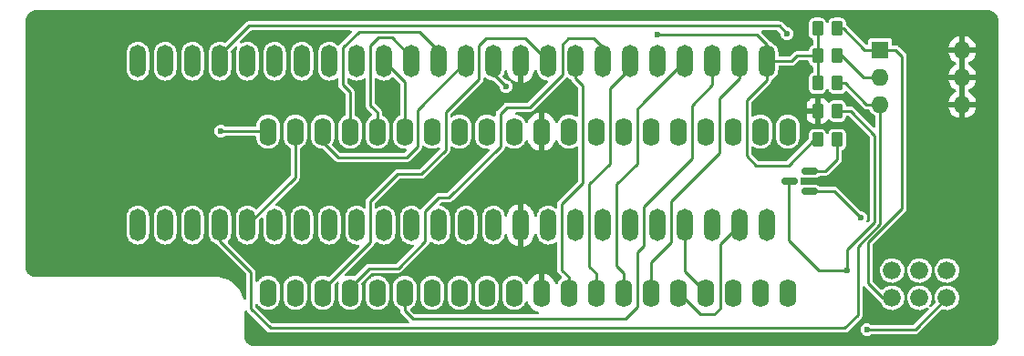
<source format=gbl>
G04 #@! TF.GenerationSoftware,KiCad,Pcbnew,6.0.1*
G04 #@! TF.CreationDate,2022-02-11T11:10:19+01:00*
G04 #@! TF.ProjectId,27C160_Adapter,32374331-3630-45f4-9164-61707465722e,1.1SMD*
G04 #@! TF.SameCoordinates,Original*
G04 #@! TF.FileFunction,Copper,L2,Bot*
G04 #@! TF.FilePolarity,Positive*
%FSLAX46Y46*%
G04 Gerber Fmt 4.6, Leading zero omitted, Abs format (unit mm)*
G04 Created by KiCad (PCBNEW 6.0.1) date 2022-02-11 11:10:19*
%MOMM*%
%LPD*%
G01*
G04 APERTURE LIST*
G04 Aperture macros list*
%AMRoundRect*
0 Rectangle with rounded corners*
0 $1 Rounding radius*
0 $2 $3 $4 $5 $6 $7 $8 $9 X,Y pos of 4 corners*
0 Add a 4 corners polygon primitive as box body*
4,1,4,$2,$3,$4,$5,$6,$7,$8,$9,$2,$3,0*
0 Add four circle primitives for the rounded corners*
1,1,$1+$1,$2,$3*
1,1,$1+$1,$4,$5*
1,1,$1+$1,$6,$7*
1,1,$1+$1,$8,$9*
0 Add four rect primitives between the rounded corners*
20,1,$1+$1,$2,$3,$4,$5,0*
20,1,$1+$1,$4,$5,$6,$7,0*
20,1,$1+$1,$6,$7,$8,$9,0*
20,1,$1+$1,$8,$9,$2,$3,0*%
G04 Aperture macros list end*
G04 #@! TA.AperFunction,ComponentPad*
%ADD10C,1.676400*%
G04 #@! TD*
G04 #@! TA.AperFunction,ComponentPad*
%ADD11O,1.600000X2.600000*%
G04 #@! TD*
G04 #@! TA.AperFunction,ComponentPad*
%ADD12O,1.500000X3.000000*%
G04 #@! TD*
G04 #@! TA.AperFunction,ComponentPad*
%ADD13R,1.600000X1.600000*%
G04 #@! TD*
G04 #@! TA.AperFunction,ComponentPad*
%ADD14O,1.600000X1.600000*%
G04 #@! TD*
G04 #@! TA.AperFunction,SMDPad,CuDef*
%ADD15RoundRect,0.250000X0.262500X0.450000X-0.262500X0.450000X-0.262500X-0.450000X0.262500X-0.450000X0*%
G04 #@! TD*
G04 #@! TA.AperFunction,SMDPad,CuDef*
%ADD16RoundRect,0.250000X-0.262500X-0.450000X0.262500X-0.450000X0.262500X0.450000X-0.262500X0.450000X0*%
G04 #@! TD*
G04 #@! TA.AperFunction,SMDPad,CuDef*
%ADD17RoundRect,0.150000X0.587500X0.150000X-0.587500X0.150000X-0.587500X-0.150000X0.587500X-0.150000X0*%
G04 #@! TD*
G04 #@! TA.AperFunction,ViaPad*
%ADD18C,0.600000*%
G04 #@! TD*
G04 #@! TA.AperFunction,Conductor*
%ADD19C,0.250000*%
G04 #@! TD*
G04 APERTURE END LIST*
D10*
X193140000Y-110490000D03*
X190600000Y-110490000D03*
X188060000Y-110490000D03*
X193140000Y-107950000D03*
X190600000Y-107950000D03*
X188060000Y-107950000D03*
D11*
X130110000Y-110023000D03*
X132650000Y-110023000D03*
X135190000Y-110023000D03*
X137730000Y-110023000D03*
X140270000Y-110023000D03*
X142810000Y-110023000D03*
X145350000Y-110023000D03*
X147890000Y-110023000D03*
X150430000Y-110023000D03*
X152970000Y-110023000D03*
X155510000Y-110023000D03*
X158050000Y-110023000D03*
X160590000Y-110023000D03*
X163130000Y-110023000D03*
X165670000Y-110023000D03*
X168210000Y-110023000D03*
X170750000Y-110023000D03*
X173290000Y-110023000D03*
X175830000Y-110023000D03*
X178370000Y-110023000D03*
X178370000Y-95037000D03*
X175830000Y-95037000D03*
X173290000Y-95037000D03*
X170750000Y-95037000D03*
X168210000Y-95037000D03*
X165670000Y-95037000D03*
X163130000Y-95037000D03*
X160590000Y-95037000D03*
X158050000Y-95037000D03*
X155510000Y-95037000D03*
X152970000Y-95037000D03*
X150430000Y-95037000D03*
X147890000Y-95037000D03*
X145350000Y-95037000D03*
X142810000Y-95037000D03*
X140270000Y-95037000D03*
X137730000Y-95037000D03*
X135190000Y-95037000D03*
X132650000Y-95037000D03*
X130110000Y-95037000D03*
D12*
X118021100Y-103733600D03*
X120561100Y-103733600D03*
X123101100Y-103733600D03*
X125641100Y-103733600D03*
X128181100Y-103733600D03*
X130721100Y-103733600D03*
X133261100Y-103733600D03*
X135801100Y-103733600D03*
X138341100Y-103733600D03*
X140881100Y-103733600D03*
X143421100Y-103733600D03*
X145961100Y-103733600D03*
X148501100Y-103733600D03*
X151041100Y-103733600D03*
X153581100Y-103733600D03*
X156121100Y-103733600D03*
X158661100Y-103733600D03*
X161201100Y-103733600D03*
X163741100Y-103733600D03*
X166281100Y-103733600D03*
X168821100Y-103733600D03*
X171361100Y-103733600D03*
X173901100Y-103733600D03*
X176441100Y-103733600D03*
X176441100Y-88493600D03*
X173901100Y-88493600D03*
X171361100Y-88493600D03*
X168821100Y-88493600D03*
X166281100Y-88493600D03*
X163741100Y-88493600D03*
X161201100Y-88493600D03*
X158661100Y-88493600D03*
X156121100Y-88493600D03*
X153581100Y-88493600D03*
X151041100Y-88493600D03*
X148501100Y-88493600D03*
X145961100Y-88493600D03*
X143421100Y-88493600D03*
X140881100Y-88493600D03*
X138341100Y-88493600D03*
X135801100Y-88493600D03*
X133261100Y-88493600D03*
X130721100Y-88493600D03*
X128181100Y-88493600D03*
X125641100Y-88493600D03*
X123101100Y-88493600D03*
X120561100Y-88493600D03*
X118021100Y-88493600D03*
D13*
X186940000Y-87440000D03*
D14*
X186940000Y-89980000D03*
X186940000Y-92520000D03*
X194560000Y-92520000D03*
X194560000Y-89980000D03*
X194560000Y-87440000D03*
D15*
X182968900Y-85443900D03*
X181143900Y-85443900D03*
X182968900Y-87990000D03*
X181143900Y-87990000D03*
X182968900Y-90530000D03*
X181143900Y-90530000D03*
D16*
X181143900Y-93120000D03*
X182968900Y-93120000D03*
D17*
X180407500Y-98690000D03*
X180407500Y-100590000D03*
X178532500Y-99640000D03*
D16*
X181143900Y-95790000D03*
X182968900Y-95790000D03*
D18*
X110540000Y-88540000D03*
X150930000Y-91460000D03*
X110500000Y-103670000D03*
X157580000Y-92690000D03*
X129550000Y-107970000D03*
X178320000Y-91840000D03*
X166270000Y-85990000D03*
X125740000Y-94980000D03*
X183870000Y-107980000D03*
X185130000Y-103040000D03*
X185720000Y-113440000D03*
X178300000Y-85930000D03*
X152200000Y-90830000D03*
D19*
X178450000Y-98180000D02*
X175420000Y-98180000D01*
X175490000Y-85990000D02*
X166270000Y-85990000D01*
X181143900Y-95790000D02*
X180840000Y-95790000D01*
X176441100Y-88493600D02*
X178726400Y-88493600D01*
X125740000Y-94980000D02*
X130074700Y-94980000D01*
X180840000Y-95790000D02*
X178450000Y-98180000D01*
X179230000Y-87990000D02*
X181143900Y-87990000D01*
X175420000Y-98180000D02*
X174550000Y-97310000D01*
X178726400Y-88493600D02*
X179230000Y-87990000D01*
X174550000Y-92110000D02*
X176441100Y-90218900D01*
X181143900Y-85443900D02*
X181143900Y-90530000D01*
X174550000Y-97310000D02*
X174550000Y-92110000D01*
X176441100Y-88493600D02*
X176441100Y-86941100D01*
X176441100Y-90218900D02*
X176441100Y-88493600D01*
X176441100Y-86941100D02*
X175490000Y-85990000D01*
X178470000Y-99640000D02*
X178470000Y-105180000D01*
X186460000Y-103440000D02*
X183870000Y-106030000D01*
X186460000Y-95380000D02*
X186460000Y-103440000D01*
X184200000Y-93120000D02*
X186460000Y-95380000D01*
X178470000Y-105180000D02*
X181270000Y-107980000D01*
X182968900Y-93120000D02*
X184200000Y-93120000D01*
X181270000Y-107980000D02*
X183870000Y-107980000D01*
X183870000Y-106030000D02*
X183870000Y-107980000D01*
X182680000Y-100590000D02*
X185130000Y-103040000D01*
X193150000Y-110490000D02*
X190200000Y-113440000D01*
X180470000Y-100590000D02*
X182680000Y-100590000D01*
X190200000Y-113440000D02*
X185720000Y-113440000D01*
X181880000Y-98690000D02*
X182968900Y-97601100D01*
X182968900Y-97601100D02*
X182968900Y-95790000D01*
X180470000Y-98690000D02*
X181880000Y-98690000D01*
X188980000Y-88010000D02*
X188410000Y-87440000D01*
X188410000Y-87440000D02*
X186940000Y-87440000D01*
X187190000Y-110490000D02*
X185790000Y-109090000D01*
X185790000Y-105359092D02*
X188980000Y-102169092D01*
X183513900Y-85443900D02*
X185510000Y-87440000D01*
X182968900Y-85443900D02*
X183513900Y-85443900D01*
X188980000Y-102169092D02*
X188980000Y-88010000D01*
X185790000Y-109090000D02*
X185790000Y-105359092D01*
X188070000Y-110490000D02*
X187190000Y-110490000D01*
X185510000Y-87440000D02*
X186940000Y-87440000D01*
X183400000Y-87990000D02*
X185390000Y-89980000D01*
X185390000Y-89980000D02*
X186940000Y-89980000D01*
X177580000Y-85210000D02*
X178300000Y-85930000D01*
X182968900Y-87990000D02*
X183400000Y-87990000D01*
X128340000Y-85210000D02*
X177580000Y-85210000D01*
X125641100Y-88493600D02*
X125641100Y-87908900D01*
X125641100Y-87908900D02*
X128340000Y-85210000D01*
X128510000Y-108100000D02*
X128510000Y-111480000D01*
X125641100Y-105231100D02*
X128510000Y-108100000D01*
X130350000Y-113320000D02*
X183650000Y-113320000D01*
X182968900Y-90530000D02*
X183680000Y-90530000D01*
X183650000Y-113320000D02*
X184870000Y-112100000D01*
X186940000Y-103640000D02*
X184870000Y-105710000D01*
X183680000Y-90530000D02*
X185670000Y-92520000D01*
X185670000Y-92520000D02*
X186940000Y-92520000D01*
X128510000Y-111480000D02*
X130350000Y-113320000D01*
X186940000Y-92520000D02*
X186940000Y-103640000D01*
X125641100Y-103733600D02*
X125641100Y-105231100D01*
X184870000Y-105710000D02*
X184870000Y-109870000D01*
X184870000Y-112100000D02*
X184870000Y-109870000D01*
X151041100Y-89671100D02*
X152200000Y-90830000D01*
X151041100Y-88493600D02*
X151041100Y-89671100D01*
X156121100Y-88493600D02*
X153987500Y-86360000D01*
X150370000Y-86360000D02*
X149700000Y-87030000D01*
X146596100Y-96748600D02*
X144373600Y-98971100D01*
X149700000Y-90152200D02*
X146596100Y-93256100D01*
X144373600Y-98971100D02*
X142151100Y-98971100D01*
X142151100Y-98971100D02*
X139611100Y-101511100D01*
X146596100Y-93256100D02*
X146596100Y-96748600D01*
X139611100Y-101511100D02*
X139611100Y-105288900D01*
X139611100Y-105288900D02*
X135166100Y-109733900D01*
X149700000Y-87030000D02*
X149700000Y-90152200D01*
X153987500Y-86360000D02*
X150370000Y-86360000D01*
X135166100Y-109733900D02*
X135166100Y-109958600D01*
X145961100Y-101193600D02*
X146913600Y-101193600D01*
X157435100Y-86944900D02*
X158000000Y-86380000D01*
X137706100Y-109958600D02*
X137706100Y-109553900D01*
X152290000Y-92780000D02*
X154422800Y-92780000D01*
X158000000Y-86380000D02*
X160357500Y-86380000D01*
X137706100Y-109553900D02*
X139520800Y-107739200D01*
X144691100Y-105268900D02*
X144691100Y-102463600D01*
X160357500Y-86380000D02*
X161201100Y-87223600D01*
X144691100Y-102463600D02*
X145961100Y-101193600D01*
X142220800Y-107739200D02*
X144691100Y-105268900D01*
X151676100Y-96431100D02*
X151676100Y-93393900D01*
X151676100Y-93393900D02*
X152290000Y-92780000D01*
X161201100Y-87223600D02*
X161201100Y-88493600D01*
X157435100Y-89767700D02*
X157435100Y-86944900D01*
X139520800Y-107739200D02*
X142220800Y-107739200D01*
X146913600Y-101193600D02*
X151676100Y-96431100D01*
X154422800Y-92780000D02*
X157435100Y-89767700D01*
X171361100Y-88493600D02*
X171361100Y-90716100D01*
X142786100Y-111687300D02*
X142786100Y-109958600D01*
X165011100Y-102008900D02*
X165011100Y-105638600D01*
X165011100Y-105638600D02*
X164376100Y-106273600D01*
X163269700Y-112460000D02*
X143558800Y-112460000D01*
X164376100Y-111353600D02*
X163269700Y-112460000D01*
X169456100Y-97563900D02*
X165011100Y-102008900D01*
X171361100Y-90716100D02*
X169456100Y-92621100D01*
X143558800Y-112460000D02*
X142786100Y-111687300D01*
X164376100Y-106273600D02*
X164376100Y-111353600D01*
X169456100Y-92621100D02*
X169456100Y-97563900D01*
X157391100Y-107912400D02*
X158026100Y-108547400D01*
X158661100Y-90072300D02*
X159340000Y-90751200D01*
X159340000Y-90751200D02*
X159340000Y-99832600D01*
X158026100Y-109958600D02*
X158026100Y-108547400D01*
X157391100Y-101781500D02*
X157391100Y-107912400D01*
X159340000Y-99832600D02*
X157391100Y-101781500D01*
X158661100Y-88493600D02*
X158661100Y-90072300D01*
X160566100Y-108229900D02*
X159931100Y-107594900D01*
X159931100Y-99923600D02*
X161836100Y-98018600D01*
X160566100Y-109958600D02*
X160566100Y-108229900D01*
X163741100Y-89128600D02*
X163741100Y-88493600D01*
X161836100Y-98018600D02*
X161836100Y-91033600D01*
X161836100Y-91033600D02*
X163741100Y-89128600D01*
X159931100Y-107594900D02*
X159931100Y-99923600D01*
X163106100Y-109958600D02*
X163106100Y-108178600D01*
X162471100Y-107543600D02*
X162471100Y-99923600D01*
X162471100Y-99923600D02*
X164376100Y-98018600D01*
X163106100Y-108178600D02*
X162471100Y-107543600D01*
X165011100Y-92303600D02*
X168821100Y-88493600D01*
X164376100Y-98018600D02*
X164376100Y-92938600D01*
X164376100Y-92938600D02*
X165011100Y-92303600D01*
X171996100Y-91986100D02*
X173901100Y-90081100D01*
X167551100Y-101511100D02*
X171996100Y-97066100D01*
X173901100Y-90081100D02*
X173901100Y-88493600D01*
X171996100Y-97066100D02*
X171996100Y-91986100D01*
X165646100Y-109958600D02*
X165646100Y-107226100D01*
X165646100Y-107226100D02*
X167551100Y-105321100D01*
X167551100Y-105321100D02*
X167551100Y-101511100D01*
X171550000Y-112050000D02*
X170277500Y-112050000D01*
X173901100Y-103733600D02*
X172110000Y-105524700D01*
X172110000Y-105524700D02*
X172110000Y-111490000D01*
X172110000Y-111490000D02*
X171550000Y-112050000D01*
X170277500Y-112050000D02*
X169758750Y-111531250D01*
X168186100Y-109958600D02*
X169758750Y-111531250D01*
X168821100Y-108053600D02*
X170726100Y-109958600D01*
X168821100Y-103733600D02*
X168821100Y-108053600D01*
X142786100Y-90398600D02*
X142786100Y-94968600D01*
X140881100Y-88493600D02*
X142786100Y-90398600D01*
X140370000Y-86310000D02*
X139611100Y-87068900D01*
X143421100Y-88493600D02*
X143421100Y-88131100D01*
X139611100Y-92604900D02*
X140246100Y-93239900D01*
X143421100Y-88131100D02*
X141600000Y-86310000D01*
X139611100Y-87068900D02*
X139611100Y-92604900D01*
X140246100Y-93239900D02*
X140246100Y-94968600D01*
X141600000Y-86310000D02*
X140370000Y-86310000D01*
X145961100Y-88493600D02*
X145961100Y-87541100D01*
X144170000Y-85750000D02*
X138544700Y-85750000D01*
X145961100Y-87541100D02*
X144170000Y-85750000D01*
X137706100Y-91351100D02*
X137706100Y-94968600D01*
X137071100Y-90716100D02*
X137706100Y-91351100D01*
X138544700Y-85750000D02*
X137071100Y-87223600D01*
X137071100Y-87223600D02*
X137071100Y-90716100D01*
X135166100Y-95986100D02*
X136610000Y-97430000D01*
X148501100Y-88493600D02*
X143985000Y-93009700D01*
X143985000Y-95949100D02*
X143985000Y-96425000D01*
X135166100Y-94968600D02*
X135166100Y-95986100D01*
X142504100Y-97430000D02*
X137610000Y-97430000D01*
X136610000Y-97430000D02*
X137610000Y-97430000D01*
X142980000Y-97430000D02*
X142504100Y-97430000D01*
X143985000Y-93009700D02*
X143985000Y-95949100D01*
X143985000Y-96425000D02*
X142980000Y-97430000D01*
X128181100Y-103733600D02*
X132626100Y-99288600D01*
X132626100Y-99288600D02*
X132626100Y-94968600D01*
G04 #@! TA.AperFunction,Conductor*
G36*
X196952608Y-83740914D02*
G01*
X196957145Y-83741714D01*
X196968000Y-83743628D01*
X196978856Y-83741714D01*
X196989878Y-83741714D01*
X196989878Y-83742514D01*
X197002062Y-83741980D01*
X197125462Y-83752776D01*
X197147089Y-83756590D01*
X197289113Y-83794646D01*
X197309751Y-83802157D01*
X197443010Y-83864297D01*
X197462031Y-83875279D01*
X197582478Y-83959617D01*
X197599302Y-83973735D01*
X197703265Y-84077698D01*
X197717383Y-84094522D01*
X197801721Y-84214969D01*
X197812703Y-84233990D01*
X197874843Y-84367249D01*
X197882354Y-84387887D01*
X197920410Y-84529911D01*
X197924224Y-84551538D01*
X197929148Y-84607813D01*
X197935020Y-84674935D01*
X197934486Y-84687122D01*
X197935286Y-84687122D01*
X197935286Y-84698144D01*
X197933372Y-84709000D01*
X197935286Y-84719855D01*
X197936086Y-84724392D01*
X197938000Y-84746271D01*
X197938000Y-114111729D01*
X197936086Y-114133608D01*
X197933372Y-114149000D01*
X197935286Y-114159856D01*
X197935286Y-114170365D01*
X197934679Y-114182715D01*
X197923018Y-114301111D01*
X197918201Y-114325331D01*
X197877430Y-114459735D01*
X197867981Y-114482545D01*
X197801779Y-114606401D01*
X197788056Y-114626939D01*
X197698963Y-114735498D01*
X197681498Y-114752963D01*
X197572939Y-114842056D01*
X197552401Y-114855779D01*
X197428545Y-114921981D01*
X197405735Y-114931430D01*
X197271331Y-114972201D01*
X197247111Y-114977018D01*
X197128715Y-114988679D01*
X197116365Y-114989286D01*
X197105856Y-114989286D01*
X197095000Y-114987372D01*
X197084145Y-114989286D01*
X197079608Y-114990086D01*
X197057729Y-114992000D01*
X128815271Y-114992000D01*
X128793392Y-114990086D01*
X128788855Y-114989286D01*
X128778000Y-114987372D01*
X128767144Y-114989286D01*
X128756635Y-114989286D01*
X128744285Y-114988679D01*
X128625889Y-114977018D01*
X128601669Y-114972201D01*
X128467265Y-114931430D01*
X128444455Y-114921981D01*
X128320599Y-114855779D01*
X128300061Y-114842056D01*
X128191502Y-114752963D01*
X128174037Y-114735498D01*
X128084944Y-114626939D01*
X128071221Y-114606401D01*
X128005019Y-114482545D01*
X127995570Y-114459735D01*
X127954799Y-114325331D01*
X127949982Y-114301111D01*
X127938321Y-114182715D01*
X127937714Y-114170368D01*
X127937714Y-114159858D01*
X127939628Y-114149000D01*
X127936848Y-114133233D01*
X127934934Y-114111581D01*
X127932718Y-112858116D01*
X127930850Y-111801166D01*
X127950732Y-111733012D01*
X128004305Y-111686424D01*
X128074561Y-111676196D01*
X128139194Y-111705575D01*
X128157570Y-111725561D01*
X128161472Y-111733220D01*
X130096780Y-113668528D01*
X130118163Y-113679423D01*
X130135009Y-113689747D01*
X130154419Y-113703849D01*
X130163850Y-113706913D01*
X130163853Y-113706915D01*
X130177237Y-113711264D01*
X130195498Y-113718828D01*
X130208036Y-113725216D01*
X130216874Y-113729719D01*
X130240571Y-113733472D01*
X130259790Y-113738086D01*
X130282607Y-113745500D01*
X183717393Y-113745500D01*
X183740210Y-113738086D01*
X183759429Y-113733472D01*
X183783126Y-113729719D01*
X183791964Y-113725216D01*
X183804502Y-113718828D01*
X183822763Y-113711264D01*
X183836147Y-113706915D01*
X183836150Y-113706913D01*
X183845581Y-113703849D01*
X183864991Y-113689747D01*
X183881837Y-113679423D01*
X183903220Y-113668528D01*
X184131748Y-113440000D01*
X185114318Y-113440000D01*
X185134956Y-113596762D01*
X185195464Y-113742841D01*
X185291718Y-113868282D01*
X185417159Y-113964536D01*
X185563238Y-114025044D01*
X185720000Y-114045682D01*
X185728188Y-114044604D01*
X185868574Y-114026122D01*
X185876762Y-114025044D01*
X186022841Y-113964536D01*
X186029394Y-113959508D01*
X186029397Y-113959506D01*
X186117975Y-113891538D01*
X186184195Y-113865937D01*
X186194679Y-113865500D01*
X190267393Y-113865500D01*
X190290210Y-113858086D01*
X190309429Y-113853472D01*
X190333126Y-113849719D01*
X190341964Y-113845216D01*
X190354502Y-113838828D01*
X190372763Y-113831264D01*
X190386147Y-113826915D01*
X190386150Y-113826913D01*
X190395581Y-113823849D01*
X190414991Y-113809747D01*
X190431837Y-113799423D01*
X190453220Y-113788528D01*
X192640568Y-111601180D01*
X192702880Y-111567154D01*
X192775614Y-111574146D01*
X192775811Y-111573541D01*
X192778539Y-111574427D01*
X192779409Y-111574511D01*
X192781307Y-111575327D01*
X192781312Y-111575329D01*
X192786615Y-111577607D01*
X192876676Y-111597986D01*
X192985097Y-111622520D01*
X192985100Y-111622520D01*
X192990733Y-111623795D01*
X192996504Y-111624022D01*
X192996506Y-111624022D01*
X193060979Y-111626555D01*
X193199850Y-111632011D01*
X193321674Y-111614347D01*
X193401241Y-111602811D01*
X193401245Y-111602810D01*
X193406963Y-111601981D01*
X193412435Y-111600123D01*
X193412437Y-111600123D01*
X193599671Y-111536565D01*
X193599673Y-111536564D01*
X193605135Y-111534710D01*
X193787730Y-111432453D01*
X193803811Y-111419079D01*
X193891696Y-111345985D01*
X193948632Y-111298632D01*
X194082453Y-111137730D01*
X194184710Y-110955135D01*
X194188741Y-110943262D01*
X194250123Y-110762437D01*
X194250123Y-110762435D01*
X194251981Y-110756963D01*
X194256461Y-110726069D01*
X194281478Y-110553524D01*
X194282011Y-110549850D01*
X194283578Y-110490000D01*
X194264429Y-110281599D01*
X194217491Y-110115171D01*
X194209190Y-110085737D01*
X194209189Y-110085735D01*
X194207622Y-110080178D01*
X194191386Y-110047253D01*
X194117616Y-109897663D01*
X194115061Y-109892482D01*
X194101553Y-109874392D01*
X193993297Y-109729421D01*
X193993297Y-109729420D01*
X193989844Y-109724797D01*
X193982266Y-109717792D01*
X193840407Y-109586659D01*
X193840405Y-109586657D01*
X193836166Y-109582739D01*
X193659174Y-109471065D01*
X193653814Y-109468927D01*
X193653811Y-109468925D01*
X193536681Y-109422195D01*
X193464794Y-109393515D01*
X193459134Y-109392389D01*
X193459130Y-109392388D01*
X193265204Y-109353814D01*
X193265199Y-109353814D01*
X193259536Y-109352687D01*
X193253761Y-109352611D01*
X193253757Y-109352611D01*
X193148675Y-109351235D01*
X193050276Y-109349947D01*
X193044579Y-109350926D01*
X193044578Y-109350926D01*
X192894465Y-109376720D01*
X192844020Y-109385388D01*
X192647677Y-109457823D01*
X192642716Y-109460775D01*
X192642715Y-109460775D01*
X192472790Y-109561870D01*
X192472787Y-109561872D01*
X192467822Y-109564826D01*
X192310478Y-109702813D01*
X192306903Y-109707348D01*
X192306902Y-109707349D01*
X192298670Y-109717792D01*
X192180915Y-109867163D01*
X192178224Y-109872279D01*
X192178222Y-109872281D01*
X192170028Y-109887855D01*
X192083472Y-110052372D01*
X192074838Y-110080178D01*
X192031695Y-110219121D01*
X192021412Y-110252237D01*
X191996814Y-110460065D01*
X192010501Y-110668895D01*
X192011922Y-110674491D01*
X192011923Y-110674496D01*
X192057492Y-110853921D01*
X192062016Y-110871734D01*
X192063271Y-110874457D01*
X192067104Y-110944448D01*
X192033543Y-111004709D01*
X191716384Y-111321868D01*
X191654072Y-111355894D01*
X191583257Y-111350829D01*
X191526421Y-111308282D01*
X191501610Y-111241762D01*
X191516701Y-111172388D01*
X191530411Y-111152209D01*
X191542453Y-111137730D01*
X191644710Y-110955135D01*
X191648741Y-110943262D01*
X191710123Y-110762437D01*
X191710123Y-110762435D01*
X191711981Y-110756963D01*
X191716461Y-110726069D01*
X191741478Y-110553524D01*
X191742011Y-110549850D01*
X191743578Y-110490000D01*
X191724429Y-110281599D01*
X191677491Y-110115171D01*
X191669190Y-110085737D01*
X191669189Y-110085735D01*
X191667622Y-110080178D01*
X191651386Y-110047253D01*
X191577616Y-109897663D01*
X191575061Y-109892482D01*
X191561553Y-109874392D01*
X191453297Y-109729421D01*
X191453297Y-109729420D01*
X191449844Y-109724797D01*
X191442266Y-109717792D01*
X191300407Y-109586659D01*
X191300405Y-109586657D01*
X191296166Y-109582739D01*
X191119174Y-109471065D01*
X191113814Y-109468927D01*
X191113811Y-109468925D01*
X190996681Y-109422195D01*
X190924794Y-109393515D01*
X190919134Y-109392389D01*
X190919130Y-109392388D01*
X190725204Y-109353814D01*
X190725199Y-109353814D01*
X190719536Y-109352687D01*
X190713761Y-109352611D01*
X190713757Y-109352611D01*
X190608675Y-109351235D01*
X190510276Y-109349947D01*
X190504579Y-109350926D01*
X190504578Y-109350926D01*
X190354465Y-109376720D01*
X190304020Y-109385388D01*
X190107677Y-109457823D01*
X190102716Y-109460775D01*
X190102715Y-109460775D01*
X189932790Y-109561870D01*
X189932787Y-109561872D01*
X189927822Y-109564826D01*
X189770478Y-109702813D01*
X189766903Y-109707348D01*
X189766902Y-109707349D01*
X189758670Y-109717792D01*
X189640915Y-109867163D01*
X189638224Y-109872279D01*
X189638222Y-109872281D01*
X189630028Y-109887855D01*
X189543472Y-110052372D01*
X189534838Y-110080178D01*
X189491695Y-110219121D01*
X189481412Y-110252237D01*
X189456814Y-110460065D01*
X189470501Y-110668895D01*
X189471922Y-110674491D01*
X189471923Y-110674496D01*
X189511695Y-110831095D01*
X189522016Y-110871734D01*
X189524433Y-110876977D01*
X189607214Y-111056544D01*
X189609632Y-111061789D01*
X189612965Y-111066505D01*
X189706628Y-111199035D01*
X189730416Y-111232695D01*
X189734558Y-111236730D01*
X189808009Y-111308282D01*
X189880323Y-111378727D01*
X190054332Y-111494996D01*
X190059635Y-111497274D01*
X190059638Y-111497276D01*
X190228169Y-111569682D01*
X190246615Y-111577607D01*
X190336676Y-111597986D01*
X190445097Y-111622520D01*
X190445100Y-111622520D01*
X190450733Y-111623795D01*
X190456504Y-111624022D01*
X190456506Y-111624022D01*
X190520979Y-111626555D01*
X190659850Y-111632011D01*
X190781674Y-111614347D01*
X190861241Y-111602811D01*
X190861245Y-111602810D01*
X190866963Y-111601981D01*
X190872435Y-111600123D01*
X190872437Y-111600123D01*
X191059671Y-111536565D01*
X191059673Y-111536564D01*
X191065135Y-111534710D01*
X191247730Y-111432453D01*
X191262205Y-111420414D01*
X191327367Y-111392234D01*
X191397423Y-111403757D01*
X191450127Y-111451326D01*
X191468747Y-111519837D01*
X191447372Y-111587540D01*
X191431868Y-111606384D01*
X190060657Y-112977595D01*
X189998345Y-113011621D01*
X189971562Y-113014500D01*
X186194679Y-113014500D01*
X186126558Y-112994498D01*
X186117975Y-112988462D01*
X186029397Y-112920494D01*
X186029392Y-112920491D01*
X186022841Y-112915464D01*
X185876762Y-112854956D01*
X185720000Y-112834318D01*
X185563238Y-112854956D01*
X185417159Y-112915464D01*
X185291718Y-113011718D01*
X185195464Y-113137159D01*
X185134956Y-113283238D01*
X185114318Y-113440000D01*
X184131748Y-113440000D01*
X185218528Y-112353220D01*
X185229418Y-112331846D01*
X185239744Y-112314994D01*
X185253850Y-112295580D01*
X185256915Y-112286148D01*
X185261265Y-112272761D01*
X185268831Y-112254494D01*
X185275219Y-112241957D01*
X185279719Y-112233126D01*
X185281270Y-112223334D01*
X185281271Y-112223331D01*
X185283473Y-112209431D01*
X185288087Y-112190212D01*
X185292436Y-112176827D01*
X185292437Y-112176820D01*
X185295500Y-112167393D01*
X185295500Y-109501438D01*
X185315502Y-109433317D01*
X185369158Y-109386824D01*
X185439432Y-109376720D01*
X185504012Y-109406214D01*
X185510595Y-109412343D01*
X186936780Y-110838528D01*
X186945619Y-110843032D01*
X186953638Y-110848858D01*
X186951253Y-110852140D01*
X186988509Y-110887247D01*
X186994187Y-110898135D01*
X187069632Y-111061789D01*
X187072965Y-111066505D01*
X187166628Y-111199035D01*
X187190416Y-111232695D01*
X187194558Y-111236730D01*
X187268009Y-111308282D01*
X187340323Y-111378727D01*
X187514332Y-111494996D01*
X187519635Y-111497274D01*
X187519638Y-111497276D01*
X187688169Y-111569682D01*
X187706615Y-111577607D01*
X187796676Y-111597986D01*
X187905097Y-111622520D01*
X187905100Y-111622520D01*
X187910733Y-111623795D01*
X187916504Y-111624022D01*
X187916506Y-111624022D01*
X187980979Y-111626555D01*
X188119850Y-111632011D01*
X188241674Y-111614347D01*
X188321241Y-111602811D01*
X188321245Y-111602810D01*
X188326963Y-111601981D01*
X188332435Y-111600123D01*
X188332437Y-111600123D01*
X188519671Y-111536565D01*
X188519673Y-111536564D01*
X188525135Y-111534710D01*
X188707730Y-111432453D01*
X188723811Y-111419079D01*
X188811696Y-111345985D01*
X188868632Y-111298632D01*
X189002453Y-111137730D01*
X189104710Y-110955135D01*
X189108741Y-110943262D01*
X189170123Y-110762437D01*
X189170123Y-110762435D01*
X189171981Y-110756963D01*
X189176461Y-110726069D01*
X189201478Y-110553524D01*
X189202011Y-110549850D01*
X189203578Y-110490000D01*
X189184429Y-110281599D01*
X189137491Y-110115171D01*
X189129190Y-110085737D01*
X189129189Y-110085735D01*
X189127622Y-110080178D01*
X189111386Y-110047253D01*
X189037616Y-109897663D01*
X189035061Y-109892482D01*
X189021553Y-109874392D01*
X188913297Y-109729421D01*
X188913297Y-109729420D01*
X188909844Y-109724797D01*
X188902266Y-109717792D01*
X188760407Y-109586659D01*
X188760405Y-109586657D01*
X188756166Y-109582739D01*
X188579174Y-109471065D01*
X188573814Y-109468927D01*
X188573811Y-109468925D01*
X188456681Y-109422195D01*
X188384794Y-109393515D01*
X188379134Y-109392389D01*
X188379130Y-109392388D01*
X188185204Y-109353814D01*
X188185199Y-109353814D01*
X188179536Y-109352687D01*
X188173761Y-109352611D01*
X188173757Y-109352611D01*
X188068675Y-109351235D01*
X187970276Y-109349947D01*
X187964579Y-109350926D01*
X187964578Y-109350926D01*
X187814465Y-109376720D01*
X187764020Y-109385388D01*
X187567677Y-109457823D01*
X187562716Y-109460775D01*
X187562715Y-109460775D01*
X187392790Y-109561870D01*
X187392787Y-109561872D01*
X187387822Y-109564826D01*
X187230478Y-109702813D01*
X187226904Y-109707347D01*
X187226897Y-109707354D01*
X187218668Y-109717792D01*
X187160786Y-109758904D01*
X187089865Y-109762195D01*
X187030626Y-109728878D01*
X186252405Y-108950657D01*
X186218379Y-108888345D01*
X186215500Y-108861562D01*
X186215500Y-107920065D01*
X186916814Y-107920065D01*
X186930501Y-108128895D01*
X186931922Y-108134491D01*
X186931923Y-108134496D01*
X186979420Y-108321514D01*
X186982016Y-108331734D01*
X186984433Y-108336977D01*
X187058427Y-108497484D01*
X187069632Y-108521789D01*
X187091779Y-108553127D01*
X187177749Y-108674771D01*
X187190416Y-108692695D01*
X187194558Y-108696730D01*
X187218149Y-108719711D01*
X187340323Y-108838727D01*
X187514332Y-108954996D01*
X187519635Y-108957274D01*
X187519638Y-108957276D01*
X187683223Y-109027557D01*
X187706615Y-109037607D01*
X187806120Y-109060123D01*
X187905097Y-109082520D01*
X187905100Y-109082520D01*
X187910733Y-109083795D01*
X187916504Y-109084022D01*
X187916506Y-109084022D01*
X187980979Y-109086555D01*
X188119850Y-109092011D01*
X188253601Y-109072618D01*
X188321241Y-109062811D01*
X188321245Y-109062810D01*
X188326963Y-109061981D01*
X188332435Y-109060123D01*
X188332437Y-109060123D01*
X188519671Y-108996565D01*
X188519673Y-108996564D01*
X188525135Y-108994710D01*
X188707730Y-108892453D01*
X188715790Y-108885750D01*
X188864194Y-108762323D01*
X188868632Y-108758632D01*
X188996049Y-108605430D01*
X188998762Y-108602168D01*
X189002453Y-108597730D01*
X189104710Y-108415135D01*
X189107037Y-108408282D01*
X189170123Y-108222437D01*
X189170123Y-108222435D01*
X189171981Y-108216963D01*
X189178409Y-108172634D01*
X189190067Y-108092228D01*
X189202011Y-108009850D01*
X189203578Y-107950000D01*
X189200827Y-107920065D01*
X189456814Y-107920065D01*
X189470501Y-108128895D01*
X189471922Y-108134491D01*
X189471923Y-108134496D01*
X189519420Y-108321514D01*
X189522016Y-108331734D01*
X189524433Y-108336977D01*
X189598427Y-108497484D01*
X189609632Y-108521789D01*
X189631779Y-108553127D01*
X189717749Y-108674771D01*
X189730416Y-108692695D01*
X189734558Y-108696730D01*
X189758149Y-108719711D01*
X189880323Y-108838727D01*
X190054332Y-108954996D01*
X190059635Y-108957274D01*
X190059638Y-108957276D01*
X190223223Y-109027557D01*
X190246615Y-109037607D01*
X190346120Y-109060123D01*
X190445097Y-109082520D01*
X190445100Y-109082520D01*
X190450733Y-109083795D01*
X190456504Y-109084022D01*
X190456506Y-109084022D01*
X190520979Y-109086555D01*
X190659850Y-109092011D01*
X190793601Y-109072618D01*
X190861241Y-109062811D01*
X190861245Y-109062810D01*
X190866963Y-109061981D01*
X190872435Y-109060123D01*
X190872437Y-109060123D01*
X191059671Y-108996565D01*
X191059673Y-108996564D01*
X191065135Y-108994710D01*
X191247730Y-108892453D01*
X191255790Y-108885750D01*
X191404194Y-108762323D01*
X191408632Y-108758632D01*
X191536049Y-108605430D01*
X191538762Y-108602168D01*
X191542453Y-108597730D01*
X191644710Y-108415135D01*
X191647037Y-108408282D01*
X191710123Y-108222437D01*
X191710123Y-108222435D01*
X191711981Y-108216963D01*
X191718409Y-108172634D01*
X191730067Y-108092228D01*
X191742011Y-108009850D01*
X191743578Y-107950000D01*
X191740827Y-107920065D01*
X191996814Y-107920065D01*
X192010501Y-108128895D01*
X192011922Y-108134491D01*
X192011923Y-108134496D01*
X192059420Y-108321514D01*
X192062016Y-108331734D01*
X192064433Y-108336977D01*
X192138427Y-108497484D01*
X192149632Y-108521789D01*
X192171779Y-108553127D01*
X192257749Y-108674771D01*
X192270416Y-108692695D01*
X192274558Y-108696730D01*
X192298149Y-108719711D01*
X192420323Y-108838727D01*
X192594332Y-108954996D01*
X192599635Y-108957274D01*
X192599638Y-108957276D01*
X192763223Y-109027557D01*
X192786615Y-109037607D01*
X192886120Y-109060123D01*
X192985097Y-109082520D01*
X192985100Y-109082520D01*
X192990733Y-109083795D01*
X192996504Y-109084022D01*
X192996506Y-109084022D01*
X193060979Y-109086555D01*
X193199850Y-109092011D01*
X193333601Y-109072618D01*
X193401241Y-109062811D01*
X193401245Y-109062810D01*
X193406963Y-109061981D01*
X193412435Y-109060123D01*
X193412437Y-109060123D01*
X193599671Y-108996565D01*
X193599673Y-108996564D01*
X193605135Y-108994710D01*
X193787730Y-108892453D01*
X193795790Y-108885750D01*
X193944194Y-108762323D01*
X193948632Y-108758632D01*
X194076049Y-108605430D01*
X194078762Y-108602168D01*
X194082453Y-108597730D01*
X194184710Y-108415135D01*
X194187037Y-108408282D01*
X194250123Y-108222437D01*
X194250123Y-108222435D01*
X194251981Y-108216963D01*
X194258409Y-108172634D01*
X194270067Y-108092228D01*
X194282011Y-108009850D01*
X194283578Y-107950000D01*
X194270704Y-107809891D01*
X194264958Y-107747353D01*
X194264957Y-107747350D01*
X194264429Y-107741599D01*
X194253918Y-107704330D01*
X194209190Y-107545737D01*
X194209189Y-107545735D01*
X194207622Y-107540178D01*
X194196486Y-107517595D01*
X194117616Y-107357663D01*
X194115061Y-107352482D01*
X193989844Y-107184797D01*
X193985608Y-107180881D01*
X193840407Y-107046659D01*
X193840405Y-107046657D01*
X193836166Y-107042739D01*
X193773326Y-107003090D01*
X193664054Y-106934144D01*
X193664053Y-106934144D01*
X193659174Y-106931065D01*
X193653814Y-106928927D01*
X193653811Y-106928925D01*
X193561984Y-106892290D01*
X193464794Y-106853515D01*
X193459134Y-106852389D01*
X193459130Y-106852388D01*
X193265204Y-106813814D01*
X193265199Y-106813814D01*
X193259536Y-106812687D01*
X193253761Y-106812611D01*
X193253757Y-106812611D01*
X193148675Y-106811235D01*
X193050276Y-106809947D01*
X193044579Y-106810926D01*
X193044578Y-106810926D01*
X193034772Y-106812611D01*
X192844020Y-106845388D01*
X192647677Y-106917823D01*
X192642716Y-106920775D01*
X192642715Y-106920775D01*
X192472790Y-107021870D01*
X192472787Y-107021872D01*
X192467822Y-107024826D01*
X192310478Y-107162813D01*
X192180915Y-107327163D01*
X192178224Y-107332279D01*
X192178222Y-107332281D01*
X192143811Y-107397686D01*
X192083472Y-107512372D01*
X192074838Y-107540178D01*
X192025926Y-107697700D01*
X192021412Y-107712237D01*
X191996814Y-107920065D01*
X191740827Y-107920065D01*
X191730704Y-107809891D01*
X191724958Y-107747353D01*
X191724957Y-107747350D01*
X191724429Y-107741599D01*
X191713918Y-107704330D01*
X191669190Y-107545737D01*
X191669189Y-107545735D01*
X191667622Y-107540178D01*
X191656486Y-107517595D01*
X191577616Y-107357663D01*
X191575061Y-107352482D01*
X191449844Y-107184797D01*
X191445608Y-107180881D01*
X191300407Y-107046659D01*
X191300405Y-107046657D01*
X191296166Y-107042739D01*
X191233326Y-107003090D01*
X191124054Y-106934144D01*
X191124053Y-106934144D01*
X191119174Y-106931065D01*
X191113814Y-106928927D01*
X191113811Y-106928925D01*
X191021984Y-106892290D01*
X190924794Y-106853515D01*
X190919134Y-106852389D01*
X190919130Y-106852388D01*
X190725204Y-106813814D01*
X190725199Y-106813814D01*
X190719536Y-106812687D01*
X190713761Y-106812611D01*
X190713757Y-106812611D01*
X190608675Y-106811235D01*
X190510276Y-106809947D01*
X190504579Y-106810926D01*
X190504578Y-106810926D01*
X190494772Y-106812611D01*
X190304020Y-106845388D01*
X190107677Y-106917823D01*
X190102716Y-106920775D01*
X190102715Y-106920775D01*
X189932790Y-107021870D01*
X189932787Y-107021872D01*
X189927822Y-107024826D01*
X189770478Y-107162813D01*
X189640915Y-107327163D01*
X189638224Y-107332279D01*
X189638222Y-107332281D01*
X189603811Y-107397686D01*
X189543472Y-107512372D01*
X189534838Y-107540178D01*
X189485926Y-107697700D01*
X189481412Y-107712237D01*
X189456814Y-107920065D01*
X189200827Y-107920065D01*
X189190704Y-107809891D01*
X189184958Y-107747353D01*
X189184957Y-107747350D01*
X189184429Y-107741599D01*
X189173918Y-107704330D01*
X189129190Y-107545737D01*
X189129189Y-107545735D01*
X189127622Y-107540178D01*
X189116486Y-107517595D01*
X189037616Y-107357663D01*
X189035061Y-107352482D01*
X188909844Y-107184797D01*
X188905608Y-107180881D01*
X188760407Y-107046659D01*
X188760405Y-107046657D01*
X188756166Y-107042739D01*
X188693326Y-107003090D01*
X188584054Y-106934144D01*
X188584053Y-106934144D01*
X188579174Y-106931065D01*
X188573814Y-106928927D01*
X188573811Y-106928925D01*
X188481984Y-106892290D01*
X188384794Y-106853515D01*
X188379134Y-106852389D01*
X188379130Y-106852388D01*
X188185204Y-106813814D01*
X188185199Y-106813814D01*
X188179536Y-106812687D01*
X188173761Y-106812611D01*
X188173757Y-106812611D01*
X188068675Y-106811235D01*
X187970276Y-106809947D01*
X187964579Y-106810926D01*
X187964578Y-106810926D01*
X187954772Y-106812611D01*
X187764020Y-106845388D01*
X187567677Y-106917823D01*
X187562716Y-106920775D01*
X187562715Y-106920775D01*
X187392790Y-107021870D01*
X187392787Y-107021872D01*
X187387822Y-107024826D01*
X187230478Y-107162813D01*
X187100915Y-107327163D01*
X187098224Y-107332279D01*
X187098222Y-107332281D01*
X187063811Y-107397686D01*
X187003472Y-107512372D01*
X186994838Y-107540178D01*
X186945926Y-107697700D01*
X186941412Y-107712237D01*
X186916814Y-107920065D01*
X186215500Y-107920065D01*
X186215500Y-105587530D01*
X186235502Y-105519409D01*
X186252405Y-105498435D01*
X189328528Y-102422312D01*
X189339423Y-102400929D01*
X189349747Y-102384083D01*
X189358020Y-102372696D01*
X189363849Y-102364673D01*
X189366913Y-102355242D01*
X189366915Y-102355239D01*
X189371264Y-102341855D01*
X189378828Y-102323594D01*
X189385216Y-102311056D01*
X189385216Y-102311055D01*
X189389719Y-102302218D01*
X189393472Y-102278521D01*
X189398086Y-102259302D01*
X189405500Y-102236485D01*
X189405500Y-92786522D01*
X193277273Y-92786522D01*
X193324764Y-92963761D01*
X193328510Y-92974053D01*
X193420586Y-93171511D01*
X193426069Y-93181007D01*
X193551028Y-93359467D01*
X193558084Y-93367875D01*
X193712125Y-93521916D01*
X193720533Y-93528972D01*
X193898993Y-93653931D01*
X193908489Y-93659414D01*
X194105947Y-93751490D01*
X194116239Y-93755236D01*
X194288503Y-93801394D01*
X194302599Y-93801058D01*
X194306000Y-93793116D01*
X194306000Y-93787967D01*
X194814000Y-93787967D01*
X194817973Y-93801498D01*
X194826522Y-93802727D01*
X195003761Y-93755236D01*
X195014053Y-93751490D01*
X195211511Y-93659414D01*
X195221007Y-93653931D01*
X195399467Y-93528972D01*
X195407875Y-93521916D01*
X195561916Y-93367875D01*
X195568972Y-93359467D01*
X195693931Y-93181007D01*
X195699414Y-93171511D01*
X195791490Y-92974053D01*
X195795236Y-92963761D01*
X195841394Y-92791497D01*
X195841058Y-92777401D01*
X195833116Y-92774000D01*
X194832115Y-92774000D01*
X194816876Y-92778475D01*
X194815671Y-92779865D01*
X194814000Y-92787548D01*
X194814000Y-93787967D01*
X194306000Y-93787967D01*
X194306000Y-92792115D01*
X194301525Y-92776876D01*
X194300135Y-92775671D01*
X194292452Y-92774000D01*
X193292033Y-92774000D01*
X193278502Y-92777973D01*
X193277273Y-92786522D01*
X189405500Y-92786522D01*
X189405500Y-90246522D01*
X193277273Y-90246522D01*
X193324764Y-90423761D01*
X193328510Y-90434053D01*
X193420586Y-90631511D01*
X193426069Y-90641007D01*
X193551028Y-90819467D01*
X193558084Y-90827875D01*
X193712125Y-90981916D01*
X193720533Y-90988972D01*
X193898993Y-91113931D01*
X193908489Y-91119414D01*
X193943641Y-91135805D01*
X193996926Y-91182722D01*
X194016387Y-91250999D01*
X193995845Y-91318959D01*
X193943641Y-91364195D01*
X193908489Y-91380586D01*
X193898993Y-91386069D01*
X193720533Y-91511028D01*
X193712125Y-91518084D01*
X193558084Y-91672125D01*
X193551028Y-91680533D01*
X193426069Y-91858993D01*
X193420586Y-91868489D01*
X193328510Y-92065947D01*
X193324764Y-92076239D01*
X193278606Y-92248503D01*
X193278942Y-92262599D01*
X193286884Y-92266000D01*
X194287885Y-92266000D01*
X194303124Y-92261525D01*
X194304329Y-92260135D01*
X194306000Y-92252452D01*
X194306000Y-92247885D01*
X194814000Y-92247885D01*
X194818475Y-92263124D01*
X194819865Y-92264329D01*
X194827548Y-92266000D01*
X195827967Y-92266000D01*
X195841498Y-92262027D01*
X195842727Y-92253478D01*
X195795236Y-92076239D01*
X195791490Y-92065947D01*
X195699414Y-91868489D01*
X195693931Y-91858993D01*
X195568972Y-91680533D01*
X195561916Y-91672125D01*
X195407875Y-91518084D01*
X195399467Y-91511028D01*
X195221007Y-91386069D01*
X195211511Y-91380586D01*
X195176359Y-91364195D01*
X195123074Y-91317278D01*
X195103613Y-91249001D01*
X195124155Y-91181041D01*
X195176359Y-91135805D01*
X195211511Y-91119414D01*
X195221007Y-91113931D01*
X195399467Y-90988972D01*
X195407875Y-90981916D01*
X195561916Y-90827875D01*
X195568972Y-90819467D01*
X195693931Y-90641007D01*
X195699414Y-90631511D01*
X195791490Y-90434053D01*
X195795236Y-90423761D01*
X195841394Y-90251497D01*
X195841058Y-90237401D01*
X195833116Y-90234000D01*
X194832115Y-90234000D01*
X194816876Y-90238475D01*
X194815671Y-90239865D01*
X194814000Y-90247548D01*
X194814000Y-92247885D01*
X194306000Y-92247885D01*
X194306000Y-90252115D01*
X194301525Y-90236876D01*
X194300135Y-90235671D01*
X194292452Y-90234000D01*
X193292033Y-90234000D01*
X193278502Y-90237973D01*
X193277273Y-90246522D01*
X189405500Y-90246522D01*
X189405500Y-87942607D01*
X189402437Y-87933180D01*
X189402436Y-87933173D01*
X189398087Y-87919788D01*
X189393473Y-87900569D01*
X189391272Y-87886672D01*
X189391270Y-87886665D01*
X189389719Y-87876874D01*
X189378827Y-87855498D01*
X189371264Y-87837237D01*
X189366914Y-87823850D01*
X189363850Y-87814419D01*
X189349749Y-87795011D01*
X189339417Y-87778152D01*
X189333031Y-87765618D01*
X189328528Y-87756780D01*
X189278270Y-87706522D01*
X193277273Y-87706522D01*
X193324764Y-87883761D01*
X193328510Y-87894053D01*
X193420586Y-88091511D01*
X193426069Y-88101007D01*
X193551028Y-88279467D01*
X193558084Y-88287875D01*
X193712125Y-88441916D01*
X193720533Y-88448972D01*
X193898993Y-88573931D01*
X193908489Y-88579414D01*
X193943641Y-88595805D01*
X193996926Y-88642722D01*
X194016387Y-88710999D01*
X193995845Y-88778959D01*
X193943641Y-88824195D01*
X193908489Y-88840586D01*
X193898993Y-88846069D01*
X193720533Y-88971028D01*
X193712125Y-88978084D01*
X193558084Y-89132125D01*
X193551028Y-89140533D01*
X193426069Y-89318993D01*
X193420586Y-89328489D01*
X193328510Y-89525947D01*
X193324764Y-89536239D01*
X193278606Y-89708503D01*
X193278942Y-89722599D01*
X193286884Y-89726000D01*
X194287885Y-89726000D01*
X194303124Y-89721525D01*
X194304329Y-89720135D01*
X194306000Y-89712452D01*
X194306000Y-89707885D01*
X194814000Y-89707885D01*
X194818475Y-89723124D01*
X194819865Y-89724329D01*
X194827548Y-89726000D01*
X195827967Y-89726000D01*
X195841498Y-89722027D01*
X195842727Y-89713478D01*
X195795236Y-89536239D01*
X195791490Y-89525947D01*
X195699414Y-89328489D01*
X195693931Y-89318993D01*
X195568972Y-89140533D01*
X195561916Y-89132125D01*
X195407875Y-88978084D01*
X195399467Y-88971028D01*
X195221007Y-88846069D01*
X195211511Y-88840586D01*
X195176359Y-88824195D01*
X195123074Y-88777278D01*
X195103613Y-88709001D01*
X195124155Y-88641041D01*
X195176359Y-88595805D01*
X195211511Y-88579414D01*
X195221007Y-88573931D01*
X195399467Y-88448972D01*
X195407875Y-88441916D01*
X195561916Y-88287875D01*
X195568972Y-88279467D01*
X195693931Y-88101007D01*
X195699414Y-88091511D01*
X195791490Y-87894053D01*
X195795236Y-87883761D01*
X195841394Y-87711497D01*
X195841058Y-87697401D01*
X195833116Y-87694000D01*
X194832115Y-87694000D01*
X194816876Y-87698475D01*
X194815671Y-87699865D01*
X194814000Y-87707548D01*
X194814000Y-89707885D01*
X194306000Y-89707885D01*
X194306000Y-87712115D01*
X194301525Y-87696876D01*
X194300135Y-87695671D01*
X194292452Y-87694000D01*
X193292033Y-87694000D01*
X193278502Y-87697973D01*
X193277273Y-87706522D01*
X189278270Y-87706522D01*
X188740251Y-87168503D01*
X193278606Y-87168503D01*
X193278942Y-87182599D01*
X193286884Y-87186000D01*
X194287885Y-87186000D01*
X194303124Y-87181525D01*
X194304329Y-87180135D01*
X194306000Y-87172452D01*
X194306000Y-87167885D01*
X194814000Y-87167885D01*
X194818475Y-87183124D01*
X194819865Y-87184329D01*
X194827548Y-87186000D01*
X195827967Y-87186000D01*
X195841498Y-87182027D01*
X195842727Y-87173478D01*
X195795236Y-86996239D01*
X195791490Y-86985947D01*
X195699414Y-86788489D01*
X195693931Y-86778993D01*
X195568972Y-86600533D01*
X195561916Y-86592125D01*
X195407875Y-86438084D01*
X195399467Y-86431028D01*
X195221007Y-86306069D01*
X195211511Y-86300586D01*
X195014053Y-86208510D01*
X195003761Y-86204764D01*
X194831497Y-86158606D01*
X194817401Y-86158942D01*
X194814000Y-86166884D01*
X194814000Y-87167885D01*
X194306000Y-87167885D01*
X194306000Y-86172033D01*
X194302027Y-86158502D01*
X194293478Y-86157273D01*
X194116239Y-86204764D01*
X194105947Y-86208510D01*
X193908489Y-86300586D01*
X193898993Y-86306069D01*
X193720533Y-86431028D01*
X193712125Y-86438084D01*
X193558084Y-86592125D01*
X193551028Y-86600533D01*
X193426069Y-86778993D01*
X193420586Y-86788489D01*
X193328510Y-86985947D01*
X193324764Y-86996239D01*
X193278606Y-87168503D01*
X188740251Y-87168503D01*
X188663220Y-87091472D01*
X188641837Y-87080577D01*
X188624991Y-87070253D01*
X188613604Y-87061980D01*
X188605581Y-87056151D01*
X188596150Y-87053087D01*
X188596147Y-87053085D01*
X188582763Y-87048736D01*
X188564502Y-87041172D01*
X188551964Y-87034784D01*
X188551963Y-87034784D01*
X188543126Y-87030281D01*
X188519429Y-87026528D01*
X188500210Y-87021914D01*
X188477393Y-87014500D01*
X188166500Y-87014500D01*
X188098379Y-86994498D01*
X188051886Y-86940842D01*
X188040500Y-86888500D01*
X188040500Y-86595354D01*
X188037382Y-86569154D01*
X188022036Y-86534604D01*
X187996663Y-86477482D01*
X187991939Y-86466847D01*
X187964032Y-86438988D01*
X187920945Y-86395977D01*
X187912713Y-86387759D01*
X187902076Y-86383056D01*
X187902074Y-86383055D01*
X187842538Y-86356735D01*
X187810327Y-86342494D01*
X187784646Y-86339500D01*
X186095354Y-86339500D01*
X186091650Y-86339941D01*
X186091647Y-86339941D01*
X186084254Y-86340821D01*
X186069154Y-86342618D01*
X186060514Y-86346456D01*
X186060513Y-86346456D01*
X185978117Y-86383055D01*
X185966847Y-86388061D01*
X185958628Y-86396294D01*
X185958627Y-86396295D01*
X185936679Y-86418282D01*
X185887759Y-86467287D01*
X185883056Y-86477924D01*
X185883055Y-86477926D01*
X185857998Y-86534604D01*
X185842494Y-86569673D01*
X185839500Y-86595354D01*
X185839500Y-86863562D01*
X185819498Y-86931683D01*
X185765842Y-86978176D01*
X185695568Y-86988280D01*
X185630988Y-86958786D01*
X185624405Y-86952657D01*
X183818805Y-85147057D01*
X183784779Y-85084745D01*
X183781900Y-85057962D01*
X183781900Y-84951128D01*
X183771036Y-84861353D01*
X183766773Y-84850584D01*
X183718675Y-84729104D01*
X183715513Y-84721117D01*
X183624322Y-84600978D01*
X183504183Y-84509787D01*
X183440568Y-84484600D01*
X183371477Y-84457245D01*
X183371475Y-84457244D01*
X183363947Y-84454264D01*
X183274172Y-84443400D01*
X182663628Y-84443400D01*
X182573853Y-84454264D01*
X182566325Y-84457244D01*
X182566323Y-84457245D01*
X182497232Y-84484600D01*
X182433617Y-84509787D01*
X182313478Y-84600978D01*
X182222287Y-84721117D01*
X182180702Y-84826151D01*
X182173552Y-84844209D01*
X182129878Y-84900182D01*
X182062875Y-84923659D01*
X181993816Y-84907183D01*
X181944627Y-84855988D01*
X181939248Y-84844209D01*
X181932099Y-84826151D01*
X181890513Y-84721117D01*
X181799322Y-84600978D01*
X181679183Y-84509787D01*
X181615568Y-84484600D01*
X181546477Y-84457245D01*
X181546475Y-84457244D01*
X181538947Y-84454264D01*
X181449172Y-84443400D01*
X180838628Y-84443400D01*
X180748853Y-84454264D01*
X180741325Y-84457244D01*
X180741323Y-84457245D01*
X180672232Y-84484600D01*
X180608617Y-84509787D01*
X180488478Y-84600978D01*
X180397287Y-84721117D01*
X180394125Y-84729104D01*
X180346028Y-84850584D01*
X180341764Y-84861353D01*
X180330900Y-84951128D01*
X180330900Y-85936672D01*
X180341764Y-86026447D01*
X180344744Y-86033975D01*
X180344745Y-86033977D01*
X180362402Y-86078573D01*
X180397287Y-86166683D01*
X180488478Y-86286822D01*
X180608617Y-86378013D01*
X180621352Y-86383055D01*
X180638784Y-86389957D01*
X180694758Y-86433632D01*
X180718400Y-86507109D01*
X180718400Y-86926791D01*
X180698398Y-86994912D01*
X180638784Y-87043943D01*
X180608617Y-87055887D01*
X180488478Y-87147078D01*
X180397287Y-87267217D01*
X180394125Y-87275204D01*
X180348552Y-87390309D01*
X180341764Y-87407453D01*
X180340791Y-87415494D01*
X180336175Y-87453638D01*
X180308134Y-87518862D01*
X180249282Y-87558572D01*
X180211088Y-87564500D01*
X179162607Y-87564500D01*
X179139790Y-87571914D01*
X179120571Y-87576528D01*
X179096874Y-87580281D01*
X179088037Y-87584784D01*
X179088036Y-87584784D01*
X179075498Y-87591172D01*
X179057237Y-87598736D01*
X179043853Y-87603085D01*
X179043850Y-87603087D01*
X179034419Y-87606151D01*
X179026396Y-87611980D01*
X179015009Y-87620253D01*
X178998163Y-87630577D01*
X178976780Y-87641472D01*
X178587057Y-88031195D01*
X178524745Y-88065221D01*
X178497962Y-88068100D01*
X177617600Y-88068100D01*
X177549479Y-88048098D01*
X177502986Y-87994442D01*
X177491600Y-87942100D01*
X177491600Y-87691759D01*
X177476580Y-87538570D01*
X177417035Y-87341349D01*
X177320318Y-87159449D01*
X177240089Y-87061079D01*
X177194006Y-87004575D01*
X177194001Y-87004570D01*
X177190111Y-86999800D01*
X177185362Y-86995871D01*
X177036125Y-86872411D01*
X177036121Y-86872409D01*
X177031375Y-86868482D01*
X176938650Y-86818346D01*
X176863710Y-86777826D01*
X176821705Y-86741054D01*
X176810844Y-86726106D01*
X176800516Y-86709250D01*
X176800355Y-86708933D01*
X176789628Y-86687880D01*
X175952343Y-85850595D01*
X175918317Y-85788283D01*
X175923382Y-85717468D01*
X175965929Y-85660632D01*
X176032449Y-85635821D01*
X176041438Y-85635500D01*
X177351562Y-85635500D01*
X177419683Y-85655502D01*
X177440657Y-85672405D01*
X177663477Y-85895225D01*
X177697503Y-85957537D01*
X177699304Y-85967874D01*
X177707015Y-86026447D01*
X177714956Y-86086762D01*
X177775464Y-86232841D01*
X177824585Y-86296857D01*
X177858842Y-86341501D01*
X177871718Y-86358282D01*
X177997159Y-86454536D01*
X178143238Y-86515044D01*
X178300000Y-86535682D01*
X178308188Y-86534604D01*
X178448574Y-86516122D01*
X178456762Y-86515044D01*
X178602841Y-86454536D01*
X178728282Y-86358282D01*
X178741159Y-86341501D01*
X178775415Y-86296857D01*
X178824536Y-86232841D01*
X178885044Y-86086762D01*
X178905682Y-85930000D01*
X178885044Y-85773238D01*
X178824536Y-85627159D01*
X178728282Y-85501718D01*
X178602841Y-85405464D01*
X178456762Y-85344956D01*
X178409964Y-85338795D01*
X178337874Y-85329304D01*
X178272946Y-85300582D01*
X178265225Y-85293477D01*
X177833220Y-84861472D01*
X177811837Y-84850577D01*
X177794991Y-84840253D01*
X177783604Y-84831980D01*
X177775581Y-84826151D01*
X177766150Y-84823087D01*
X177766147Y-84823085D01*
X177752763Y-84818736D01*
X177734502Y-84811172D01*
X177721964Y-84804784D01*
X177721963Y-84804784D01*
X177713126Y-84800281D01*
X177689429Y-84796528D01*
X177670210Y-84791914D01*
X177647393Y-84784500D01*
X128272607Y-84784500D01*
X128249790Y-84791914D01*
X128230571Y-84796528D01*
X128206874Y-84800281D01*
X128198037Y-84804784D01*
X128198036Y-84804784D01*
X128185498Y-84811172D01*
X128167237Y-84818736D01*
X128153853Y-84823085D01*
X128153850Y-84823087D01*
X128144419Y-84826151D01*
X128136396Y-84831980D01*
X128125009Y-84840253D01*
X128108163Y-84850577D01*
X128086780Y-84861472D01*
X126199384Y-86748868D01*
X126137072Y-86782894D01*
X126066257Y-86777829D01*
X126061350Y-86775594D01*
X126061257Y-86775816D01*
X126055574Y-86773427D01*
X126050155Y-86770497D01*
X125853354Y-86709577D01*
X125847229Y-86708933D01*
X125847228Y-86708933D01*
X125654598Y-86688687D01*
X125654596Y-86688687D01*
X125648469Y-86688043D01*
X125572561Y-86694951D01*
X125449442Y-86706155D01*
X125449439Y-86706156D01*
X125443303Y-86706714D01*
X125245672Y-86764880D01*
X125240207Y-86767737D01*
X125213761Y-86781563D01*
X125063102Y-86860326D01*
X125058301Y-86864186D01*
X125058298Y-86864188D01*
X124910828Y-86982757D01*
X124902547Y-86989415D01*
X124770124Y-87147230D01*
X124767159Y-87152624D01*
X124767153Y-87152633D01*
X124699770Y-87275204D01*
X124670876Y-87327762D01*
X124669013Y-87333635D01*
X124634183Y-87443435D01*
X124608584Y-87524132D01*
X124607898Y-87530249D01*
X124607897Y-87530253D01*
X124603040Y-87573554D01*
X124590600Y-87684464D01*
X124590600Y-89295441D01*
X124605620Y-89448630D01*
X124665165Y-89645851D01*
X124761882Y-89827751D01*
X124828400Y-89909310D01*
X124888194Y-89982625D01*
X124888197Y-89982628D01*
X124892089Y-89987400D01*
X124896836Y-89991327D01*
X124896838Y-89991329D01*
X125046075Y-90114789D01*
X125046079Y-90114791D01*
X125050825Y-90118718D01*
X125147974Y-90171246D01*
X125215600Y-90207811D01*
X125232045Y-90216703D01*
X125428846Y-90277623D01*
X125434971Y-90278267D01*
X125434972Y-90278267D01*
X125627602Y-90298513D01*
X125627604Y-90298513D01*
X125633731Y-90299157D01*
X125720571Y-90291254D01*
X125832758Y-90281045D01*
X125832761Y-90281044D01*
X125838897Y-90280486D01*
X126036528Y-90222320D01*
X126219098Y-90126874D01*
X126223899Y-90123014D01*
X126223902Y-90123012D01*
X126374846Y-90001650D01*
X126374847Y-90001650D01*
X126379653Y-89997785D01*
X126512076Y-89839970D01*
X126515044Y-89834572D01*
X126515047Y-89834567D01*
X126608357Y-89664835D01*
X126611324Y-89659438D01*
X126673616Y-89463068D01*
X126674574Y-89454532D01*
X126686363Y-89349426D01*
X126691600Y-89302736D01*
X126691600Y-87691759D01*
X126691300Y-87688694D01*
X126683206Y-87606151D01*
X126676730Y-87540103D01*
X126689989Y-87470357D01*
X126713034Y-87438714D01*
X127057256Y-87094492D01*
X127119568Y-87060466D01*
X127190383Y-87065531D01*
X127247219Y-87108078D01*
X127272030Y-87174598D01*
X127256766Y-87244288D01*
X127210876Y-87327762D01*
X127209013Y-87333635D01*
X127174183Y-87443435D01*
X127148584Y-87524132D01*
X127147898Y-87530249D01*
X127147897Y-87530253D01*
X127143040Y-87573554D01*
X127130600Y-87684464D01*
X127130600Y-89295441D01*
X127145620Y-89448630D01*
X127205165Y-89645851D01*
X127301882Y-89827751D01*
X127368400Y-89909310D01*
X127428194Y-89982625D01*
X127428197Y-89982628D01*
X127432089Y-89987400D01*
X127436836Y-89991327D01*
X127436838Y-89991329D01*
X127586075Y-90114789D01*
X127586079Y-90114791D01*
X127590825Y-90118718D01*
X127687974Y-90171246D01*
X127755600Y-90207811D01*
X127772045Y-90216703D01*
X127968846Y-90277623D01*
X127974971Y-90278267D01*
X127974972Y-90278267D01*
X128167602Y-90298513D01*
X128167604Y-90298513D01*
X128173731Y-90299157D01*
X128260571Y-90291254D01*
X128372758Y-90281045D01*
X128372761Y-90281044D01*
X128378897Y-90280486D01*
X128576528Y-90222320D01*
X128759098Y-90126874D01*
X128763899Y-90123014D01*
X128763902Y-90123012D01*
X128914846Y-90001650D01*
X128914847Y-90001650D01*
X128919653Y-89997785D01*
X129052076Y-89839970D01*
X129055044Y-89834572D01*
X129055047Y-89834567D01*
X129148357Y-89664835D01*
X129151324Y-89659438D01*
X129213616Y-89463068D01*
X129214574Y-89454532D01*
X129226363Y-89349426D01*
X129231600Y-89302736D01*
X129231600Y-89295441D01*
X129670600Y-89295441D01*
X129685620Y-89448630D01*
X129745165Y-89645851D01*
X129841882Y-89827751D01*
X129908400Y-89909310D01*
X129968194Y-89982625D01*
X129968197Y-89982628D01*
X129972089Y-89987400D01*
X129976836Y-89991327D01*
X129976838Y-89991329D01*
X130126075Y-90114789D01*
X130126079Y-90114791D01*
X130130825Y-90118718D01*
X130227974Y-90171246D01*
X130295600Y-90207811D01*
X130312045Y-90216703D01*
X130508846Y-90277623D01*
X130514971Y-90278267D01*
X130514972Y-90278267D01*
X130707602Y-90298513D01*
X130707604Y-90298513D01*
X130713731Y-90299157D01*
X130800571Y-90291254D01*
X130912758Y-90281045D01*
X130912761Y-90281044D01*
X130918897Y-90280486D01*
X131116528Y-90222320D01*
X131299098Y-90126874D01*
X131303899Y-90123014D01*
X131303902Y-90123012D01*
X131454846Y-90001650D01*
X131454847Y-90001650D01*
X131459653Y-89997785D01*
X131592076Y-89839970D01*
X131595044Y-89834572D01*
X131595047Y-89834567D01*
X131688357Y-89664835D01*
X131691324Y-89659438D01*
X131753616Y-89463068D01*
X131754574Y-89454532D01*
X131766363Y-89349426D01*
X131771600Y-89302736D01*
X131771600Y-89295441D01*
X132210600Y-89295441D01*
X132225620Y-89448630D01*
X132285165Y-89645851D01*
X132381882Y-89827751D01*
X132448400Y-89909310D01*
X132508194Y-89982625D01*
X132508197Y-89982628D01*
X132512089Y-89987400D01*
X132516836Y-89991327D01*
X132516838Y-89991329D01*
X132666075Y-90114789D01*
X132666079Y-90114791D01*
X132670825Y-90118718D01*
X132767974Y-90171246D01*
X132835600Y-90207811D01*
X132852045Y-90216703D01*
X133048846Y-90277623D01*
X133054971Y-90278267D01*
X133054972Y-90278267D01*
X133247602Y-90298513D01*
X133247604Y-90298513D01*
X133253731Y-90299157D01*
X133340571Y-90291254D01*
X133452758Y-90281045D01*
X133452761Y-90281044D01*
X133458897Y-90280486D01*
X133656528Y-90222320D01*
X133839098Y-90126874D01*
X133843899Y-90123014D01*
X133843902Y-90123012D01*
X133994846Y-90001650D01*
X133994847Y-90001650D01*
X133999653Y-89997785D01*
X134132076Y-89839970D01*
X134135044Y-89834572D01*
X134135047Y-89834567D01*
X134228357Y-89664835D01*
X134231324Y-89659438D01*
X134293616Y-89463068D01*
X134294574Y-89454532D01*
X134306363Y-89349426D01*
X134311600Y-89302736D01*
X134311600Y-87691759D01*
X134296580Y-87538570D01*
X134237035Y-87341349D01*
X134140318Y-87159449D01*
X134060089Y-87061079D01*
X134014006Y-87004575D01*
X134014001Y-87004570D01*
X134010111Y-86999800D01*
X134005362Y-86995871D01*
X133856125Y-86872411D01*
X133856121Y-86872409D01*
X133851375Y-86868482D01*
X133670155Y-86770497D01*
X133473354Y-86709577D01*
X133467229Y-86708933D01*
X133467228Y-86708933D01*
X133274598Y-86688687D01*
X133274596Y-86688687D01*
X133268469Y-86688043D01*
X133192561Y-86694951D01*
X133069442Y-86706155D01*
X133069439Y-86706156D01*
X133063303Y-86706714D01*
X132865672Y-86764880D01*
X132860207Y-86767737D01*
X132833761Y-86781563D01*
X132683102Y-86860326D01*
X132678301Y-86864186D01*
X132678298Y-86864188D01*
X132530828Y-86982757D01*
X132522547Y-86989415D01*
X132390124Y-87147230D01*
X132387159Y-87152624D01*
X132387153Y-87152633D01*
X132319770Y-87275204D01*
X132290876Y-87327762D01*
X132289013Y-87333635D01*
X132254183Y-87443435D01*
X132228584Y-87524132D01*
X132227898Y-87530249D01*
X132227897Y-87530253D01*
X132223040Y-87573554D01*
X132210600Y-87684464D01*
X132210600Y-89295441D01*
X131771600Y-89295441D01*
X131771600Y-87691759D01*
X131756580Y-87538570D01*
X131697035Y-87341349D01*
X131600318Y-87159449D01*
X131520089Y-87061079D01*
X131474006Y-87004575D01*
X131474001Y-87004570D01*
X131470111Y-86999800D01*
X131465362Y-86995871D01*
X131316125Y-86872411D01*
X131316121Y-86872409D01*
X131311375Y-86868482D01*
X131130155Y-86770497D01*
X130933354Y-86709577D01*
X130927229Y-86708933D01*
X130927228Y-86708933D01*
X130734598Y-86688687D01*
X130734596Y-86688687D01*
X130728469Y-86688043D01*
X130652561Y-86694951D01*
X130529442Y-86706155D01*
X130529439Y-86706156D01*
X130523303Y-86706714D01*
X130325672Y-86764880D01*
X130320207Y-86767737D01*
X130293761Y-86781563D01*
X130143102Y-86860326D01*
X130138301Y-86864186D01*
X130138298Y-86864188D01*
X129990828Y-86982757D01*
X129982547Y-86989415D01*
X129850124Y-87147230D01*
X129847159Y-87152624D01*
X129847153Y-87152633D01*
X129779770Y-87275204D01*
X129750876Y-87327762D01*
X129749013Y-87333635D01*
X129714183Y-87443435D01*
X129688584Y-87524132D01*
X129687898Y-87530249D01*
X129687897Y-87530253D01*
X129683040Y-87573554D01*
X129670600Y-87684464D01*
X129670600Y-89295441D01*
X129231600Y-89295441D01*
X129231600Y-87691759D01*
X129216580Y-87538570D01*
X129157035Y-87341349D01*
X129060318Y-87159449D01*
X128980089Y-87061079D01*
X128934006Y-87004575D01*
X128934001Y-87004570D01*
X128930111Y-86999800D01*
X128925362Y-86995871D01*
X128776125Y-86872411D01*
X128776121Y-86872409D01*
X128771375Y-86868482D01*
X128590155Y-86770497D01*
X128393354Y-86709577D01*
X128387229Y-86708933D01*
X128387228Y-86708933D01*
X128194598Y-86688687D01*
X128194596Y-86688687D01*
X128188469Y-86688043D01*
X128112561Y-86694951D01*
X127989442Y-86706155D01*
X127989439Y-86706156D01*
X127983303Y-86706714D01*
X127785672Y-86764880D01*
X127780207Y-86767737D01*
X127679687Y-86820288D01*
X127610051Y-86834123D01*
X127543990Y-86808113D01*
X127502478Y-86750517D01*
X127498695Y-86679622D01*
X127532216Y-86619532D01*
X128479343Y-85672405D01*
X128541655Y-85638379D01*
X128568438Y-85635500D01*
X137753263Y-85635500D01*
X137821384Y-85655502D01*
X137867877Y-85709158D01*
X137877981Y-85779432D01*
X137848487Y-85844012D01*
X137842360Y-85850592D01*
X136722572Y-86970380D01*
X136721357Y-86972765D01*
X136668320Y-87013661D01*
X136597584Y-87019736D01*
X136542292Y-86993331D01*
X136396125Y-86872411D01*
X136396121Y-86872409D01*
X136391375Y-86868482D01*
X136210155Y-86770497D01*
X136013354Y-86709577D01*
X136007229Y-86708933D01*
X136007228Y-86708933D01*
X135814598Y-86688687D01*
X135814596Y-86688687D01*
X135808469Y-86688043D01*
X135732561Y-86694951D01*
X135609442Y-86706155D01*
X135609439Y-86706156D01*
X135603303Y-86706714D01*
X135405672Y-86764880D01*
X135400207Y-86767737D01*
X135373761Y-86781563D01*
X135223102Y-86860326D01*
X135218301Y-86864186D01*
X135218298Y-86864188D01*
X135070828Y-86982757D01*
X135062547Y-86989415D01*
X134930124Y-87147230D01*
X134927159Y-87152624D01*
X134927153Y-87152633D01*
X134859770Y-87275204D01*
X134830876Y-87327762D01*
X134829013Y-87333635D01*
X134794183Y-87443435D01*
X134768584Y-87524132D01*
X134767898Y-87530249D01*
X134767897Y-87530253D01*
X134763040Y-87573554D01*
X134750600Y-87684464D01*
X134750600Y-89295441D01*
X134765620Y-89448630D01*
X134825165Y-89645851D01*
X134921882Y-89827751D01*
X134988400Y-89909310D01*
X135048194Y-89982625D01*
X135048197Y-89982628D01*
X135052089Y-89987400D01*
X135056836Y-89991327D01*
X135056838Y-89991329D01*
X135206075Y-90114789D01*
X135206079Y-90114791D01*
X135210825Y-90118718D01*
X135307974Y-90171246D01*
X135375600Y-90207811D01*
X135392045Y-90216703D01*
X135588846Y-90277623D01*
X135594971Y-90278267D01*
X135594972Y-90278267D01*
X135787602Y-90298513D01*
X135787604Y-90298513D01*
X135793731Y-90299157D01*
X135880571Y-90291254D01*
X135992758Y-90281045D01*
X135992761Y-90281044D01*
X135998897Y-90280486D01*
X136196528Y-90222320D01*
X136379098Y-90126874D01*
X136440647Y-90077387D01*
X136506271Y-90050291D01*
X136576125Y-90062975D01*
X136628033Y-90111411D01*
X136645600Y-90175584D01*
X136645600Y-90783493D01*
X136653014Y-90806310D01*
X136657628Y-90825529D01*
X136661381Y-90849226D01*
X136665884Y-90858063D01*
X136665884Y-90858064D01*
X136672272Y-90870602D01*
X136679836Y-90888863D01*
X136684185Y-90902247D01*
X136684187Y-90902250D01*
X136687251Y-90911681D01*
X136693080Y-90919704D01*
X136701353Y-90931091D01*
X136711677Y-90947937D01*
X136722572Y-90969320D01*
X137243695Y-91490443D01*
X137277721Y-91552755D01*
X137280600Y-91579538D01*
X137280600Y-93451285D01*
X137260598Y-93519406D01*
X137206750Y-93565986D01*
X137184377Y-93576158D01*
X137184373Y-93576160D01*
X137178919Y-93578640D01*
X137007640Y-93700137D01*
X136978766Y-93730299D01*
X136871087Y-93842783D01*
X136862425Y-93851831D01*
X136859174Y-93856866D01*
X136795108Y-93956087D01*
X136748515Y-94028246D01*
X136746273Y-94033809D01*
X136690278Y-94172751D01*
X136670019Y-94223019D01*
X136668871Y-94228900D01*
X136668869Y-94228905D01*
X136636442Y-94394956D01*
X136629770Y-94429122D01*
X136629500Y-94434643D01*
X136629500Y-95589469D01*
X136644439Y-95746046D01*
X136703553Y-95947549D01*
X136725959Y-95991053D01*
X136790500Y-96116366D01*
X136799705Y-96134239D01*
X136803409Y-96138954D01*
X136925718Y-96294662D01*
X136925722Y-96294667D01*
X136929424Y-96299379D01*
X136933954Y-96303310D01*
X136933955Y-96303311D01*
X137083498Y-96433079D01*
X137083503Y-96433083D01*
X137088029Y-96437010D01*
X137269799Y-96542166D01*
X137368173Y-96576327D01*
X137462509Y-96609086D01*
X137462511Y-96609086D01*
X137468174Y-96611053D01*
X137474109Y-96611914D01*
X137474111Y-96611914D01*
X137670056Y-96640325D01*
X137670059Y-96640325D01*
X137675996Y-96641186D01*
X137885767Y-96631477D01*
X138017547Y-96599718D01*
X138084085Y-96583682D01*
X138084087Y-96583681D01*
X138089918Y-96582276D01*
X138095376Y-96579794D01*
X138095380Y-96579793D01*
X138234174Y-96516687D01*
X138281081Y-96495360D01*
X138452360Y-96373863D01*
X138597575Y-96222169D01*
X138631720Y-96169288D01*
X138708233Y-96050791D01*
X138708234Y-96050788D01*
X138711485Y-96045754D01*
X138751063Y-95947549D01*
X138787739Y-95856545D01*
X138787740Y-95856542D01*
X138789981Y-95850981D01*
X138791129Y-95845100D01*
X138791131Y-95845095D01*
X138829362Y-95649324D01*
X138829362Y-95649321D01*
X138830230Y-95644878D01*
X138830500Y-95639357D01*
X138830500Y-94484531D01*
X138815561Y-94327954D01*
X138812566Y-94317743D01*
X138758133Y-94132199D01*
X138756447Y-94126451D01*
X138672224Y-93962922D01*
X138663041Y-93945092D01*
X138663039Y-93945089D01*
X138660295Y-93939761D01*
X138552654Y-93802727D01*
X138534282Y-93779338D01*
X138534278Y-93779333D01*
X138530576Y-93774621D01*
X138503920Y-93751490D01*
X138376502Y-93640921D01*
X138376497Y-93640917D01*
X138371971Y-93636990D01*
X138194505Y-93534324D01*
X138145557Y-93482899D01*
X138131600Y-93425260D01*
X138131600Y-91283707D01*
X138128537Y-91274280D01*
X138128536Y-91274273D01*
X138124187Y-91260888D01*
X138119573Y-91241669D01*
X138117372Y-91227772D01*
X138117370Y-91227765D01*
X138115819Y-91217974D01*
X138104927Y-91196598D01*
X138097364Y-91178337D01*
X138093014Y-91164950D01*
X138089950Y-91155519D01*
X138075849Y-91136111D01*
X138065517Y-91119252D01*
X138064835Y-91117912D01*
X138054628Y-91097880D01*
X137533505Y-90576757D01*
X137499479Y-90514445D01*
X137496600Y-90487662D01*
X137496600Y-90176168D01*
X137516602Y-90108047D01*
X137570258Y-90061554D01*
X137640532Y-90051450D01*
X137702916Y-90079084D01*
X137746074Y-90114788D01*
X137746076Y-90114790D01*
X137750825Y-90118718D01*
X137847974Y-90171246D01*
X137915600Y-90207811D01*
X137932045Y-90216703D01*
X138128846Y-90277623D01*
X138134971Y-90278267D01*
X138134972Y-90278267D01*
X138327602Y-90298513D01*
X138327604Y-90298513D01*
X138333731Y-90299157D01*
X138420571Y-90291254D01*
X138532758Y-90281045D01*
X138532761Y-90281044D01*
X138538897Y-90280486D01*
X138736528Y-90222320D01*
X138919098Y-90126874D01*
X138980647Y-90077387D01*
X139046271Y-90050291D01*
X139116125Y-90062975D01*
X139168033Y-90111411D01*
X139185600Y-90175584D01*
X139185600Y-92672293D01*
X139193014Y-92695110D01*
X139197628Y-92714329D01*
X139201381Y-92738026D01*
X139205884Y-92746863D01*
X139205884Y-92746864D01*
X139212272Y-92759402D01*
X139219836Y-92777663D01*
X139224185Y-92791047D01*
X139224187Y-92791050D01*
X139227251Y-92800481D01*
X139233080Y-92808504D01*
X139241353Y-92819891D01*
X139251677Y-92836737D01*
X139262572Y-92858120D01*
X139771972Y-93367520D01*
X139805998Y-93429832D01*
X139800933Y-93500647D01*
X139758386Y-93557483D01*
X139735028Y-93571316D01*
X139718919Y-93578640D01*
X139547640Y-93700137D01*
X139518766Y-93730299D01*
X139411087Y-93842783D01*
X139402425Y-93851831D01*
X139399174Y-93856866D01*
X139335108Y-93956087D01*
X139288515Y-94028246D01*
X139286273Y-94033809D01*
X139230278Y-94172751D01*
X139210019Y-94223019D01*
X139208871Y-94228900D01*
X139208869Y-94228905D01*
X139176442Y-94394956D01*
X139169770Y-94429122D01*
X139169500Y-94434643D01*
X139169500Y-95589469D01*
X139184439Y-95746046D01*
X139243553Y-95947549D01*
X139265959Y-95991053D01*
X139330500Y-96116366D01*
X139339705Y-96134239D01*
X139343409Y-96138954D01*
X139465718Y-96294662D01*
X139465722Y-96294667D01*
X139469424Y-96299379D01*
X139473954Y-96303310D01*
X139473955Y-96303311D01*
X139623498Y-96433079D01*
X139623503Y-96433083D01*
X139628029Y-96437010D01*
X139809799Y-96542166D01*
X139908173Y-96576327D01*
X140002509Y-96609086D01*
X140002511Y-96609086D01*
X140008174Y-96611053D01*
X140014109Y-96611914D01*
X140014111Y-96611914D01*
X140210056Y-96640325D01*
X140210059Y-96640325D01*
X140215996Y-96641186D01*
X140425767Y-96631477D01*
X140557547Y-96599718D01*
X140624085Y-96583682D01*
X140624087Y-96583681D01*
X140629918Y-96582276D01*
X140635376Y-96579794D01*
X140635380Y-96579793D01*
X140774174Y-96516687D01*
X140821081Y-96495360D01*
X140992360Y-96373863D01*
X141137575Y-96222169D01*
X141171720Y-96169288D01*
X141248233Y-96050791D01*
X141248234Y-96050788D01*
X141251485Y-96045754D01*
X141291063Y-95947549D01*
X141327739Y-95856545D01*
X141327740Y-95856542D01*
X141329981Y-95850981D01*
X141331129Y-95845100D01*
X141331131Y-95845095D01*
X141369362Y-95649324D01*
X141369362Y-95649321D01*
X141370230Y-95644878D01*
X141370500Y-95639357D01*
X141370500Y-94484531D01*
X141355561Y-94327954D01*
X141352566Y-94317743D01*
X141298133Y-94132199D01*
X141296447Y-94126451D01*
X141212224Y-93962922D01*
X141203041Y-93945092D01*
X141203039Y-93945089D01*
X141200295Y-93939761D01*
X141092654Y-93802727D01*
X141074282Y-93779338D01*
X141074278Y-93779333D01*
X141070576Y-93774621D01*
X141043920Y-93751490D01*
X140916502Y-93640921D01*
X140916497Y-93640917D01*
X140911971Y-93636990D01*
X140734505Y-93534324D01*
X140685557Y-93482899D01*
X140671600Y-93425260D01*
X140671600Y-93172507D01*
X140668537Y-93163080D01*
X140668536Y-93163073D01*
X140664187Y-93149688D01*
X140659573Y-93130469D01*
X140657372Y-93116572D01*
X140657370Y-93116565D01*
X140655819Y-93106774D01*
X140644927Y-93085398D01*
X140637364Y-93067137D01*
X140633014Y-93053750D01*
X140629950Y-93044319D01*
X140621792Y-93033090D01*
X140615849Y-93024911D01*
X140605517Y-93008052D01*
X140599131Y-92995518D01*
X140594628Y-92986680D01*
X140073505Y-92465557D01*
X140039479Y-92403245D01*
X140036600Y-92376462D01*
X140036600Y-90176168D01*
X140056602Y-90108047D01*
X140110258Y-90061554D01*
X140180532Y-90051450D01*
X140242916Y-90079084D01*
X140286074Y-90114788D01*
X140286076Y-90114790D01*
X140290825Y-90118718D01*
X140387974Y-90171246D01*
X140455600Y-90207811D01*
X140472045Y-90216703D01*
X140668846Y-90277623D01*
X140674971Y-90278267D01*
X140674972Y-90278267D01*
X140867602Y-90298513D01*
X140867604Y-90298513D01*
X140873731Y-90299157D01*
X140960571Y-90291254D01*
X141072758Y-90281045D01*
X141072761Y-90281044D01*
X141078897Y-90280486D01*
X141276528Y-90222320D01*
X141459098Y-90126874D01*
X141463899Y-90123014D01*
X141463902Y-90123012D01*
X141619653Y-89997785D01*
X141620869Y-89999297D01*
X141675589Y-89970148D01*
X141746349Y-89975943D01*
X141790195Y-90004443D01*
X142323695Y-90537943D01*
X142357721Y-90600255D01*
X142360600Y-90627038D01*
X142360600Y-93451285D01*
X142340598Y-93519406D01*
X142286750Y-93565986D01*
X142264377Y-93576158D01*
X142264373Y-93576160D01*
X142258919Y-93578640D01*
X142087640Y-93700137D01*
X142058766Y-93730299D01*
X141951087Y-93842783D01*
X141942425Y-93851831D01*
X141939174Y-93856866D01*
X141875108Y-93956087D01*
X141828515Y-94028246D01*
X141826273Y-94033809D01*
X141770278Y-94172751D01*
X141750019Y-94223019D01*
X141748871Y-94228900D01*
X141748869Y-94228905D01*
X141716442Y-94394956D01*
X141709770Y-94429122D01*
X141709500Y-94434643D01*
X141709500Y-95589469D01*
X141724439Y-95746046D01*
X141783553Y-95947549D01*
X141805959Y-95991053D01*
X141870500Y-96116366D01*
X141879705Y-96134239D01*
X141883409Y-96138954D01*
X142005718Y-96294662D01*
X142005722Y-96294667D01*
X142009424Y-96299379D01*
X142013954Y-96303310D01*
X142013955Y-96303311D01*
X142163498Y-96433079D01*
X142163503Y-96433083D01*
X142168029Y-96437010D01*
X142349799Y-96542166D01*
X142448173Y-96576327D01*
X142542509Y-96609086D01*
X142542511Y-96609086D01*
X142548174Y-96611053D01*
X142554109Y-96611914D01*
X142554111Y-96611914D01*
X142750056Y-96640325D01*
X142750059Y-96640325D01*
X142755996Y-96641186D01*
X142862097Y-96636275D01*
X142931069Y-96653106D01*
X142979993Y-96704554D01*
X142993335Y-96774286D01*
X142966860Y-96840161D01*
X142957017Y-96851235D01*
X142840657Y-96967595D01*
X142778345Y-97001621D01*
X142751562Y-97004500D01*
X136838438Y-97004500D01*
X136770317Y-96984498D01*
X136749343Y-96967595D01*
X136108478Y-96326730D01*
X136074452Y-96264418D01*
X136079517Y-96193603D01*
X136091721Y-96169288D01*
X136168230Y-96050796D01*
X136168232Y-96050791D01*
X136171485Y-96045754D01*
X136211063Y-95947549D01*
X136247739Y-95856545D01*
X136247740Y-95856542D01*
X136249981Y-95850981D01*
X136251129Y-95845100D01*
X136251131Y-95845095D01*
X136289362Y-95649324D01*
X136289362Y-95649321D01*
X136290230Y-95644878D01*
X136290500Y-95639357D01*
X136290500Y-94484531D01*
X136275561Y-94327954D01*
X136272566Y-94317743D01*
X136218133Y-94132199D01*
X136216447Y-94126451D01*
X136132224Y-93962922D01*
X136123041Y-93945092D01*
X136123039Y-93945089D01*
X136120295Y-93939761D01*
X136012654Y-93802727D01*
X135994282Y-93779338D01*
X135994278Y-93779333D01*
X135990576Y-93774621D01*
X135963920Y-93751490D01*
X135836502Y-93640921D01*
X135836497Y-93640917D01*
X135831971Y-93636990D01*
X135650201Y-93531834D01*
X135503062Y-93480739D01*
X135457491Y-93464914D01*
X135457489Y-93464914D01*
X135451826Y-93462947D01*
X135445891Y-93462086D01*
X135445889Y-93462086D01*
X135249944Y-93433675D01*
X135249941Y-93433675D01*
X135244004Y-93432814D01*
X135034233Y-93442523D01*
X134902453Y-93474282D01*
X134835915Y-93490318D01*
X134835913Y-93490319D01*
X134830082Y-93491724D01*
X134824624Y-93494206D01*
X134824620Y-93494207D01*
X134734716Y-93535084D01*
X134638919Y-93578640D01*
X134467640Y-93700137D01*
X134438766Y-93730299D01*
X134331087Y-93842783D01*
X134322425Y-93851831D01*
X134319174Y-93856866D01*
X134255108Y-93956087D01*
X134208515Y-94028246D01*
X134206273Y-94033809D01*
X134150278Y-94172751D01*
X134130019Y-94223019D01*
X134128871Y-94228900D01*
X134128869Y-94228905D01*
X134096442Y-94394956D01*
X134089770Y-94429122D01*
X134089500Y-94434643D01*
X134089500Y-95589469D01*
X134104439Y-95746046D01*
X134163553Y-95947549D01*
X134185959Y-95991053D01*
X134250500Y-96116366D01*
X134259705Y-96134239D01*
X134263409Y-96138954D01*
X134385718Y-96294662D01*
X134385722Y-96294667D01*
X134389424Y-96299379D01*
X134393954Y-96303310D01*
X134393955Y-96303311D01*
X134543498Y-96433079D01*
X134543503Y-96433083D01*
X134548029Y-96437010D01*
X134729799Y-96542166D01*
X134828173Y-96576327D01*
X134922509Y-96609086D01*
X134922511Y-96609086D01*
X134928174Y-96611053D01*
X134934109Y-96611914D01*
X134934111Y-96611914D01*
X135130056Y-96640325D01*
X135130059Y-96640325D01*
X135135996Y-96641186D01*
X135160169Y-96640067D01*
X135229140Y-96656897D01*
X135255089Y-96676837D01*
X136356780Y-97778528D01*
X136378163Y-97789423D01*
X136395009Y-97799747D01*
X136414419Y-97813849D01*
X136423850Y-97816913D01*
X136423853Y-97816915D01*
X136437237Y-97821264D01*
X136455498Y-97828828D01*
X136468036Y-97835216D01*
X136476874Y-97839719D01*
X136500571Y-97843472D01*
X136519790Y-97848086D01*
X136542607Y-97855500D01*
X143047393Y-97855500D01*
X143070210Y-97848086D01*
X143089429Y-97843472D01*
X143113126Y-97839719D01*
X143121964Y-97835216D01*
X143134502Y-97828828D01*
X143152763Y-97821264D01*
X143166147Y-97816915D01*
X143166150Y-97816913D01*
X143175581Y-97813849D01*
X143194991Y-97799747D01*
X143211837Y-97789423D01*
X143233220Y-97778528D01*
X144333528Y-96678220D01*
X144344419Y-96656844D01*
X144354749Y-96639989D01*
X144363021Y-96628604D01*
X144363021Y-96628603D01*
X144368850Y-96620581D01*
X144376264Y-96597763D01*
X144383827Y-96579502D01*
X144394719Y-96558126D01*
X144396270Y-96548335D01*
X144396272Y-96548328D01*
X144398473Y-96534431D01*
X144403087Y-96515212D01*
X144407436Y-96501827D01*
X144407437Y-96501820D01*
X144410500Y-96492393D01*
X144410500Y-96454990D01*
X144430502Y-96386869D01*
X144484158Y-96340376D01*
X144554432Y-96330272D01*
X144619080Y-96359824D01*
X144667768Y-96402073D01*
X144708029Y-96437010D01*
X144889799Y-96542166D01*
X144988173Y-96576327D01*
X145082509Y-96609086D01*
X145082511Y-96609086D01*
X145088174Y-96611053D01*
X145094109Y-96611914D01*
X145094111Y-96611914D01*
X145290056Y-96640325D01*
X145290059Y-96640325D01*
X145295996Y-96641186D01*
X145505767Y-96631477D01*
X145637547Y-96599718D01*
X145704085Y-96583682D01*
X145704087Y-96583681D01*
X145709918Y-96582276D01*
X145715376Y-96579794D01*
X145715380Y-96579793D01*
X145901081Y-96495360D01*
X145901799Y-96496938D01*
X145962900Y-96482226D01*
X146029952Y-96505562D01*
X146073744Y-96561444D01*
X146080371Y-96632131D01*
X146045784Y-96697168D01*
X144234257Y-98508695D01*
X144171945Y-98542721D01*
X144145162Y-98545600D01*
X142083707Y-98545600D01*
X142060890Y-98553014D01*
X142041671Y-98557628D01*
X142017974Y-98561381D01*
X142009137Y-98565884D01*
X142009136Y-98565884D01*
X141996598Y-98572272D01*
X141978337Y-98579836D01*
X141964953Y-98584185D01*
X141964950Y-98584187D01*
X141955519Y-98587251D01*
X141947496Y-98593080D01*
X141936109Y-98601353D01*
X141919263Y-98611677D01*
X141897880Y-98622572D01*
X139262572Y-101257880D01*
X139251677Y-101279263D01*
X139241353Y-101296109D01*
X139227251Y-101315519D01*
X139224187Y-101324950D01*
X139224185Y-101324953D01*
X139219836Y-101338337D01*
X139212272Y-101356598D01*
X139201381Y-101377974D01*
X139199830Y-101387768D01*
X139197628Y-101401670D01*
X139193014Y-101420890D01*
X139185600Y-101443707D01*
X139185600Y-102051032D01*
X139165598Y-102119153D01*
X139111942Y-102165646D01*
X139041668Y-102175750D01*
X138979284Y-102148116D01*
X138936126Y-102112412D01*
X138936124Y-102112410D01*
X138931375Y-102108482D01*
X138750155Y-102010497D01*
X138553354Y-101949577D01*
X138547229Y-101948933D01*
X138547228Y-101948933D01*
X138354598Y-101928687D01*
X138354596Y-101928687D01*
X138348469Y-101928043D01*
X138261629Y-101935946D01*
X138149442Y-101946155D01*
X138149439Y-101946156D01*
X138143303Y-101946714D01*
X137945672Y-102004880D01*
X137763102Y-102100326D01*
X137758301Y-102104186D01*
X137758298Y-102104188D01*
X137657604Y-102185148D01*
X137602547Y-102229415D01*
X137470124Y-102387230D01*
X137467156Y-102392628D01*
X137467153Y-102392633D01*
X137444237Y-102434318D01*
X137370876Y-102567762D01*
X137308584Y-102764132D01*
X137307898Y-102770249D01*
X137307897Y-102770253D01*
X137306276Y-102784704D01*
X137290600Y-102924464D01*
X137290600Y-104535441D01*
X137305620Y-104688630D01*
X137365165Y-104885851D01*
X137461882Y-105067751D01*
X137524764Y-105144852D01*
X137588194Y-105222625D01*
X137588197Y-105222628D01*
X137592089Y-105227400D01*
X137596836Y-105231327D01*
X137596838Y-105231329D01*
X137746075Y-105354789D01*
X137746079Y-105354791D01*
X137750825Y-105358718D01*
X137756246Y-105361649D01*
X137915600Y-105447811D01*
X137932045Y-105456703D01*
X138128846Y-105517623D01*
X138134971Y-105518267D01*
X138134972Y-105518267D01*
X138327602Y-105538513D01*
X138327604Y-105538513D01*
X138333731Y-105539157D01*
X138443836Y-105529137D01*
X138455045Y-105528117D01*
X138524698Y-105541863D01*
X138575862Y-105591084D01*
X138592293Y-105660153D01*
X138568775Y-105727141D01*
X138555559Y-105742693D01*
X135801017Y-108497235D01*
X135738705Y-108531261D01*
X135667890Y-108526196D01*
X135659472Y-108522705D01*
X135655393Y-108520837D01*
X135650201Y-108517834D01*
X135639241Y-108514028D01*
X135457491Y-108450914D01*
X135457489Y-108450914D01*
X135451826Y-108448947D01*
X135445891Y-108448086D01*
X135445889Y-108448086D01*
X135249944Y-108419675D01*
X135249941Y-108419675D01*
X135244004Y-108418814D01*
X135034233Y-108428523D01*
X134907961Y-108458955D01*
X134835915Y-108476318D01*
X134835913Y-108476319D01*
X134830082Y-108477724D01*
X134824624Y-108480206D01*
X134824620Y-108480207D01*
X134734716Y-108521084D01*
X134638919Y-108564640D01*
X134565197Y-108616935D01*
X134492091Y-108668793D01*
X134467640Y-108686137D01*
X134322425Y-108837831D01*
X134319174Y-108842866D01*
X134219932Y-108996565D01*
X134208515Y-109014246D01*
X134206273Y-109019809D01*
X134137830Y-109189638D01*
X134130019Y-109209019D01*
X134128871Y-109214900D01*
X134128869Y-109214905D01*
X134090638Y-109410676D01*
X134089770Y-109415122D01*
X134089500Y-109420643D01*
X134089500Y-110575469D01*
X134104439Y-110732046D01*
X134163553Y-110933549D01*
X134185959Y-110977053D01*
X134251610Y-111104521D01*
X134259705Y-111120239D01*
X134284813Y-111152203D01*
X134385718Y-111280662D01*
X134385722Y-111280667D01*
X134389424Y-111285379D01*
X134393954Y-111289310D01*
X134393955Y-111289311D01*
X134543498Y-111419079D01*
X134543503Y-111419083D01*
X134548029Y-111423010D01*
X134729799Y-111528166D01*
X134833385Y-111564137D01*
X134922509Y-111595086D01*
X134922511Y-111595086D01*
X134928174Y-111597053D01*
X134934109Y-111597914D01*
X134934111Y-111597914D01*
X135130056Y-111626325D01*
X135130059Y-111626325D01*
X135135996Y-111627186D01*
X135345767Y-111617477D01*
X135500392Y-111580212D01*
X135544085Y-111569682D01*
X135544087Y-111569681D01*
X135549918Y-111568276D01*
X135555376Y-111565794D01*
X135555380Y-111565793D01*
X135706075Y-111497276D01*
X135741081Y-111481360D01*
X135912360Y-111359863D01*
X136057575Y-111208169D01*
X136103057Y-111137730D01*
X136168233Y-111036791D01*
X136168234Y-111036788D01*
X136171485Y-111031754D01*
X136180958Y-111008248D01*
X136247739Y-110842545D01*
X136247740Y-110842542D01*
X136249981Y-110836981D01*
X136251129Y-110831100D01*
X136251131Y-110831095D01*
X136289362Y-110635324D01*
X136289362Y-110635321D01*
X136290230Y-110630878D01*
X136290500Y-110625357D01*
X136290500Y-109470531D01*
X136283044Y-109392388D01*
X136276131Y-109319923D01*
X136276130Y-109319918D01*
X136275561Y-109313954D01*
X136273874Y-109308204D01*
X136273544Y-109306490D01*
X136280305Y-109235816D01*
X136308176Y-109193572D01*
X136487777Y-109013971D01*
X136550089Y-108979945D01*
X136620904Y-108985010D01*
X136677740Y-109027557D01*
X136702551Y-109094077D01*
X136693738Y-109150165D01*
X136670019Y-109209019D01*
X136668871Y-109214900D01*
X136668869Y-109214905D01*
X136630638Y-109410676D01*
X136629770Y-109415122D01*
X136629500Y-109420643D01*
X136629500Y-110575469D01*
X136644439Y-110732046D01*
X136703553Y-110933549D01*
X136725959Y-110977053D01*
X136791610Y-111104521D01*
X136799705Y-111120239D01*
X136824813Y-111152203D01*
X136925718Y-111280662D01*
X136925722Y-111280667D01*
X136929424Y-111285379D01*
X136933954Y-111289310D01*
X136933955Y-111289311D01*
X137083498Y-111419079D01*
X137083503Y-111419083D01*
X137088029Y-111423010D01*
X137269799Y-111528166D01*
X137373385Y-111564137D01*
X137462509Y-111595086D01*
X137462511Y-111595086D01*
X137468174Y-111597053D01*
X137474109Y-111597914D01*
X137474111Y-111597914D01*
X137670056Y-111626325D01*
X137670059Y-111626325D01*
X137675996Y-111627186D01*
X137885767Y-111617477D01*
X138040392Y-111580212D01*
X138084085Y-111569682D01*
X138084087Y-111569681D01*
X138089918Y-111568276D01*
X138095376Y-111565794D01*
X138095380Y-111565793D01*
X138246075Y-111497276D01*
X138281081Y-111481360D01*
X138452360Y-111359863D01*
X138597575Y-111208169D01*
X138643057Y-111137730D01*
X138708233Y-111036791D01*
X138708234Y-111036788D01*
X138711485Y-111031754D01*
X138720958Y-111008248D01*
X138787739Y-110842545D01*
X138787740Y-110842542D01*
X138789981Y-110836981D01*
X138791129Y-110831100D01*
X138791131Y-110831095D01*
X138829362Y-110635324D01*
X138829362Y-110635321D01*
X138830230Y-110630878D01*
X138830500Y-110625357D01*
X138830500Y-110575469D01*
X139169500Y-110575469D01*
X139184439Y-110732046D01*
X139243553Y-110933549D01*
X139265959Y-110977053D01*
X139331610Y-111104521D01*
X139339705Y-111120239D01*
X139364813Y-111152203D01*
X139465718Y-111280662D01*
X139465722Y-111280667D01*
X139469424Y-111285379D01*
X139473954Y-111289310D01*
X139473955Y-111289311D01*
X139623498Y-111419079D01*
X139623503Y-111419083D01*
X139628029Y-111423010D01*
X139809799Y-111528166D01*
X139913385Y-111564137D01*
X140002509Y-111595086D01*
X140002511Y-111595086D01*
X140008174Y-111597053D01*
X140014109Y-111597914D01*
X140014111Y-111597914D01*
X140210056Y-111626325D01*
X140210059Y-111626325D01*
X140215996Y-111627186D01*
X140425767Y-111617477D01*
X140580392Y-111580212D01*
X140624085Y-111569682D01*
X140624087Y-111569681D01*
X140629918Y-111568276D01*
X140635376Y-111565794D01*
X140635380Y-111565793D01*
X140786075Y-111497276D01*
X140821081Y-111481360D01*
X140992360Y-111359863D01*
X141137575Y-111208169D01*
X141183057Y-111137730D01*
X141248233Y-111036791D01*
X141248234Y-111036788D01*
X141251485Y-111031754D01*
X141260958Y-111008248D01*
X141327739Y-110842545D01*
X141327740Y-110842542D01*
X141329981Y-110836981D01*
X141331129Y-110831100D01*
X141331131Y-110831095D01*
X141369362Y-110635324D01*
X141369362Y-110635321D01*
X141370230Y-110630878D01*
X141370500Y-110625357D01*
X141370500Y-109470531D01*
X141355561Y-109313954D01*
X141353372Y-109306490D01*
X141307511Y-109150165D01*
X141296447Y-109112451D01*
X141220215Y-108964438D01*
X141203041Y-108931092D01*
X141203039Y-108931089D01*
X141200295Y-108925761D01*
X141135180Y-108842866D01*
X141074282Y-108765338D01*
X141074278Y-108765333D01*
X141070576Y-108760621D01*
X141023200Y-108719510D01*
X140916502Y-108626921D01*
X140916497Y-108626917D01*
X140911971Y-108622990D01*
X140730201Y-108517834D01*
X140578273Y-108465076D01*
X140537491Y-108450914D01*
X140537489Y-108450914D01*
X140531826Y-108448947D01*
X140525891Y-108448086D01*
X140525889Y-108448086D01*
X140329944Y-108419675D01*
X140329941Y-108419675D01*
X140324004Y-108418814D01*
X140114233Y-108428523D01*
X139987961Y-108458955D01*
X139915915Y-108476318D01*
X139915913Y-108476319D01*
X139910082Y-108477724D01*
X139904624Y-108480206D01*
X139904620Y-108480207D01*
X139814716Y-108521084D01*
X139718919Y-108564640D01*
X139645197Y-108616935D01*
X139572091Y-108668793D01*
X139547640Y-108686137D01*
X139402425Y-108837831D01*
X139399174Y-108842866D01*
X139299932Y-108996565D01*
X139288515Y-109014246D01*
X139286273Y-109019809D01*
X139217830Y-109189638D01*
X139210019Y-109209019D01*
X139208871Y-109214900D01*
X139208869Y-109214905D01*
X139170638Y-109410676D01*
X139169770Y-109415122D01*
X139169500Y-109420643D01*
X139169500Y-110575469D01*
X138830500Y-110575469D01*
X138830500Y-109470531D01*
X138815561Y-109313954D01*
X138813372Y-109306490D01*
X138775864Y-109178638D01*
X138775881Y-109107642D01*
X138807674Y-109054074D01*
X139660143Y-108201605D01*
X139722455Y-108167579D01*
X139749238Y-108164700D01*
X142288193Y-108164700D01*
X142311010Y-108157286D01*
X142330229Y-108152672D01*
X142353926Y-108148919D01*
X142364974Y-108143290D01*
X142375302Y-108138028D01*
X142393563Y-108130464D01*
X142406947Y-108126115D01*
X142406950Y-108126113D01*
X142416381Y-108123049D01*
X142435791Y-108108947D01*
X142452637Y-108098623D01*
X142474020Y-108087728D01*
X145039628Y-105522120D01*
X145050519Y-105500744D01*
X145060849Y-105483889D01*
X145069121Y-105472504D01*
X145069121Y-105472503D01*
X145074950Y-105464481D01*
X145082364Y-105441663D01*
X145089927Y-105423402D01*
X145100819Y-105402026D01*
X145102370Y-105392233D01*
X145102372Y-105392227D01*
X145103608Y-105384423D01*
X145134021Y-105320271D01*
X145194290Y-105282745D01*
X145265279Y-105283760D01*
X145308371Y-105307051D01*
X145322916Y-105319084D01*
X145366074Y-105354788D01*
X145366076Y-105354790D01*
X145370825Y-105358718D01*
X145376246Y-105361649D01*
X145535600Y-105447811D01*
X145552045Y-105456703D01*
X145748846Y-105517623D01*
X145754971Y-105518267D01*
X145754972Y-105518267D01*
X145947602Y-105538513D01*
X145947604Y-105538513D01*
X145953731Y-105539157D01*
X146063836Y-105529137D01*
X146152758Y-105521045D01*
X146152761Y-105521044D01*
X146158897Y-105520486D01*
X146356528Y-105462320D01*
X146539098Y-105366874D01*
X146543899Y-105363014D01*
X146543902Y-105363012D01*
X146694846Y-105241650D01*
X146694847Y-105241650D01*
X146699653Y-105237785D01*
X146832076Y-105079970D01*
X146835044Y-105074572D01*
X146835047Y-105074567D01*
X146928357Y-104904835D01*
X146931324Y-104899438D01*
X146993616Y-104703068D01*
X146994574Y-104694532D01*
X147006363Y-104589426D01*
X147011600Y-104542736D01*
X147011600Y-104535441D01*
X147450600Y-104535441D01*
X147465620Y-104688630D01*
X147525165Y-104885851D01*
X147621882Y-105067751D01*
X147684764Y-105144852D01*
X147748194Y-105222625D01*
X147748197Y-105222628D01*
X147752089Y-105227400D01*
X147756836Y-105231327D01*
X147756838Y-105231329D01*
X147906075Y-105354789D01*
X147906079Y-105354791D01*
X147910825Y-105358718D01*
X147916246Y-105361649D01*
X148075600Y-105447811D01*
X148092045Y-105456703D01*
X148288846Y-105517623D01*
X148294971Y-105518267D01*
X148294972Y-105518267D01*
X148487602Y-105538513D01*
X148487604Y-105538513D01*
X148493731Y-105539157D01*
X148603836Y-105529137D01*
X148692758Y-105521045D01*
X148692761Y-105521044D01*
X148698897Y-105520486D01*
X148896528Y-105462320D01*
X149079098Y-105366874D01*
X149083899Y-105363014D01*
X149083902Y-105363012D01*
X149234846Y-105241650D01*
X149234847Y-105241650D01*
X149239653Y-105237785D01*
X149372076Y-105079970D01*
X149375044Y-105074572D01*
X149375047Y-105074567D01*
X149468357Y-104904835D01*
X149471324Y-104899438D01*
X149533616Y-104703068D01*
X149534574Y-104694532D01*
X149546363Y-104589426D01*
X149551600Y-104542736D01*
X149551600Y-104535441D01*
X149990600Y-104535441D01*
X150005620Y-104688630D01*
X150065165Y-104885851D01*
X150161882Y-105067751D01*
X150224764Y-105144852D01*
X150288194Y-105222625D01*
X150288197Y-105222628D01*
X150292089Y-105227400D01*
X150296836Y-105231327D01*
X150296838Y-105231329D01*
X150446075Y-105354789D01*
X150446079Y-105354791D01*
X150450825Y-105358718D01*
X150456246Y-105361649D01*
X150615600Y-105447811D01*
X150632045Y-105456703D01*
X150828846Y-105517623D01*
X150834971Y-105518267D01*
X150834972Y-105518267D01*
X151027602Y-105538513D01*
X151027604Y-105538513D01*
X151033731Y-105539157D01*
X151143836Y-105529137D01*
X151232758Y-105521045D01*
X151232761Y-105521044D01*
X151238897Y-105520486D01*
X151436528Y-105462320D01*
X151619098Y-105366874D01*
X151623899Y-105363014D01*
X151623902Y-105363012D01*
X151774846Y-105241650D01*
X151774847Y-105241650D01*
X151779653Y-105237785D01*
X151912076Y-105079970D01*
X151915044Y-105074572D01*
X151915047Y-105074567D01*
X152008357Y-104904835D01*
X152011324Y-104899438D01*
X152073616Y-104703068D01*
X152074574Y-104694532D01*
X152078636Y-104658314D01*
X152081147Y-104635924D01*
X152108618Y-104570459D01*
X152167121Y-104530236D01*
X152238084Y-104528028D01*
X152298974Y-104564536D01*
X152330462Y-104628169D01*
X152331863Y-104638769D01*
X152337478Y-104701677D01*
X152339460Y-104712692D01*
X152395751Y-104918460D01*
X152399649Y-104928941D01*
X152491497Y-105121503D01*
X152497182Y-105131116D01*
X152621675Y-105304367D01*
X152628983Y-105312833D01*
X152782182Y-105461292D01*
X152790879Y-105468335D01*
X152967944Y-105587319D01*
X152977742Y-105592705D01*
X153173090Y-105678457D01*
X153183682Y-105682022D01*
X153309484Y-105712224D01*
X153323570Y-105711519D01*
X153327100Y-105702640D01*
X153327100Y-101765189D01*
X153322995Y-101751207D01*
X153313372Y-101749714D01*
X153313127Y-101749766D01*
X153109217Y-101812498D01*
X153098871Y-101816719D01*
X152909286Y-101914571D01*
X152899855Y-101920557D01*
X152730599Y-102050432D01*
X152722376Y-102057993D01*
X152578788Y-102215794D01*
X152572033Y-102224694D01*
X152458666Y-102405415D01*
X152453589Y-102415381D01*
X152374020Y-102613314D01*
X152370785Y-102624029D01*
X152328791Y-102826811D01*
X152295391Y-102889460D01*
X152233422Y-102924107D01*
X152162559Y-102919750D01*
X152105301Y-102877774D01*
X152080010Y-102813554D01*
X152077181Y-102784704D01*
X152077181Y-102784703D01*
X152076580Y-102778570D01*
X152017035Y-102581349D01*
X151920318Y-102399449D01*
X151813126Y-102268019D01*
X151794006Y-102244575D01*
X151794003Y-102244572D01*
X151790111Y-102239800D01*
X151783273Y-102234143D01*
X151636125Y-102112411D01*
X151636121Y-102112409D01*
X151631375Y-102108482D01*
X151450155Y-102010497D01*
X151253354Y-101949577D01*
X151247229Y-101948933D01*
X151247228Y-101948933D01*
X151054598Y-101928687D01*
X151054596Y-101928687D01*
X151048469Y-101928043D01*
X150961629Y-101935946D01*
X150849442Y-101946155D01*
X150849439Y-101946156D01*
X150843303Y-101946714D01*
X150645672Y-102004880D01*
X150463102Y-102100326D01*
X150458301Y-102104186D01*
X150458298Y-102104188D01*
X150357604Y-102185148D01*
X150302547Y-102229415D01*
X150170124Y-102387230D01*
X150167156Y-102392628D01*
X150167153Y-102392633D01*
X150144237Y-102434318D01*
X150070876Y-102567762D01*
X150008584Y-102764132D01*
X150007898Y-102770249D01*
X150007897Y-102770253D01*
X150006276Y-102784704D01*
X149990600Y-102924464D01*
X149990600Y-104535441D01*
X149551600Y-104535441D01*
X149551600Y-102931759D01*
X149536580Y-102778570D01*
X149477035Y-102581349D01*
X149380318Y-102399449D01*
X149273126Y-102268019D01*
X149254006Y-102244575D01*
X149254003Y-102244572D01*
X149250111Y-102239800D01*
X149243273Y-102234143D01*
X149096125Y-102112411D01*
X149096121Y-102112409D01*
X149091375Y-102108482D01*
X148910155Y-102010497D01*
X148713354Y-101949577D01*
X148707229Y-101948933D01*
X148707228Y-101948933D01*
X148514598Y-101928687D01*
X148514596Y-101928687D01*
X148508469Y-101928043D01*
X148421629Y-101935946D01*
X148309442Y-101946155D01*
X148309439Y-101946156D01*
X148303303Y-101946714D01*
X148105672Y-102004880D01*
X147923102Y-102100326D01*
X147918301Y-102104186D01*
X147918298Y-102104188D01*
X147817604Y-102185148D01*
X147762547Y-102229415D01*
X147630124Y-102387230D01*
X147627156Y-102392628D01*
X147627153Y-102392633D01*
X147604237Y-102434318D01*
X147530876Y-102567762D01*
X147468584Y-102764132D01*
X147467898Y-102770249D01*
X147467897Y-102770253D01*
X147466276Y-102784704D01*
X147450600Y-102924464D01*
X147450600Y-104535441D01*
X147011600Y-104535441D01*
X147011600Y-102931759D01*
X146996580Y-102778570D01*
X146937035Y-102581349D01*
X146840318Y-102399449D01*
X146733126Y-102268019D01*
X146714006Y-102244575D01*
X146714003Y-102244572D01*
X146710111Y-102239800D01*
X146703273Y-102234143D01*
X146556125Y-102112411D01*
X146556121Y-102112409D01*
X146551375Y-102108482D01*
X146370155Y-102010497D01*
X146173354Y-101949577D01*
X146167231Y-101948934D01*
X146167229Y-101948933D01*
X146104443Y-101942334D01*
X146038786Y-101915320D01*
X145998157Y-101857099D01*
X145995454Y-101786154D01*
X146028519Y-101727929D01*
X146100443Y-101656005D01*
X146162755Y-101621979D01*
X146189538Y-101619100D01*
X146980993Y-101619100D01*
X147003810Y-101611686D01*
X147023029Y-101607072D01*
X147046726Y-101603319D01*
X147055564Y-101598816D01*
X147068102Y-101592428D01*
X147086363Y-101584864D01*
X147099747Y-101580515D01*
X147099750Y-101580513D01*
X147109181Y-101577449D01*
X147128591Y-101563347D01*
X147145437Y-101553023D01*
X147166820Y-101542128D01*
X147262128Y-101446820D01*
X151929318Y-96779629D01*
X151929320Y-96779628D01*
X152024628Y-96684320D01*
X152035521Y-96662941D01*
X152045849Y-96646088D01*
X152054121Y-96634703D01*
X152054122Y-96634701D01*
X152059949Y-96626681D01*
X152063014Y-96617249D01*
X152067364Y-96603863D01*
X152074928Y-96585602D01*
X152081316Y-96573064D01*
X152081316Y-96573063D01*
X152085819Y-96564226D01*
X152089572Y-96540529D01*
X152094186Y-96521310D01*
X152101600Y-96498493D01*
X152101600Y-96492706D01*
X152131028Y-96430627D01*
X152191296Y-96393099D01*
X152262285Y-96394112D01*
X152307645Y-96419322D01*
X152319485Y-96429596D01*
X152328029Y-96437010D01*
X152509799Y-96542166D01*
X152608173Y-96576327D01*
X152702509Y-96609086D01*
X152702511Y-96609086D01*
X152708174Y-96611053D01*
X152714109Y-96611914D01*
X152714111Y-96611914D01*
X152910056Y-96640325D01*
X152910059Y-96640325D01*
X152915996Y-96641186D01*
X153125767Y-96631477D01*
X153257547Y-96599718D01*
X153324085Y-96583682D01*
X153324087Y-96583681D01*
X153329918Y-96582276D01*
X153335376Y-96579794D01*
X153335380Y-96579793D01*
X153474174Y-96516687D01*
X153521081Y-96495360D01*
X153692360Y-96373863D01*
X153837575Y-96222169D01*
X153871720Y-96169288D01*
X153948233Y-96050791D01*
X153948234Y-96050788D01*
X153951485Y-96045754D01*
X153991063Y-95947549D01*
X154015156Y-95887767D01*
X154059171Y-95832061D01*
X154126317Y-95808995D01*
X154195273Y-95825892D01*
X154244148Y-95877388D01*
X154253729Y-95902255D01*
X154274764Y-95980761D01*
X154278510Y-95991053D01*
X154370586Y-96188511D01*
X154376069Y-96198007D01*
X154501028Y-96376467D01*
X154508084Y-96384875D01*
X154662125Y-96538916D01*
X154670533Y-96545972D01*
X154848993Y-96670931D01*
X154858489Y-96676414D01*
X155055947Y-96768490D01*
X155066239Y-96772236D01*
X155238503Y-96818394D01*
X155252599Y-96818058D01*
X155256000Y-96810116D01*
X155256000Y-93269033D01*
X155252027Y-93255502D01*
X155243478Y-93254273D01*
X155066239Y-93301764D01*
X155055947Y-93305510D01*
X154858489Y-93397586D01*
X154848993Y-93403069D01*
X154670533Y-93528028D01*
X154662125Y-93535084D01*
X154508084Y-93689125D01*
X154501028Y-93697533D01*
X154376069Y-93875993D01*
X154370586Y-93885489D01*
X154278510Y-94082947D01*
X154274764Y-94093239D01*
X154253469Y-94172713D01*
X154216517Y-94233336D01*
X154152656Y-94264357D01*
X154082162Y-94255929D01*
X154027415Y-94210726D01*
X154010857Y-94175571D01*
X153998133Y-94132199D01*
X153996447Y-94126451D01*
X153912224Y-93962922D01*
X153903041Y-93945092D01*
X153903039Y-93945089D01*
X153900295Y-93939761D01*
X153792654Y-93802727D01*
X153774282Y-93779338D01*
X153774278Y-93779333D01*
X153770576Y-93774621D01*
X153743920Y-93751490D01*
X153616502Y-93640921D01*
X153616497Y-93640917D01*
X153611971Y-93636990D01*
X153430201Y-93531834D01*
X153283062Y-93480739D01*
X153237491Y-93464914D01*
X153237489Y-93464914D01*
X153231826Y-93462947D01*
X153225891Y-93462086D01*
X153225889Y-93462086D01*
X153185266Y-93456196D01*
X153120720Y-93426626D01*
X153082408Y-93366854D01*
X153082492Y-93295858D01*
X153120947Y-93236177D01*
X153185563Y-93206761D01*
X153203346Y-93205500D01*
X154490193Y-93205500D01*
X154513010Y-93198086D01*
X154532229Y-93193472D01*
X154555926Y-93189719D01*
X154564764Y-93185216D01*
X154577302Y-93178828D01*
X154595563Y-93171264D01*
X154608947Y-93166915D01*
X154608950Y-93166913D01*
X154618381Y-93163849D01*
X154637791Y-93149747D01*
X154654637Y-93139423D01*
X154676020Y-93128528D01*
X157779061Y-90025487D01*
X157841373Y-89991461D01*
X157912188Y-89996526D01*
X157948469Y-90017496D01*
X158005126Y-90064367D01*
X158066074Y-90114788D01*
X158066076Y-90114790D01*
X158070825Y-90118718D01*
X158167974Y-90171246D01*
X158218725Y-90198687D01*
X158271063Y-90252320D01*
X158274187Y-90258451D01*
X158277251Y-90267881D01*
X158285903Y-90279790D01*
X158291353Y-90287291D01*
X158301677Y-90304137D01*
X158312572Y-90325520D01*
X158877595Y-90890543D01*
X158911621Y-90952855D01*
X158914500Y-90979638D01*
X158914500Y-93553929D01*
X158894498Y-93622050D01*
X158840842Y-93668543D01*
X158770568Y-93678647D01*
X158705920Y-93649094D01*
X158691971Y-93636990D01*
X158510201Y-93531834D01*
X158363062Y-93480739D01*
X158317491Y-93464914D01*
X158317489Y-93464914D01*
X158311826Y-93462947D01*
X158305891Y-93462086D01*
X158305889Y-93462086D01*
X158109944Y-93433675D01*
X158109941Y-93433675D01*
X158104004Y-93432814D01*
X157894233Y-93442523D01*
X157762453Y-93474282D01*
X157695915Y-93490318D01*
X157695913Y-93490319D01*
X157690082Y-93491724D01*
X157684624Y-93494206D01*
X157684620Y-93494207D01*
X157594716Y-93535084D01*
X157498919Y-93578640D01*
X157327640Y-93700137D01*
X157298766Y-93730299D01*
X157191087Y-93842783D01*
X157182425Y-93851831D01*
X157179174Y-93856866D01*
X157115108Y-93956087D01*
X157068515Y-94028246D01*
X157066273Y-94033809D01*
X157004844Y-94186233D01*
X156960829Y-94241939D01*
X156893683Y-94265005D01*
X156824727Y-94248108D01*
X156775852Y-94196612D01*
X156766271Y-94171745D01*
X156745236Y-94093239D01*
X156741490Y-94082947D01*
X156649414Y-93885489D01*
X156643931Y-93875993D01*
X156518972Y-93697533D01*
X156511916Y-93689125D01*
X156357875Y-93535084D01*
X156349467Y-93528028D01*
X156171007Y-93403069D01*
X156161511Y-93397586D01*
X155964053Y-93305510D01*
X155953761Y-93301764D01*
X155781497Y-93255606D01*
X155767401Y-93255942D01*
X155764000Y-93263884D01*
X155764000Y-96804967D01*
X155767973Y-96818498D01*
X155776522Y-96819727D01*
X155953761Y-96772236D01*
X155964053Y-96768490D01*
X156161511Y-96676414D01*
X156171007Y-96670931D01*
X156349467Y-96545972D01*
X156357875Y-96538916D01*
X156511916Y-96384875D01*
X156518972Y-96376467D01*
X156643931Y-96198007D01*
X156649414Y-96188511D01*
X156741490Y-95991053D01*
X156745236Y-95980761D01*
X156766531Y-95901287D01*
X156803483Y-95840664D01*
X156867344Y-95809643D01*
X156937838Y-95818071D01*
X156992585Y-95863274D01*
X157009143Y-95898428D01*
X157023553Y-95947549D01*
X157045959Y-95991053D01*
X157110500Y-96116366D01*
X157119705Y-96134239D01*
X157123409Y-96138954D01*
X157245718Y-96294662D01*
X157245722Y-96294667D01*
X157249424Y-96299379D01*
X157253954Y-96303310D01*
X157253955Y-96303311D01*
X157403498Y-96433079D01*
X157403503Y-96433083D01*
X157408029Y-96437010D01*
X157589799Y-96542166D01*
X157688173Y-96576327D01*
X157782509Y-96609086D01*
X157782511Y-96609086D01*
X157788174Y-96611053D01*
X157794109Y-96611914D01*
X157794111Y-96611914D01*
X157990056Y-96640325D01*
X157990059Y-96640325D01*
X157995996Y-96641186D01*
X158205767Y-96631477D01*
X158337547Y-96599718D01*
X158404085Y-96583682D01*
X158404087Y-96583681D01*
X158409918Y-96582276D01*
X158415376Y-96579794D01*
X158415380Y-96579793D01*
X158554174Y-96516687D01*
X158601081Y-96495360D01*
X158683339Y-96437010D01*
X158715600Y-96414126D01*
X158782734Y-96391028D01*
X158851699Y-96407892D01*
X158900598Y-96459364D01*
X158914500Y-96516896D01*
X158914500Y-99604162D01*
X158894498Y-99672283D01*
X158877595Y-99693257D01*
X157042572Y-101528280D01*
X157031677Y-101549663D01*
X157021353Y-101566509D01*
X157007251Y-101585919D01*
X157004187Y-101595350D01*
X157004185Y-101595353D01*
X156999836Y-101608737D01*
X156992272Y-101626998D01*
X156981381Y-101648374D01*
X156979830Y-101658168D01*
X156977628Y-101672070D01*
X156973014Y-101691290D01*
X156965600Y-101714107D01*
X156965600Y-102051032D01*
X156945598Y-102119153D01*
X156891942Y-102165646D01*
X156821668Y-102175750D01*
X156759284Y-102148116D01*
X156716126Y-102112412D01*
X156716124Y-102112410D01*
X156711375Y-102108482D01*
X156530155Y-102010497D01*
X156333354Y-101949577D01*
X156327229Y-101948933D01*
X156327228Y-101948933D01*
X156134598Y-101928687D01*
X156134596Y-101928687D01*
X156128469Y-101928043D01*
X156041629Y-101935946D01*
X155929442Y-101946155D01*
X155929439Y-101946156D01*
X155923303Y-101946714D01*
X155725672Y-102004880D01*
X155543102Y-102100326D01*
X155538301Y-102104186D01*
X155538298Y-102104188D01*
X155437604Y-102185148D01*
X155382547Y-102229415D01*
X155250124Y-102387230D01*
X155247156Y-102392628D01*
X155247153Y-102392633D01*
X155224237Y-102434318D01*
X155150876Y-102567762D01*
X155088584Y-102764132D01*
X155087898Y-102770249D01*
X155087897Y-102770253D01*
X155086276Y-102784704D01*
X155081554Y-102826811D01*
X155081053Y-102831275D01*
X155053582Y-102896741D01*
X154995079Y-102936964D01*
X154924116Y-102939172D01*
X154863226Y-102902664D01*
X154831738Y-102839031D01*
X154830337Y-102828431D01*
X154824722Y-102765523D01*
X154822740Y-102754508D01*
X154766449Y-102548740D01*
X154762551Y-102538259D01*
X154670703Y-102345697D01*
X154665018Y-102336084D01*
X154540525Y-102162833D01*
X154533217Y-102154367D01*
X154380018Y-102005908D01*
X154371321Y-101998865D01*
X154194256Y-101879881D01*
X154184458Y-101874495D01*
X153989110Y-101788743D01*
X153978518Y-101785178D01*
X153852716Y-101754976D01*
X153838630Y-101755681D01*
X153835100Y-101764560D01*
X153835100Y-105702011D01*
X153839205Y-105715993D01*
X153848828Y-105717486D01*
X153849073Y-105717434D01*
X154052983Y-105654702D01*
X154063329Y-105650481D01*
X154252914Y-105552629D01*
X154262345Y-105546643D01*
X154431601Y-105416768D01*
X154439824Y-105409207D01*
X154583412Y-105251406D01*
X154590167Y-105242506D01*
X154703534Y-105061785D01*
X154708611Y-105051819D01*
X154788180Y-104853886D01*
X154791415Y-104843171D01*
X154833409Y-104640389D01*
X154866809Y-104577740D01*
X154928778Y-104543093D01*
X154999641Y-104547450D01*
X155056899Y-104589426D01*
X155082190Y-104653646D01*
X155085620Y-104688630D01*
X155145165Y-104885851D01*
X155241882Y-105067751D01*
X155304764Y-105144852D01*
X155368194Y-105222625D01*
X155368197Y-105222628D01*
X155372089Y-105227400D01*
X155376836Y-105231327D01*
X155376838Y-105231329D01*
X155526075Y-105354789D01*
X155526079Y-105354791D01*
X155530825Y-105358718D01*
X155536246Y-105361649D01*
X155695600Y-105447811D01*
X155712045Y-105456703D01*
X155908846Y-105517623D01*
X155914971Y-105518267D01*
X155914972Y-105518267D01*
X156107602Y-105538513D01*
X156107604Y-105538513D01*
X156113731Y-105539157D01*
X156223836Y-105529137D01*
X156312758Y-105521045D01*
X156312761Y-105521044D01*
X156318897Y-105520486D01*
X156516528Y-105462320D01*
X156699098Y-105366874D01*
X156760647Y-105317387D01*
X156826271Y-105290291D01*
X156896125Y-105302975D01*
X156948033Y-105351411D01*
X156965600Y-105415584D01*
X156965600Y-107979793D01*
X156973014Y-108002610D01*
X156977628Y-108021829D01*
X156981381Y-108045526D01*
X156985884Y-108054363D01*
X156985884Y-108054364D01*
X156992272Y-108066902D01*
X156999836Y-108085163D01*
X157004185Y-108098547D01*
X157004187Y-108098550D01*
X157007251Y-108107981D01*
X157013080Y-108116004D01*
X157021353Y-108127391D01*
X157031677Y-108144237D01*
X157042572Y-108165620D01*
X157359858Y-108482906D01*
X157393884Y-108545218D01*
X157388819Y-108616033D01*
X157343663Y-108674771D01*
X157327640Y-108686137D01*
X157182425Y-108837831D01*
X157179174Y-108842866D01*
X157079932Y-108996565D01*
X157068515Y-109014246D01*
X157066273Y-109019809D01*
X157004844Y-109172233D01*
X156960829Y-109227939D01*
X156893683Y-109251005D01*
X156824727Y-109234108D01*
X156775852Y-109182612D01*
X156766271Y-109157745D01*
X156745236Y-109079239D01*
X156741490Y-109068947D01*
X156649414Y-108871489D01*
X156643931Y-108861993D01*
X156518972Y-108683533D01*
X156511916Y-108675125D01*
X156357875Y-108521084D01*
X156349467Y-108514028D01*
X156171007Y-108389069D01*
X156161511Y-108383586D01*
X155964053Y-108291510D01*
X155953761Y-108287764D01*
X155781497Y-108241606D01*
X155767401Y-108241942D01*
X155764000Y-108249884D01*
X155764000Y-110151000D01*
X155743998Y-110219121D01*
X155690342Y-110265614D01*
X155638000Y-110277000D01*
X155382000Y-110277000D01*
X155313879Y-110256998D01*
X155267386Y-110203342D01*
X155256000Y-110151000D01*
X155256000Y-108255033D01*
X155252027Y-108241502D01*
X155243478Y-108240273D01*
X155066239Y-108287764D01*
X155055947Y-108291510D01*
X154858489Y-108383586D01*
X154848993Y-108389069D01*
X154670533Y-108514028D01*
X154662125Y-108521084D01*
X154508084Y-108675125D01*
X154501028Y-108683533D01*
X154376069Y-108861993D01*
X154370586Y-108871489D01*
X154278510Y-109068947D01*
X154274764Y-109079239D01*
X154253469Y-109158713D01*
X154216517Y-109219336D01*
X154152656Y-109250357D01*
X154082162Y-109241929D01*
X154027415Y-109196726D01*
X154010857Y-109161571D01*
X154007511Y-109150165D01*
X153996447Y-109112451D01*
X153920215Y-108964438D01*
X153903041Y-108931092D01*
X153903039Y-108931089D01*
X153900295Y-108925761D01*
X153835180Y-108842866D01*
X153774282Y-108765338D01*
X153774278Y-108765333D01*
X153770576Y-108760621D01*
X153723200Y-108719510D01*
X153616502Y-108626921D01*
X153616497Y-108626917D01*
X153611971Y-108622990D01*
X153430201Y-108517834D01*
X153278273Y-108465076D01*
X153237491Y-108450914D01*
X153237489Y-108450914D01*
X153231826Y-108448947D01*
X153225891Y-108448086D01*
X153225889Y-108448086D01*
X153029944Y-108419675D01*
X153029941Y-108419675D01*
X153024004Y-108418814D01*
X152814233Y-108428523D01*
X152687961Y-108458955D01*
X152615915Y-108476318D01*
X152615913Y-108476319D01*
X152610082Y-108477724D01*
X152604624Y-108480206D01*
X152604620Y-108480207D01*
X152514716Y-108521084D01*
X152418919Y-108564640D01*
X152345197Y-108616935D01*
X152272091Y-108668793D01*
X152247640Y-108686137D01*
X152102425Y-108837831D01*
X152099174Y-108842866D01*
X151999932Y-108996565D01*
X151988515Y-109014246D01*
X151986273Y-109019809D01*
X151917830Y-109189638D01*
X151910019Y-109209019D01*
X151908871Y-109214900D01*
X151908869Y-109214905D01*
X151870638Y-109410676D01*
X151869770Y-109415122D01*
X151869500Y-109420643D01*
X151869500Y-110575469D01*
X151884439Y-110732046D01*
X151943553Y-110933549D01*
X151965959Y-110977053D01*
X152031610Y-111104521D01*
X152039705Y-111120239D01*
X152064813Y-111152203D01*
X152165718Y-111280662D01*
X152165722Y-111280667D01*
X152169424Y-111285379D01*
X152173954Y-111289310D01*
X152173955Y-111289311D01*
X152323498Y-111419079D01*
X152323503Y-111419083D01*
X152328029Y-111423010D01*
X152509799Y-111528166D01*
X152613385Y-111564137D01*
X152702509Y-111595086D01*
X152702511Y-111595086D01*
X152708174Y-111597053D01*
X152714109Y-111597914D01*
X152714111Y-111597914D01*
X152910056Y-111626325D01*
X152910059Y-111626325D01*
X152915996Y-111627186D01*
X153125767Y-111617477D01*
X153280392Y-111580212D01*
X153324085Y-111569682D01*
X153324087Y-111569681D01*
X153329918Y-111568276D01*
X153335376Y-111565794D01*
X153335380Y-111565793D01*
X153486075Y-111497276D01*
X153521081Y-111481360D01*
X153692360Y-111359863D01*
X153837575Y-111208169D01*
X153883057Y-111137730D01*
X153948233Y-111036791D01*
X153948234Y-111036788D01*
X153951485Y-111031754D01*
X153960958Y-111008248D01*
X154015156Y-110873767D01*
X154059171Y-110818061D01*
X154126317Y-110794995D01*
X154195273Y-110811892D01*
X154244148Y-110863388D01*
X154253729Y-110888255D01*
X154274764Y-110966761D01*
X154278510Y-110977053D01*
X154370586Y-111174511D01*
X154376069Y-111184007D01*
X154501028Y-111362467D01*
X154508084Y-111370875D01*
X154662125Y-111524916D01*
X154670533Y-111531972D01*
X154848993Y-111656931D01*
X154858489Y-111662414D01*
X155055947Y-111754490D01*
X155066239Y-111758236D01*
X155172816Y-111786793D01*
X155233439Y-111823745D01*
X155264460Y-111887605D01*
X155256032Y-111958100D01*
X155210829Y-112012847D01*
X155140205Y-112034500D01*
X143787238Y-112034500D01*
X143719117Y-112014498D01*
X143698143Y-111997595D01*
X143361785Y-111661237D01*
X143327759Y-111598925D01*
X143332824Y-111528110D01*
X143377979Y-111469373D01*
X143532360Y-111359863D01*
X143677575Y-111208169D01*
X143723057Y-111137730D01*
X143788233Y-111036791D01*
X143788234Y-111036788D01*
X143791485Y-111031754D01*
X143800958Y-111008248D01*
X143867739Y-110842545D01*
X143867740Y-110842542D01*
X143869981Y-110836981D01*
X143871129Y-110831100D01*
X143871131Y-110831095D01*
X143909362Y-110635324D01*
X143909362Y-110635321D01*
X143910230Y-110630878D01*
X143910500Y-110625357D01*
X143910500Y-110575469D01*
X144249500Y-110575469D01*
X144264439Y-110732046D01*
X144323553Y-110933549D01*
X144345959Y-110977053D01*
X144411610Y-111104521D01*
X144419705Y-111120239D01*
X144444813Y-111152203D01*
X144545718Y-111280662D01*
X144545722Y-111280667D01*
X144549424Y-111285379D01*
X144553954Y-111289310D01*
X144553955Y-111289311D01*
X144703498Y-111419079D01*
X144703503Y-111419083D01*
X144708029Y-111423010D01*
X144889799Y-111528166D01*
X144993385Y-111564137D01*
X145082509Y-111595086D01*
X145082511Y-111595086D01*
X145088174Y-111597053D01*
X145094109Y-111597914D01*
X145094111Y-111597914D01*
X145290056Y-111626325D01*
X145290059Y-111626325D01*
X145295996Y-111627186D01*
X145505767Y-111617477D01*
X145660392Y-111580212D01*
X145704085Y-111569682D01*
X145704087Y-111569681D01*
X145709918Y-111568276D01*
X145715376Y-111565794D01*
X145715380Y-111565793D01*
X145866075Y-111497276D01*
X145901081Y-111481360D01*
X146072360Y-111359863D01*
X146217575Y-111208169D01*
X146263057Y-111137730D01*
X146328233Y-111036791D01*
X146328234Y-111036788D01*
X146331485Y-111031754D01*
X146340958Y-111008248D01*
X146407739Y-110842545D01*
X146407740Y-110842542D01*
X146409981Y-110836981D01*
X146411129Y-110831100D01*
X146411131Y-110831095D01*
X146449362Y-110635324D01*
X146449362Y-110635321D01*
X146450230Y-110630878D01*
X146450500Y-110625357D01*
X146450500Y-110575469D01*
X146789500Y-110575469D01*
X146804439Y-110732046D01*
X146863553Y-110933549D01*
X146885959Y-110977053D01*
X146951610Y-111104521D01*
X146959705Y-111120239D01*
X146984813Y-111152203D01*
X147085718Y-111280662D01*
X147085722Y-111280667D01*
X147089424Y-111285379D01*
X147093954Y-111289310D01*
X147093955Y-111289311D01*
X147243498Y-111419079D01*
X147243503Y-111419083D01*
X147248029Y-111423010D01*
X147429799Y-111528166D01*
X147533385Y-111564137D01*
X147622509Y-111595086D01*
X147622511Y-111595086D01*
X147628174Y-111597053D01*
X147634109Y-111597914D01*
X147634111Y-111597914D01*
X147830056Y-111626325D01*
X147830059Y-111626325D01*
X147835996Y-111627186D01*
X148045767Y-111617477D01*
X148200392Y-111580212D01*
X148244085Y-111569682D01*
X148244087Y-111569681D01*
X148249918Y-111568276D01*
X148255376Y-111565794D01*
X148255380Y-111565793D01*
X148406075Y-111497276D01*
X148441081Y-111481360D01*
X148612360Y-111359863D01*
X148757575Y-111208169D01*
X148803057Y-111137730D01*
X148868233Y-111036791D01*
X148868234Y-111036788D01*
X148871485Y-111031754D01*
X148880958Y-111008248D01*
X148947739Y-110842545D01*
X148947740Y-110842542D01*
X148949981Y-110836981D01*
X148951129Y-110831100D01*
X148951131Y-110831095D01*
X148989362Y-110635324D01*
X148989362Y-110635321D01*
X148990230Y-110630878D01*
X148990500Y-110625357D01*
X148990500Y-110575469D01*
X149329500Y-110575469D01*
X149344439Y-110732046D01*
X149403553Y-110933549D01*
X149425959Y-110977053D01*
X149491610Y-111104521D01*
X149499705Y-111120239D01*
X149524813Y-111152203D01*
X149625718Y-111280662D01*
X149625722Y-111280667D01*
X149629424Y-111285379D01*
X149633954Y-111289310D01*
X149633955Y-111289311D01*
X149783498Y-111419079D01*
X149783503Y-111419083D01*
X149788029Y-111423010D01*
X149969799Y-111528166D01*
X150073385Y-111564137D01*
X150162509Y-111595086D01*
X150162511Y-111595086D01*
X150168174Y-111597053D01*
X150174109Y-111597914D01*
X150174111Y-111597914D01*
X150370056Y-111626325D01*
X150370059Y-111626325D01*
X150375996Y-111627186D01*
X150585767Y-111617477D01*
X150740392Y-111580212D01*
X150784085Y-111569682D01*
X150784087Y-111569681D01*
X150789918Y-111568276D01*
X150795376Y-111565794D01*
X150795380Y-111565793D01*
X150946075Y-111497276D01*
X150981081Y-111481360D01*
X151152360Y-111359863D01*
X151297575Y-111208169D01*
X151343057Y-111137730D01*
X151408233Y-111036791D01*
X151408234Y-111036788D01*
X151411485Y-111031754D01*
X151420958Y-111008248D01*
X151487739Y-110842545D01*
X151487740Y-110842542D01*
X151489981Y-110836981D01*
X151491129Y-110831100D01*
X151491131Y-110831095D01*
X151529362Y-110635324D01*
X151529362Y-110635321D01*
X151530230Y-110630878D01*
X151530500Y-110625357D01*
X151530500Y-109470531D01*
X151515561Y-109313954D01*
X151513372Y-109306490D01*
X151467511Y-109150165D01*
X151456447Y-109112451D01*
X151380215Y-108964438D01*
X151363041Y-108931092D01*
X151363039Y-108931089D01*
X151360295Y-108925761D01*
X151295180Y-108842866D01*
X151234282Y-108765338D01*
X151234278Y-108765333D01*
X151230576Y-108760621D01*
X151183200Y-108719510D01*
X151076502Y-108626921D01*
X151076497Y-108626917D01*
X151071971Y-108622990D01*
X150890201Y-108517834D01*
X150738273Y-108465076D01*
X150697491Y-108450914D01*
X150697489Y-108450914D01*
X150691826Y-108448947D01*
X150685891Y-108448086D01*
X150685889Y-108448086D01*
X150489944Y-108419675D01*
X150489941Y-108419675D01*
X150484004Y-108418814D01*
X150274233Y-108428523D01*
X150147961Y-108458955D01*
X150075915Y-108476318D01*
X150075913Y-108476319D01*
X150070082Y-108477724D01*
X150064624Y-108480206D01*
X150064620Y-108480207D01*
X149974716Y-108521084D01*
X149878919Y-108564640D01*
X149805197Y-108616935D01*
X149732091Y-108668793D01*
X149707640Y-108686137D01*
X149562425Y-108837831D01*
X149559174Y-108842866D01*
X149459932Y-108996565D01*
X149448515Y-109014246D01*
X149446273Y-109019809D01*
X149377830Y-109189638D01*
X149370019Y-109209019D01*
X149368871Y-109214900D01*
X149368869Y-109214905D01*
X149330638Y-109410676D01*
X149329770Y-109415122D01*
X149329500Y-109420643D01*
X149329500Y-110575469D01*
X148990500Y-110575469D01*
X148990500Y-109470531D01*
X148975561Y-109313954D01*
X148973372Y-109306490D01*
X148927511Y-109150165D01*
X148916447Y-109112451D01*
X148840215Y-108964438D01*
X148823041Y-108931092D01*
X148823039Y-108931089D01*
X148820295Y-108925761D01*
X148755180Y-108842866D01*
X148694282Y-108765338D01*
X148694278Y-108765333D01*
X148690576Y-108760621D01*
X148643200Y-108719510D01*
X148536502Y-108626921D01*
X148536497Y-108626917D01*
X148531971Y-108622990D01*
X148350201Y-108517834D01*
X148198273Y-108465076D01*
X148157491Y-108450914D01*
X148157489Y-108450914D01*
X148151826Y-108448947D01*
X148145891Y-108448086D01*
X148145889Y-108448086D01*
X147949944Y-108419675D01*
X147949941Y-108419675D01*
X147944004Y-108418814D01*
X147734233Y-108428523D01*
X147607961Y-108458955D01*
X147535915Y-108476318D01*
X147535913Y-108476319D01*
X147530082Y-108477724D01*
X147524624Y-108480206D01*
X147524620Y-108480207D01*
X147434716Y-108521084D01*
X147338919Y-108564640D01*
X147265197Y-108616935D01*
X147192091Y-108668793D01*
X147167640Y-108686137D01*
X147022425Y-108837831D01*
X147019174Y-108842866D01*
X146919932Y-108996565D01*
X146908515Y-109014246D01*
X146906273Y-109019809D01*
X146837830Y-109189638D01*
X146830019Y-109209019D01*
X146828871Y-109214900D01*
X146828869Y-109214905D01*
X146790638Y-109410676D01*
X146789770Y-109415122D01*
X146789500Y-109420643D01*
X146789500Y-110575469D01*
X146450500Y-110575469D01*
X146450500Y-109470531D01*
X146435561Y-109313954D01*
X146433372Y-109306490D01*
X146387511Y-109150165D01*
X146376447Y-109112451D01*
X146300215Y-108964438D01*
X146283041Y-108931092D01*
X146283039Y-108931089D01*
X146280295Y-108925761D01*
X146215180Y-108842866D01*
X146154282Y-108765338D01*
X146154278Y-108765333D01*
X146150576Y-108760621D01*
X146103200Y-108719510D01*
X145996502Y-108626921D01*
X145996497Y-108626917D01*
X145991971Y-108622990D01*
X145810201Y-108517834D01*
X145658273Y-108465076D01*
X145617491Y-108450914D01*
X145617489Y-108450914D01*
X145611826Y-108448947D01*
X145605891Y-108448086D01*
X145605889Y-108448086D01*
X145409944Y-108419675D01*
X145409941Y-108419675D01*
X145404004Y-108418814D01*
X145194233Y-108428523D01*
X145067961Y-108458955D01*
X144995915Y-108476318D01*
X144995913Y-108476319D01*
X144990082Y-108477724D01*
X144984624Y-108480206D01*
X144984620Y-108480207D01*
X144894716Y-108521084D01*
X144798919Y-108564640D01*
X144725197Y-108616935D01*
X144652091Y-108668793D01*
X144627640Y-108686137D01*
X144482425Y-108837831D01*
X144479174Y-108842866D01*
X144379932Y-108996565D01*
X144368515Y-109014246D01*
X144366273Y-109019809D01*
X144297830Y-109189638D01*
X144290019Y-109209019D01*
X144288871Y-109214900D01*
X144288869Y-109214905D01*
X144250638Y-109410676D01*
X144249770Y-109415122D01*
X144249500Y-109420643D01*
X144249500Y-110575469D01*
X143910500Y-110575469D01*
X143910500Y-109470531D01*
X143895561Y-109313954D01*
X143893372Y-109306490D01*
X143847511Y-109150165D01*
X143836447Y-109112451D01*
X143760215Y-108964438D01*
X143743041Y-108931092D01*
X143743039Y-108931089D01*
X143740295Y-108925761D01*
X143675180Y-108842866D01*
X143614282Y-108765338D01*
X143614278Y-108765333D01*
X143610576Y-108760621D01*
X143563200Y-108719510D01*
X143456502Y-108626921D01*
X143456497Y-108626917D01*
X143451971Y-108622990D01*
X143270201Y-108517834D01*
X143118273Y-108465076D01*
X143077491Y-108450914D01*
X143077489Y-108450914D01*
X143071826Y-108448947D01*
X143065891Y-108448086D01*
X143065889Y-108448086D01*
X142869944Y-108419675D01*
X142869941Y-108419675D01*
X142864004Y-108418814D01*
X142654233Y-108428523D01*
X142527961Y-108458955D01*
X142455915Y-108476318D01*
X142455913Y-108476319D01*
X142450082Y-108477724D01*
X142444624Y-108480206D01*
X142444620Y-108480207D01*
X142354716Y-108521084D01*
X142258919Y-108564640D01*
X142185197Y-108616935D01*
X142112091Y-108668793D01*
X142087640Y-108686137D01*
X141942425Y-108837831D01*
X141939174Y-108842866D01*
X141839932Y-108996565D01*
X141828515Y-109014246D01*
X141826273Y-109019809D01*
X141757830Y-109189638D01*
X141750019Y-109209019D01*
X141748871Y-109214900D01*
X141748869Y-109214905D01*
X141710638Y-109410676D01*
X141709770Y-109415122D01*
X141709500Y-109420643D01*
X141709500Y-110575469D01*
X141724439Y-110732046D01*
X141783553Y-110933549D01*
X141805959Y-110977053D01*
X141871610Y-111104521D01*
X141879705Y-111120239D01*
X141904813Y-111152203D01*
X142005718Y-111280662D01*
X142005722Y-111280667D01*
X142009424Y-111285379D01*
X142013954Y-111289310D01*
X142013955Y-111289311D01*
X142163498Y-111419079D01*
X142163503Y-111419083D01*
X142168029Y-111423010D01*
X142296404Y-111497276D01*
X142297695Y-111498023D01*
X142346643Y-111549448D01*
X142360600Y-111607087D01*
X142360600Y-111754693D01*
X142368014Y-111777510D01*
X142372628Y-111796729D01*
X142376381Y-111820426D01*
X142380884Y-111829263D01*
X142380884Y-111829264D01*
X142387272Y-111841802D01*
X142394836Y-111860063D01*
X142399185Y-111873447D01*
X142399187Y-111873450D01*
X142402251Y-111882881D01*
X142408080Y-111890904D01*
X142416353Y-111902291D01*
X142426677Y-111919137D01*
X142437572Y-111940520D01*
X143176457Y-112679405D01*
X143210483Y-112741717D01*
X143205418Y-112812532D01*
X143162871Y-112869368D01*
X143096351Y-112894179D01*
X143087362Y-112894500D01*
X130578438Y-112894500D01*
X130510317Y-112874498D01*
X130489343Y-112857595D01*
X128972405Y-111340657D01*
X128938379Y-111278345D01*
X128935500Y-111251562D01*
X128935500Y-111165914D01*
X128955502Y-111097793D01*
X129009158Y-111051300D01*
X129079432Y-111041196D01*
X129144012Y-111070690D01*
X129173515Y-111108221D01*
X129179705Y-111120239D01*
X129204813Y-111152203D01*
X129305718Y-111280662D01*
X129305722Y-111280667D01*
X129309424Y-111285379D01*
X129313954Y-111289310D01*
X129313955Y-111289311D01*
X129463498Y-111419079D01*
X129463503Y-111419083D01*
X129468029Y-111423010D01*
X129649799Y-111528166D01*
X129753385Y-111564137D01*
X129842509Y-111595086D01*
X129842511Y-111595086D01*
X129848174Y-111597053D01*
X129854109Y-111597914D01*
X129854111Y-111597914D01*
X130050056Y-111626325D01*
X130050059Y-111626325D01*
X130055996Y-111627186D01*
X130265767Y-111617477D01*
X130420392Y-111580212D01*
X130464085Y-111569682D01*
X130464087Y-111569681D01*
X130469918Y-111568276D01*
X130475376Y-111565794D01*
X130475380Y-111565793D01*
X130626075Y-111497276D01*
X130661081Y-111481360D01*
X130832360Y-111359863D01*
X130977575Y-111208169D01*
X131023057Y-111137730D01*
X131088233Y-111036791D01*
X131088234Y-111036788D01*
X131091485Y-111031754D01*
X131100958Y-111008248D01*
X131167739Y-110842545D01*
X131167740Y-110842542D01*
X131169981Y-110836981D01*
X131171129Y-110831100D01*
X131171131Y-110831095D01*
X131209362Y-110635324D01*
X131209362Y-110635321D01*
X131210230Y-110630878D01*
X131210500Y-110625357D01*
X131210500Y-110575469D01*
X131549500Y-110575469D01*
X131564439Y-110732046D01*
X131623553Y-110933549D01*
X131645959Y-110977053D01*
X131711610Y-111104521D01*
X131719705Y-111120239D01*
X131744813Y-111152203D01*
X131845718Y-111280662D01*
X131845722Y-111280667D01*
X131849424Y-111285379D01*
X131853954Y-111289310D01*
X131853955Y-111289311D01*
X132003498Y-111419079D01*
X132003503Y-111419083D01*
X132008029Y-111423010D01*
X132189799Y-111528166D01*
X132293385Y-111564137D01*
X132382509Y-111595086D01*
X132382511Y-111595086D01*
X132388174Y-111597053D01*
X132394109Y-111597914D01*
X132394111Y-111597914D01*
X132590056Y-111626325D01*
X132590059Y-111626325D01*
X132595996Y-111627186D01*
X132805767Y-111617477D01*
X132960392Y-111580212D01*
X133004085Y-111569682D01*
X133004087Y-111569681D01*
X133009918Y-111568276D01*
X133015376Y-111565794D01*
X133015380Y-111565793D01*
X133166075Y-111497276D01*
X133201081Y-111481360D01*
X133372360Y-111359863D01*
X133517575Y-111208169D01*
X133563057Y-111137730D01*
X133628233Y-111036791D01*
X133628234Y-111036788D01*
X133631485Y-111031754D01*
X133640958Y-111008248D01*
X133707739Y-110842545D01*
X133707740Y-110842542D01*
X133709981Y-110836981D01*
X133711129Y-110831100D01*
X133711131Y-110831095D01*
X133749362Y-110635324D01*
X133749362Y-110635321D01*
X133750230Y-110630878D01*
X133750500Y-110625357D01*
X133750500Y-109470531D01*
X133735561Y-109313954D01*
X133733372Y-109306490D01*
X133687511Y-109150165D01*
X133676447Y-109112451D01*
X133600215Y-108964438D01*
X133583041Y-108931092D01*
X133583039Y-108931089D01*
X133580295Y-108925761D01*
X133515180Y-108842866D01*
X133454282Y-108765338D01*
X133454278Y-108765333D01*
X133450576Y-108760621D01*
X133403200Y-108719510D01*
X133296502Y-108626921D01*
X133296497Y-108626917D01*
X133291971Y-108622990D01*
X133110201Y-108517834D01*
X132958273Y-108465076D01*
X132917491Y-108450914D01*
X132917489Y-108450914D01*
X132911826Y-108448947D01*
X132905891Y-108448086D01*
X132905889Y-108448086D01*
X132709944Y-108419675D01*
X132709941Y-108419675D01*
X132704004Y-108418814D01*
X132494233Y-108428523D01*
X132367961Y-108458955D01*
X132295915Y-108476318D01*
X132295913Y-108476319D01*
X132290082Y-108477724D01*
X132284624Y-108480206D01*
X132284620Y-108480207D01*
X132194716Y-108521084D01*
X132098919Y-108564640D01*
X132025197Y-108616935D01*
X131952091Y-108668793D01*
X131927640Y-108686137D01*
X131782425Y-108837831D01*
X131779174Y-108842866D01*
X131679932Y-108996565D01*
X131668515Y-109014246D01*
X131666273Y-109019809D01*
X131597830Y-109189638D01*
X131590019Y-109209019D01*
X131588871Y-109214900D01*
X131588869Y-109214905D01*
X131550638Y-109410676D01*
X131549770Y-109415122D01*
X131549500Y-109420643D01*
X131549500Y-110575469D01*
X131210500Y-110575469D01*
X131210500Y-109470531D01*
X131195561Y-109313954D01*
X131193372Y-109306490D01*
X131147511Y-109150165D01*
X131136447Y-109112451D01*
X131060215Y-108964438D01*
X131043041Y-108931092D01*
X131043039Y-108931089D01*
X131040295Y-108925761D01*
X130975180Y-108842866D01*
X130914282Y-108765338D01*
X130914278Y-108765333D01*
X130910576Y-108760621D01*
X130863200Y-108719510D01*
X130756502Y-108626921D01*
X130756497Y-108626917D01*
X130751971Y-108622990D01*
X130570201Y-108517834D01*
X130418273Y-108465076D01*
X130377491Y-108450914D01*
X130377489Y-108450914D01*
X130371826Y-108448947D01*
X130365891Y-108448086D01*
X130365889Y-108448086D01*
X130169944Y-108419675D01*
X130169941Y-108419675D01*
X130164004Y-108418814D01*
X129954233Y-108428523D01*
X129827961Y-108458955D01*
X129755915Y-108476318D01*
X129755913Y-108476319D01*
X129750082Y-108477724D01*
X129744624Y-108480206D01*
X129744620Y-108480207D01*
X129654716Y-108521084D01*
X129558919Y-108564640D01*
X129485197Y-108616935D01*
X129412091Y-108668793D01*
X129387640Y-108686137D01*
X129242425Y-108837831D01*
X129239174Y-108842866D01*
X129167352Y-108954098D01*
X129113596Y-109000476D01*
X129043301Y-109010429D01*
X128978784Y-108980797D01*
X128940528Y-108920989D01*
X128935500Y-108885750D01*
X128935500Y-108032607D01*
X128928086Y-108009790D01*
X128923472Y-107990570D01*
X128921270Y-107976668D01*
X128919719Y-107966874D01*
X128913009Y-107953704D01*
X128908828Y-107945498D01*
X128901264Y-107927237D01*
X128896915Y-107913853D01*
X128896913Y-107913850D01*
X128893849Y-107904419D01*
X128879747Y-107885009D01*
X128869423Y-107868163D01*
X128858528Y-107846780D01*
X126401926Y-105390178D01*
X126367900Y-105327866D01*
X126372965Y-105257051D01*
X126394499Y-105220092D01*
X126512076Y-105079970D01*
X126515044Y-105074572D01*
X126515047Y-105074567D01*
X126608357Y-104904835D01*
X126611324Y-104899438D01*
X126673616Y-104703068D01*
X126674574Y-104694532D01*
X126686363Y-104589426D01*
X126691600Y-104542736D01*
X126691600Y-104535441D01*
X127130600Y-104535441D01*
X127145620Y-104688630D01*
X127205165Y-104885851D01*
X127301882Y-105067751D01*
X127364764Y-105144852D01*
X127428194Y-105222625D01*
X127428197Y-105222628D01*
X127432089Y-105227400D01*
X127436836Y-105231327D01*
X127436838Y-105231329D01*
X127586075Y-105354789D01*
X127586079Y-105354791D01*
X127590825Y-105358718D01*
X127596246Y-105361649D01*
X127755600Y-105447811D01*
X127772045Y-105456703D01*
X127968846Y-105517623D01*
X127974971Y-105518267D01*
X127974972Y-105518267D01*
X128167602Y-105538513D01*
X128167604Y-105538513D01*
X128173731Y-105539157D01*
X128283836Y-105529137D01*
X128372758Y-105521045D01*
X128372761Y-105521044D01*
X128378897Y-105520486D01*
X128576528Y-105462320D01*
X128759098Y-105366874D01*
X128763899Y-105363014D01*
X128763902Y-105363012D01*
X128914846Y-105241650D01*
X128914847Y-105241650D01*
X128919653Y-105237785D01*
X129052076Y-105079970D01*
X129055044Y-105074572D01*
X129055047Y-105074567D01*
X129148357Y-104904835D01*
X129151324Y-104899438D01*
X129213616Y-104703068D01*
X129214574Y-104694532D01*
X129226363Y-104589426D01*
X129231600Y-104542736D01*
X129231600Y-103337038D01*
X129251602Y-103268917D01*
X129268505Y-103247943D01*
X129455505Y-103060943D01*
X129517817Y-103026917D01*
X129588632Y-103031982D01*
X129645468Y-103074529D01*
X129670279Y-103141049D01*
X129670600Y-103150038D01*
X129670600Y-104535441D01*
X129685620Y-104688630D01*
X129745165Y-104885851D01*
X129841882Y-105067751D01*
X129904764Y-105144852D01*
X129968194Y-105222625D01*
X129968197Y-105222628D01*
X129972089Y-105227400D01*
X129976836Y-105231327D01*
X129976838Y-105231329D01*
X130126075Y-105354789D01*
X130126079Y-105354791D01*
X130130825Y-105358718D01*
X130136246Y-105361649D01*
X130295600Y-105447811D01*
X130312045Y-105456703D01*
X130508846Y-105517623D01*
X130514971Y-105518267D01*
X130514972Y-105518267D01*
X130707602Y-105538513D01*
X130707604Y-105538513D01*
X130713731Y-105539157D01*
X130823836Y-105529137D01*
X130912758Y-105521045D01*
X130912761Y-105521044D01*
X130918897Y-105520486D01*
X131116528Y-105462320D01*
X131299098Y-105366874D01*
X131303899Y-105363014D01*
X131303902Y-105363012D01*
X131454846Y-105241650D01*
X131454847Y-105241650D01*
X131459653Y-105237785D01*
X131592076Y-105079970D01*
X131595044Y-105074572D01*
X131595047Y-105074567D01*
X131688357Y-104904835D01*
X131691324Y-104899438D01*
X131753616Y-104703068D01*
X131754574Y-104694532D01*
X131766363Y-104589426D01*
X131771600Y-104542736D01*
X131771600Y-104535441D01*
X132210600Y-104535441D01*
X132225620Y-104688630D01*
X132285165Y-104885851D01*
X132381882Y-105067751D01*
X132444764Y-105144852D01*
X132508194Y-105222625D01*
X132508197Y-105222628D01*
X132512089Y-105227400D01*
X132516836Y-105231327D01*
X132516838Y-105231329D01*
X132666075Y-105354789D01*
X132666079Y-105354791D01*
X132670825Y-105358718D01*
X132676246Y-105361649D01*
X132835600Y-105447811D01*
X132852045Y-105456703D01*
X133048846Y-105517623D01*
X133054971Y-105518267D01*
X133054972Y-105518267D01*
X133247602Y-105538513D01*
X133247604Y-105538513D01*
X133253731Y-105539157D01*
X133363836Y-105529137D01*
X133452758Y-105521045D01*
X133452761Y-105521044D01*
X133458897Y-105520486D01*
X133656528Y-105462320D01*
X133839098Y-105366874D01*
X133843899Y-105363014D01*
X133843902Y-105363012D01*
X133994846Y-105241650D01*
X133994847Y-105241650D01*
X133999653Y-105237785D01*
X134132076Y-105079970D01*
X134135044Y-105074572D01*
X134135047Y-105074567D01*
X134228357Y-104904835D01*
X134231324Y-104899438D01*
X134293616Y-104703068D01*
X134294574Y-104694532D01*
X134306363Y-104589426D01*
X134311600Y-104542736D01*
X134311600Y-104535441D01*
X134750600Y-104535441D01*
X134765620Y-104688630D01*
X134825165Y-104885851D01*
X134921882Y-105067751D01*
X134984764Y-105144852D01*
X135048194Y-105222625D01*
X135048197Y-105222628D01*
X135052089Y-105227400D01*
X135056836Y-105231327D01*
X135056838Y-105231329D01*
X135206075Y-105354789D01*
X135206079Y-105354791D01*
X135210825Y-105358718D01*
X135216246Y-105361649D01*
X135375600Y-105447811D01*
X135392045Y-105456703D01*
X135588846Y-105517623D01*
X135594971Y-105518267D01*
X135594972Y-105518267D01*
X135787602Y-105538513D01*
X135787604Y-105538513D01*
X135793731Y-105539157D01*
X135903836Y-105529137D01*
X135992758Y-105521045D01*
X135992761Y-105521044D01*
X135998897Y-105520486D01*
X136196528Y-105462320D01*
X136379098Y-105366874D01*
X136383899Y-105363014D01*
X136383902Y-105363012D01*
X136534846Y-105241650D01*
X136534847Y-105241650D01*
X136539653Y-105237785D01*
X136672076Y-105079970D01*
X136675044Y-105074572D01*
X136675047Y-105074567D01*
X136768357Y-104904835D01*
X136771324Y-104899438D01*
X136833616Y-104703068D01*
X136834574Y-104694532D01*
X136846363Y-104589426D01*
X136851600Y-104542736D01*
X136851600Y-102931759D01*
X136836580Y-102778570D01*
X136777035Y-102581349D01*
X136680318Y-102399449D01*
X136573126Y-102268019D01*
X136554006Y-102244575D01*
X136554003Y-102244572D01*
X136550111Y-102239800D01*
X136543273Y-102234143D01*
X136396125Y-102112411D01*
X136396121Y-102112409D01*
X136391375Y-102108482D01*
X136210155Y-102010497D01*
X136013354Y-101949577D01*
X136007229Y-101948933D01*
X136007228Y-101948933D01*
X135814598Y-101928687D01*
X135814596Y-101928687D01*
X135808469Y-101928043D01*
X135721629Y-101935946D01*
X135609442Y-101946155D01*
X135609439Y-101946156D01*
X135603303Y-101946714D01*
X135405672Y-102004880D01*
X135223102Y-102100326D01*
X135218301Y-102104186D01*
X135218298Y-102104188D01*
X135117604Y-102185148D01*
X135062547Y-102229415D01*
X134930124Y-102387230D01*
X134927156Y-102392628D01*
X134927153Y-102392633D01*
X134904237Y-102434318D01*
X134830876Y-102567762D01*
X134768584Y-102764132D01*
X134767898Y-102770249D01*
X134767897Y-102770253D01*
X134766276Y-102784704D01*
X134750600Y-102924464D01*
X134750600Y-104535441D01*
X134311600Y-104535441D01*
X134311600Y-102931759D01*
X134296580Y-102778570D01*
X134237035Y-102581349D01*
X134140318Y-102399449D01*
X134033126Y-102268019D01*
X134014006Y-102244575D01*
X134014003Y-102244572D01*
X134010111Y-102239800D01*
X134003273Y-102234143D01*
X133856125Y-102112411D01*
X133856121Y-102112409D01*
X133851375Y-102108482D01*
X133670155Y-102010497D01*
X133473354Y-101949577D01*
X133467229Y-101948933D01*
X133467228Y-101948933D01*
X133274598Y-101928687D01*
X133274596Y-101928687D01*
X133268469Y-101928043D01*
X133181629Y-101935946D01*
X133069442Y-101946155D01*
X133069439Y-101946156D01*
X133063303Y-101946714D01*
X132865672Y-102004880D01*
X132683102Y-102100326D01*
X132678301Y-102104186D01*
X132678298Y-102104188D01*
X132577604Y-102185148D01*
X132522547Y-102229415D01*
X132390124Y-102387230D01*
X132387156Y-102392628D01*
X132387153Y-102392633D01*
X132364237Y-102434318D01*
X132290876Y-102567762D01*
X132228584Y-102764132D01*
X132227898Y-102770249D01*
X132227897Y-102770253D01*
X132226276Y-102784704D01*
X132210600Y-102924464D01*
X132210600Y-104535441D01*
X131771600Y-104535441D01*
X131771600Y-102931759D01*
X131756580Y-102778570D01*
X131697035Y-102581349D01*
X131600318Y-102399449D01*
X131493126Y-102268019D01*
X131474006Y-102244575D01*
X131474003Y-102244572D01*
X131470111Y-102239800D01*
X131463273Y-102234143D01*
X131316125Y-102112411D01*
X131316121Y-102112409D01*
X131311375Y-102108482D01*
X131130155Y-102010497D01*
X130933354Y-101949577D01*
X130927231Y-101948934D01*
X130927229Y-101948933D01*
X130864443Y-101942334D01*
X130798786Y-101915320D01*
X130758157Y-101857099D01*
X130755454Y-101786154D01*
X130788519Y-101727929D01*
X132974628Y-99541820D01*
X132985523Y-99520437D01*
X132995847Y-99503591D01*
X133004120Y-99492204D01*
X133009949Y-99484181D01*
X133013013Y-99474750D01*
X133013015Y-99474747D01*
X133017364Y-99461363D01*
X133024928Y-99443102D01*
X133031316Y-99430564D01*
X133031316Y-99430563D01*
X133035819Y-99421726D01*
X133039572Y-99398029D01*
X133044186Y-99378810D01*
X133051600Y-99355993D01*
X133051600Y-96644448D01*
X133071602Y-96576327D01*
X133125450Y-96529747D01*
X133195622Y-96497842D01*
X133201081Y-96495360D01*
X133372360Y-96373863D01*
X133517575Y-96222169D01*
X133551720Y-96169288D01*
X133628233Y-96050791D01*
X133628234Y-96050788D01*
X133631485Y-96045754D01*
X133671063Y-95947549D01*
X133707739Y-95856545D01*
X133707740Y-95856542D01*
X133709981Y-95850981D01*
X133711129Y-95845100D01*
X133711131Y-95845095D01*
X133749362Y-95649324D01*
X133749362Y-95649321D01*
X133750230Y-95644878D01*
X133750500Y-95639357D01*
X133750500Y-94484531D01*
X133735561Y-94327954D01*
X133732566Y-94317743D01*
X133678133Y-94132199D01*
X133676447Y-94126451D01*
X133592224Y-93962922D01*
X133583041Y-93945092D01*
X133583039Y-93945089D01*
X133580295Y-93939761D01*
X133472654Y-93802727D01*
X133454282Y-93779338D01*
X133454278Y-93779333D01*
X133450576Y-93774621D01*
X133423920Y-93751490D01*
X133296502Y-93640921D01*
X133296497Y-93640917D01*
X133291971Y-93636990D01*
X133110201Y-93531834D01*
X132963062Y-93480739D01*
X132917491Y-93464914D01*
X132917489Y-93464914D01*
X132911826Y-93462947D01*
X132905891Y-93462086D01*
X132905889Y-93462086D01*
X132709944Y-93433675D01*
X132709941Y-93433675D01*
X132704004Y-93432814D01*
X132494233Y-93442523D01*
X132362453Y-93474282D01*
X132295915Y-93490318D01*
X132295913Y-93490319D01*
X132290082Y-93491724D01*
X132284624Y-93494206D01*
X132284620Y-93494207D01*
X132194716Y-93535084D01*
X132098919Y-93578640D01*
X131927640Y-93700137D01*
X131898766Y-93730299D01*
X131791087Y-93842783D01*
X131782425Y-93851831D01*
X131779174Y-93856866D01*
X131715108Y-93956087D01*
X131668515Y-94028246D01*
X131666273Y-94033809D01*
X131610278Y-94172751D01*
X131590019Y-94223019D01*
X131588871Y-94228900D01*
X131588869Y-94228905D01*
X131556442Y-94394956D01*
X131549770Y-94429122D01*
X131549500Y-94434643D01*
X131549500Y-95589469D01*
X131564439Y-95746046D01*
X131623553Y-95947549D01*
X131645959Y-95991053D01*
X131710500Y-96116366D01*
X131719705Y-96134239D01*
X131723409Y-96138954D01*
X131845718Y-96294662D01*
X131845722Y-96294667D01*
X131849424Y-96299379D01*
X131853954Y-96303310D01*
X131853955Y-96303311D01*
X132003498Y-96433079D01*
X132003503Y-96433083D01*
X132008029Y-96437010D01*
X132130608Y-96507923D01*
X132137695Y-96512023D01*
X132186643Y-96563448D01*
X132200600Y-96621087D01*
X132200600Y-99060162D01*
X132180598Y-99128283D01*
X132163695Y-99149257D01*
X129089463Y-102223489D01*
X129027151Y-102257515D01*
X128956336Y-102252450D01*
X128920053Y-102231479D01*
X128776125Y-102112411D01*
X128776121Y-102112409D01*
X128771375Y-102108482D01*
X128590155Y-102010497D01*
X128393354Y-101949577D01*
X128387229Y-101948933D01*
X128387228Y-101948933D01*
X128194598Y-101928687D01*
X128194596Y-101928687D01*
X128188469Y-101928043D01*
X128101629Y-101935946D01*
X127989442Y-101946155D01*
X127989439Y-101946156D01*
X127983303Y-101946714D01*
X127785672Y-102004880D01*
X127603102Y-102100326D01*
X127598301Y-102104186D01*
X127598298Y-102104188D01*
X127497604Y-102185148D01*
X127442547Y-102229415D01*
X127310124Y-102387230D01*
X127307156Y-102392628D01*
X127307153Y-102392633D01*
X127284237Y-102434318D01*
X127210876Y-102567762D01*
X127148584Y-102764132D01*
X127147898Y-102770249D01*
X127147897Y-102770253D01*
X127146276Y-102784704D01*
X127130600Y-102924464D01*
X127130600Y-104535441D01*
X126691600Y-104535441D01*
X126691600Y-102931759D01*
X126676580Y-102778570D01*
X126617035Y-102581349D01*
X126520318Y-102399449D01*
X126413126Y-102268019D01*
X126394006Y-102244575D01*
X126394003Y-102244572D01*
X126390111Y-102239800D01*
X126383273Y-102234143D01*
X126236125Y-102112411D01*
X126236121Y-102112409D01*
X126231375Y-102108482D01*
X126050155Y-102010497D01*
X125853354Y-101949577D01*
X125847229Y-101948933D01*
X125847228Y-101948933D01*
X125654598Y-101928687D01*
X125654596Y-101928687D01*
X125648469Y-101928043D01*
X125561629Y-101935946D01*
X125449442Y-101946155D01*
X125449439Y-101946156D01*
X125443303Y-101946714D01*
X125245672Y-102004880D01*
X125063102Y-102100326D01*
X125058301Y-102104186D01*
X125058298Y-102104188D01*
X124957604Y-102185148D01*
X124902547Y-102229415D01*
X124770124Y-102387230D01*
X124767156Y-102392628D01*
X124767153Y-102392633D01*
X124744237Y-102434318D01*
X124670876Y-102567762D01*
X124608584Y-102764132D01*
X124607898Y-102770249D01*
X124607897Y-102770253D01*
X124606276Y-102784704D01*
X124590600Y-102924464D01*
X124590600Y-104535441D01*
X124605620Y-104688630D01*
X124665165Y-104885851D01*
X124761882Y-105067751D01*
X124824764Y-105144852D01*
X124888194Y-105222625D01*
X124888197Y-105222628D01*
X124892089Y-105227400D01*
X124896836Y-105231327D01*
X124896838Y-105231329D01*
X125046075Y-105354789D01*
X125046079Y-105354791D01*
X125050825Y-105358718D01*
X125056246Y-105361649D01*
X125215600Y-105447811D01*
X125232045Y-105456703D01*
X125237933Y-105458526D01*
X125237934Y-105458526D01*
X125249922Y-105462237D01*
X125301759Y-105493507D01*
X128047595Y-108239343D01*
X128081621Y-108301655D01*
X128084500Y-108328438D01*
X128084500Y-110571310D01*
X128064498Y-110639431D01*
X128010842Y-110685924D01*
X127940568Y-110696028D01*
X127875988Y-110666534D01*
X127837424Y-110606191D01*
X127779109Y-110403776D01*
X127779109Y-110403775D01*
X127778130Y-110400378D01*
X127776776Y-110397109D01*
X127659994Y-110115171D01*
X127659991Y-110115166D01*
X127658640Y-110111903D01*
X127507602Y-109838620D01*
X127326916Y-109583967D01*
X127118854Y-109351146D01*
X127083925Y-109319931D01*
X126888657Y-109145429D01*
X126886033Y-109143084D01*
X126631380Y-108962398D01*
X126358097Y-108811360D01*
X126354834Y-108810009D01*
X126354829Y-108810006D01*
X126072891Y-108693224D01*
X126072890Y-108693224D01*
X126069622Y-108691870D01*
X125769583Y-108605430D01*
X125461752Y-108553127D01*
X125373314Y-108548161D01*
X125163789Y-108536394D01*
X125163787Y-108536394D01*
X125152064Y-108535736D01*
X125150000Y-108535372D01*
X125139144Y-108537286D01*
X125134619Y-108538084D01*
X125112736Y-108539997D01*
X116810601Y-108539500D01*
X108495268Y-108539002D01*
X108473399Y-108537087D01*
X108468857Y-108536286D01*
X108468856Y-108536286D01*
X108458000Y-108534372D01*
X108447144Y-108536286D01*
X108436635Y-108536286D01*
X108424285Y-108535679D01*
X108305889Y-108524018D01*
X108281669Y-108519201D01*
X108147265Y-108478430D01*
X108124455Y-108468981D01*
X108000599Y-108402779D01*
X107980061Y-108389056D01*
X107871502Y-108299963D01*
X107854037Y-108282498D01*
X107764944Y-108173939D01*
X107751221Y-108153401D01*
X107692612Y-108043750D01*
X107685019Y-108029544D01*
X107675570Y-108006735D01*
X107634799Y-107872331D01*
X107629982Y-107848111D01*
X107618321Y-107729715D01*
X107617714Y-107717365D01*
X107617714Y-107706856D01*
X107619628Y-107696000D01*
X107616914Y-107680607D01*
X107615000Y-107658729D01*
X107615000Y-104535441D01*
X116970600Y-104535441D01*
X116985620Y-104688630D01*
X117045165Y-104885851D01*
X117141882Y-105067751D01*
X117204764Y-105144852D01*
X117268194Y-105222625D01*
X117268197Y-105222628D01*
X117272089Y-105227400D01*
X117276836Y-105231327D01*
X117276838Y-105231329D01*
X117426075Y-105354789D01*
X117426079Y-105354791D01*
X117430825Y-105358718D01*
X117436246Y-105361649D01*
X117595600Y-105447811D01*
X117612045Y-105456703D01*
X117808846Y-105517623D01*
X117814971Y-105518267D01*
X117814972Y-105518267D01*
X118007602Y-105538513D01*
X118007604Y-105538513D01*
X118013731Y-105539157D01*
X118123836Y-105529137D01*
X118212758Y-105521045D01*
X118212761Y-105521044D01*
X118218897Y-105520486D01*
X118416528Y-105462320D01*
X118599098Y-105366874D01*
X118603899Y-105363014D01*
X118603902Y-105363012D01*
X118754846Y-105241650D01*
X118754847Y-105241650D01*
X118759653Y-105237785D01*
X118892076Y-105079970D01*
X118895044Y-105074572D01*
X118895047Y-105074567D01*
X118988357Y-104904835D01*
X118991324Y-104899438D01*
X119053616Y-104703068D01*
X119054574Y-104694532D01*
X119066363Y-104589426D01*
X119071600Y-104542736D01*
X119071600Y-104535441D01*
X119510600Y-104535441D01*
X119525620Y-104688630D01*
X119585165Y-104885851D01*
X119681882Y-105067751D01*
X119744764Y-105144852D01*
X119808194Y-105222625D01*
X119808197Y-105222628D01*
X119812089Y-105227400D01*
X119816836Y-105231327D01*
X119816838Y-105231329D01*
X119966075Y-105354789D01*
X119966079Y-105354791D01*
X119970825Y-105358718D01*
X119976246Y-105361649D01*
X120135600Y-105447811D01*
X120152045Y-105456703D01*
X120348846Y-105517623D01*
X120354971Y-105518267D01*
X120354972Y-105518267D01*
X120547602Y-105538513D01*
X120547604Y-105538513D01*
X120553731Y-105539157D01*
X120663836Y-105529137D01*
X120752758Y-105521045D01*
X120752761Y-105521044D01*
X120758897Y-105520486D01*
X120956528Y-105462320D01*
X121139098Y-105366874D01*
X121143899Y-105363014D01*
X121143902Y-105363012D01*
X121294846Y-105241650D01*
X121294847Y-105241650D01*
X121299653Y-105237785D01*
X121432076Y-105079970D01*
X121435044Y-105074572D01*
X121435047Y-105074567D01*
X121528357Y-104904835D01*
X121531324Y-104899438D01*
X121593616Y-104703068D01*
X121594574Y-104694532D01*
X121606363Y-104589426D01*
X121611600Y-104542736D01*
X121611600Y-104535441D01*
X122050600Y-104535441D01*
X122065620Y-104688630D01*
X122125165Y-104885851D01*
X122221882Y-105067751D01*
X122284764Y-105144852D01*
X122348194Y-105222625D01*
X122348197Y-105222628D01*
X122352089Y-105227400D01*
X122356836Y-105231327D01*
X122356838Y-105231329D01*
X122506075Y-105354789D01*
X122506079Y-105354791D01*
X122510825Y-105358718D01*
X122516246Y-105361649D01*
X122675600Y-105447811D01*
X122692045Y-105456703D01*
X122888846Y-105517623D01*
X122894971Y-105518267D01*
X122894972Y-105518267D01*
X123087602Y-105538513D01*
X123087604Y-105538513D01*
X123093731Y-105539157D01*
X123203836Y-105529137D01*
X123292758Y-105521045D01*
X123292761Y-105521044D01*
X123298897Y-105520486D01*
X123496528Y-105462320D01*
X123679098Y-105366874D01*
X123683899Y-105363014D01*
X123683902Y-105363012D01*
X123834846Y-105241650D01*
X123834847Y-105241650D01*
X123839653Y-105237785D01*
X123972076Y-105079970D01*
X123975044Y-105074572D01*
X123975047Y-105074567D01*
X124068357Y-104904835D01*
X124071324Y-104899438D01*
X124133616Y-104703068D01*
X124134574Y-104694532D01*
X124146363Y-104589426D01*
X124151600Y-104542736D01*
X124151600Y-102931759D01*
X124136580Y-102778570D01*
X124077035Y-102581349D01*
X123980318Y-102399449D01*
X123873126Y-102268019D01*
X123854006Y-102244575D01*
X123854003Y-102244572D01*
X123850111Y-102239800D01*
X123843273Y-102234143D01*
X123696125Y-102112411D01*
X123696121Y-102112409D01*
X123691375Y-102108482D01*
X123510155Y-102010497D01*
X123313354Y-101949577D01*
X123307229Y-101948933D01*
X123307228Y-101948933D01*
X123114598Y-101928687D01*
X123114596Y-101928687D01*
X123108469Y-101928043D01*
X123021629Y-101935946D01*
X122909442Y-101946155D01*
X122909439Y-101946156D01*
X122903303Y-101946714D01*
X122705672Y-102004880D01*
X122523102Y-102100326D01*
X122518301Y-102104186D01*
X122518298Y-102104188D01*
X122417604Y-102185148D01*
X122362547Y-102229415D01*
X122230124Y-102387230D01*
X122227156Y-102392628D01*
X122227153Y-102392633D01*
X122204237Y-102434318D01*
X122130876Y-102567762D01*
X122068584Y-102764132D01*
X122067898Y-102770249D01*
X122067897Y-102770253D01*
X122066276Y-102784704D01*
X122050600Y-102924464D01*
X122050600Y-104535441D01*
X121611600Y-104535441D01*
X121611600Y-102931759D01*
X121596580Y-102778570D01*
X121537035Y-102581349D01*
X121440318Y-102399449D01*
X121333126Y-102268019D01*
X121314006Y-102244575D01*
X121314003Y-102244572D01*
X121310111Y-102239800D01*
X121303273Y-102234143D01*
X121156125Y-102112411D01*
X121156121Y-102112409D01*
X121151375Y-102108482D01*
X120970155Y-102010497D01*
X120773354Y-101949577D01*
X120767229Y-101948933D01*
X120767228Y-101948933D01*
X120574598Y-101928687D01*
X120574596Y-101928687D01*
X120568469Y-101928043D01*
X120481629Y-101935946D01*
X120369442Y-101946155D01*
X120369439Y-101946156D01*
X120363303Y-101946714D01*
X120165672Y-102004880D01*
X119983102Y-102100326D01*
X119978301Y-102104186D01*
X119978298Y-102104188D01*
X119877604Y-102185148D01*
X119822547Y-102229415D01*
X119690124Y-102387230D01*
X119687156Y-102392628D01*
X119687153Y-102392633D01*
X119664237Y-102434318D01*
X119590876Y-102567762D01*
X119528584Y-102764132D01*
X119527898Y-102770249D01*
X119527897Y-102770253D01*
X119526276Y-102784704D01*
X119510600Y-102924464D01*
X119510600Y-104535441D01*
X119071600Y-104535441D01*
X119071600Y-102931759D01*
X119056580Y-102778570D01*
X118997035Y-102581349D01*
X118900318Y-102399449D01*
X118793126Y-102268019D01*
X118774006Y-102244575D01*
X118774003Y-102244572D01*
X118770111Y-102239800D01*
X118763273Y-102234143D01*
X118616125Y-102112411D01*
X118616121Y-102112409D01*
X118611375Y-102108482D01*
X118430155Y-102010497D01*
X118233354Y-101949577D01*
X118227229Y-101948933D01*
X118227228Y-101948933D01*
X118034598Y-101928687D01*
X118034596Y-101928687D01*
X118028469Y-101928043D01*
X117941629Y-101935946D01*
X117829442Y-101946155D01*
X117829439Y-101946156D01*
X117823303Y-101946714D01*
X117625672Y-102004880D01*
X117443102Y-102100326D01*
X117438301Y-102104186D01*
X117438298Y-102104188D01*
X117337604Y-102185148D01*
X117282547Y-102229415D01*
X117150124Y-102387230D01*
X117147156Y-102392628D01*
X117147153Y-102392633D01*
X117124237Y-102434318D01*
X117050876Y-102567762D01*
X116988584Y-102764132D01*
X116987898Y-102770249D01*
X116987897Y-102770253D01*
X116986276Y-102784704D01*
X116970600Y-102924464D01*
X116970600Y-104535441D01*
X107615000Y-104535441D01*
X107615000Y-94980000D01*
X125134318Y-94980000D01*
X125154956Y-95136762D01*
X125215464Y-95282841D01*
X125311718Y-95408282D01*
X125437159Y-95504536D01*
X125583238Y-95565044D01*
X125740000Y-95585682D01*
X125748188Y-95584604D01*
X125888574Y-95566122D01*
X125896762Y-95565044D01*
X126042841Y-95504536D01*
X126049394Y-95499508D01*
X126049397Y-95499506D01*
X126137975Y-95431538D01*
X126204195Y-95405937D01*
X126214679Y-95405500D01*
X128883500Y-95405500D01*
X128951621Y-95425502D01*
X128998114Y-95479158D01*
X129009500Y-95531500D01*
X129009500Y-95589469D01*
X129024439Y-95746046D01*
X129083553Y-95947549D01*
X129105959Y-95991053D01*
X129170500Y-96116366D01*
X129179705Y-96134239D01*
X129183409Y-96138954D01*
X129305718Y-96294662D01*
X129305722Y-96294667D01*
X129309424Y-96299379D01*
X129313954Y-96303310D01*
X129313955Y-96303311D01*
X129463498Y-96433079D01*
X129463503Y-96433083D01*
X129468029Y-96437010D01*
X129649799Y-96542166D01*
X129748173Y-96576327D01*
X129842509Y-96609086D01*
X129842511Y-96609086D01*
X129848174Y-96611053D01*
X129854109Y-96611914D01*
X129854111Y-96611914D01*
X130050056Y-96640325D01*
X130050059Y-96640325D01*
X130055996Y-96641186D01*
X130265767Y-96631477D01*
X130397547Y-96599718D01*
X130464085Y-96583682D01*
X130464087Y-96583681D01*
X130469918Y-96582276D01*
X130475376Y-96579794D01*
X130475380Y-96579793D01*
X130614174Y-96516687D01*
X130661081Y-96495360D01*
X130832360Y-96373863D01*
X130977575Y-96222169D01*
X131011720Y-96169288D01*
X131088233Y-96050791D01*
X131088234Y-96050788D01*
X131091485Y-96045754D01*
X131131063Y-95947549D01*
X131167739Y-95856545D01*
X131167740Y-95856542D01*
X131169981Y-95850981D01*
X131171129Y-95845100D01*
X131171131Y-95845095D01*
X131209362Y-95649324D01*
X131209362Y-95649321D01*
X131210230Y-95644878D01*
X131210500Y-95639357D01*
X131210500Y-94484531D01*
X131195561Y-94327954D01*
X131192566Y-94317743D01*
X131138133Y-94132199D01*
X131136447Y-94126451D01*
X131052224Y-93962922D01*
X131043041Y-93945092D01*
X131043039Y-93945089D01*
X131040295Y-93939761D01*
X130932654Y-93802727D01*
X130914282Y-93779338D01*
X130914278Y-93779333D01*
X130910576Y-93774621D01*
X130883920Y-93751490D01*
X130756502Y-93640921D01*
X130756497Y-93640917D01*
X130751971Y-93636990D01*
X130570201Y-93531834D01*
X130423062Y-93480739D01*
X130377491Y-93464914D01*
X130377489Y-93464914D01*
X130371826Y-93462947D01*
X130365891Y-93462086D01*
X130365889Y-93462086D01*
X130169944Y-93433675D01*
X130169941Y-93433675D01*
X130164004Y-93432814D01*
X129954233Y-93442523D01*
X129822453Y-93474282D01*
X129755915Y-93490318D01*
X129755913Y-93490319D01*
X129750082Y-93491724D01*
X129744624Y-93494206D01*
X129744620Y-93494207D01*
X129654716Y-93535084D01*
X129558919Y-93578640D01*
X129387640Y-93700137D01*
X129358766Y-93730299D01*
X129251087Y-93842783D01*
X129242425Y-93851831D01*
X129239174Y-93856866D01*
X129175108Y-93956087D01*
X129128515Y-94028246D01*
X129126273Y-94033809D01*
X129070278Y-94172751D01*
X129050019Y-94223019D01*
X129048871Y-94228900D01*
X129048869Y-94228905D01*
X129016442Y-94394956D01*
X129009770Y-94429122D01*
X129009500Y-94434643D01*
X129009428Y-94434639D01*
X129009000Y-94438162D01*
X129006888Y-94437905D01*
X128989648Y-94496621D01*
X128935992Y-94543114D01*
X128883650Y-94554500D01*
X126214679Y-94554500D01*
X126146558Y-94534498D01*
X126137975Y-94528462D01*
X126049397Y-94460494D01*
X126049392Y-94460491D01*
X126042841Y-94455464D01*
X125896762Y-94394956D01*
X125740000Y-94374318D01*
X125583238Y-94394956D01*
X125437159Y-94455464D01*
X125311718Y-94551718D01*
X125215464Y-94677159D01*
X125154956Y-94823238D01*
X125134318Y-94980000D01*
X107615000Y-94980000D01*
X107615000Y-89295441D01*
X116970600Y-89295441D01*
X116985620Y-89448630D01*
X117045165Y-89645851D01*
X117141882Y-89827751D01*
X117208400Y-89909310D01*
X117268194Y-89982625D01*
X117268197Y-89982628D01*
X117272089Y-89987400D01*
X117276836Y-89991327D01*
X117276838Y-89991329D01*
X117426075Y-90114789D01*
X117426079Y-90114791D01*
X117430825Y-90118718D01*
X117527974Y-90171246D01*
X117595600Y-90207811D01*
X117612045Y-90216703D01*
X117808846Y-90277623D01*
X117814971Y-90278267D01*
X117814972Y-90278267D01*
X118007602Y-90298513D01*
X118007604Y-90298513D01*
X118013731Y-90299157D01*
X118100571Y-90291254D01*
X118212758Y-90281045D01*
X118212761Y-90281044D01*
X118218897Y-90280486D01*
X118416528Y-90222320D01*
X118599098Y-90126874D01*
X118603899Y-90123014D01*
X118603902Y-90123012D01*
X118754846Y-90001650D01*
X118754847Y-90001650D01*
X118759653Y-89997785D01*
X118892076Y-89839970D01*
X118895044Y-89834572D01*
X118895047Y-89834567D01*
X118988357Y-89664835D01*
X118991324Y-89659438D01*
X119053616Y-89463068D01*
X119054574Y-89454532D01*
X119066363Y-89349426D01*
X119071600Y-89302736D01*
X119071600Y-89295441D01*
X119510600Y-89295441D01*
X119525620Y-89448630D01*
X119585165Y-89645851D01*
X119681882Y-89827751D01*
X119748400Y-89909310D01*
X119808194Y-89982625D01*
X119808197Y-89982628D01*
X119812089Y-89987400D01*
X119816836Y-89991327D01*
X119816838Y-89991329D01*
X119966075Y-90114789D01*
X119966079Y-90114791D01*
X119970825Y-90118718D01*
X120067974Y-90171246D01*
X120135600Y-90207811D01*
X120152045Y-90216703D01*
X120348846Y-90277623D01*
X120354971Y-90278267D01*
X120354972Y-90278267D01*
X120547602Y-90298513D01*
X120547604Y-90298513D01*
X120553731Y-90299157D01*
X120640571Y-90291254D01*
X120752758Y-90281045D01*
X120752761Y-90281044D01*
X120758897Y-90280486D01*
X120956528Y-90222320D01*
X121139098Y-90126874D01*
X121143899Y-90123014D01*
X121143902Y-90123012D01*
X121294846Y-90001650D01*
X121294847Y-90001650D01*
X121299653Y-89997785D01*
X121432076Y-89839970D01*
X121435044Y-89834572D01*
X121435047Y-89834567D01*
X121528357Y-89664835D01*
X121531324Y-89659438D01*
X121593616Y-89463068D01*
X121594574Y-89454532D01*
X121606363Y-89349426D01*
X121611600Y-89302736D01*
X121611600Y-89295441D01*
X122050600Y-89295441D01*
X122065620Y-89448630D01*
X122125165Y-89645851D01*
X122221882Y-89827751D01*
X122288400Y-89909310D01*
X122348194Y-89982625D01*
X122348197Y-89982628D01*
X122352089Y-89987400D01*
X122356836Y-89991327D01*
X122356838Y-89991329D01*
X122506075Y-90114789D01*
X122506079Y-90114791D01*
X122510825Y-90118718D01*
X122607974Y-90171246D01*
X122675600Y-90207811D01*
X122692045Y-90216703D01*
X122888846Y-90277623D01*
X122894971Y-90278267D01*
X122894972Y-90278267D01*
X123087602Y-90298513D01*
X123087604Y-90298513D01*
X123093731Y-90299157D01*
X123180571Y-90291254D01*
X123292758Y-90281045D01*
X123292761Y-90281044D01*
X123298897Y-90280486D01*
X123496528Y-90222320D01*
X123679098Y-90126874D01*
X123683899Y-90123014D01*
X123683902Y-90123012D01*
X123834846Y-90001650D01*
X123834847Y-90001650D01*
X123839653Y-89997785D01*
X123972076Y-89839970D01*
X123975044Y-89834572D01*
X123975047Y-89834567D01*
X124068357Y-89664835D01*
X124071324Y-89659438D01*
X124133616Y-89463068D01*
X124134574Y-89454532D01*
X124146363Y-89349426D01*
X124151600Y-89302736D01*
X124151600Y-87691759D01*
X124136580Y-87538570D01*
X124077035Y-87341349D01*
X123980318Y-87159449D01*
X123900089Y-87061079D01*
X123854006Y-87004575D01*
X123854001Y-87004570D01*
X123850111Y-86999800D01*
X123845362Y-86995871D01*
X123696125Y-86872411D01*
X123696121Y-86872409D01*
X123691375Y-86868482D01*
X123510155Y-86770497D01*
X123313354Y-86709577D01*
X123307229Y-86708933D01*
X123307228Y-86708933D01*
X123114598Y-86688687D01*
X123114596Y-86688687D01*
X123108469Y-86688043D01*
X123032561Y-86694951D01*
X122909442Y-86706155D01*
X122909439Y-86706156D01*
X122903303Y-86706714D01*
X122705672Y-86764880D01*
X122700207Y-86767737D01*
X122673761Y-86781563D01*
X122523102Y-86860326D01*
X122518301Y-86864186D01*
X122518298Y-86864188D01*
X122370828Y-86982757D01*
X122362547Y-86989415D01*
X122230124Y-87147230D01*
X122227159Y-87152624D01*
X122227153Y-87152633D01*
X122159770Y-87275204D01*
X122130876Y-87327762D01*
X122129013Y-87333635D01*
X122094183Y-87443435D01*
X122068584Y-87524132D01*
X122067898Y-87530249D01*
X122067897Y-87530253D01*
X122063040Y-87573554D01*
X122050600Y-87684464D01*
X122050600Y-89295441D01*
X121611600Y-89295441D01*
X121611600Y-87691759D01*
X121596580Y-87538570D01*
X121537035Y-87341349D01*
X121440318Y-87159449D01*
X121360089Y-87061079D01*
X121314006Y-87004575D01*
X121314001Y-87004570D01*
X121310111Y-86999800D01*
X121305362Y-86995871D01*
X121156125Y-86872411D01*
X121156121Y-86872409D01*
X121151375Y-86868482D01*
X120970155Y-86770497D01*
X120773354Y-86709577D01*
X120767229Y-86708933D01*
X120767228Y-86708933D01*
X120574598Y-86688687D01*
X120574596Y-86688687D01*
X120568469Y-86688043D01*
X120492561Y-86694951D01*
X120369442Y-86706155D01*
X120369439Y-86706156D01*
X120363303Y-86706714D01*
X120165672Y-86764880D01*
X120160207Y-86767737D01*
X120133761Y-86781563D01*
X119983102Y-86860326D01*
X119978301Y-86864186D01*
X119978298Y-86864188D01*
X119830828Y-86982757D01*
X119822547Y-86989415D01*
X119690124Y-87147230D01*
X119687159Y-87152624D01*
X119687153Y-87152633D01*
X119619770Y-87275204D01*
X119590876Y-87327762D01*
X119589013Y-87333635D01*
X119554183Y-87443435D01*
X119528584Y-87524132D01*
X119527898Y-87530249D01*
X119527897Y-87530253D01*
X119523040Y-87573554D01*
X119510600Y-87684464D01*
X119510600Y-89295441D01*
X119071600Y-89295441D01*
X119071600Y-87691759D01*
X119056580Y-87538570D01*
X118997035Y-87341349D01*
X118900318Y-87159449D01*
X118820089Y-87061079D01*
X118774006Y-87004575D01*
X118774001Y-87004570D01*
X118770111Y-86999800D01*
X118765362Y-86995871D01*
X118616125Y-86872411D01*
X118616121Y-86872409D01*
X118611375Y-86868482D01*
X118430155Y-86770497D01*
X118233354Y-86709577D01*
X118227229Y-86708933D01*
X118227228Y-86708933D01*
X118034598Y-86688687D01*
X118034596Y-86688687D01*
X118028469Y-86688043D01*
X117952561Y-86694951D01*
X117829442Y-86706155D01*
X117829439Y-86706156D01*
X117823303Y-86706714D01*
X117625672Y-86764880D01*
X117620207Y-86767737D01*
X117593761Y-86781563D01*
X117443102Y-86860326D01*
X117438301Y-86864186D01*
X117438298Y-86864188D01*
X117290828Y-86982757D01*
X117282547Y-86989415D01*
X117150124Y-87147230D01*
X117147159Y-87152624D01*
X117147153Y-87152633D01*
X117079770Y-87275204D01*
X117050876Y-87327762D01*
X117049013Y-87333635D01*
X117014183Y-87443435D01*
X116988584Y-87524132D01*
X116987898Y-87530249D01*
X116987897Y-87530253D01*
X116983040Y-87573554D01*
X116970600Y-87684464D01*
X116970600Y-89295441D01*
X107615000Y-89295441D01*
X107615000Y-84746271D01*
X107616914Y-84724392D01*
X107617714Y-84719855D01*
X107619628Y-84709000D01*
X107617714Y-84698144D01*
X107617714Y-84687122D01*
X107618514Y-84687122D01*
X107617980Y-84674935D01*
X107623853Y-84607813D01*
X107628776Y-84551538D01*
X107632590Y-84529911D01*
X107670646Y-84387887D01*
X107678157Y-84367249D01*
X107740297Y-84233990D01*
X107751279Y-84214969D01*
X107835617Y-84094522D01*
X107849735Y-84077698D01*
X107953698Y-83973735D01*
X107970522Y-83959617D01*
X108090969Y-83875279D01*
X108109990Y-83864297D01*
X108243249Y-83802157D01*
X108263887Y-83794646D01*
X108405911Y-83756590D01*
X108427538Y-83752776D01*
X108550938Y-83741980D01*
X108563122Y-83742514D01*
X108563122Y-83741714D01*
X108574144Y-83741714D01*
X108585000Y-83743628D01*
X108600392Y-83740914D01*
X108622271Y-83739000D01*
X196930729Y-83739000D01*
X196952608Y-83740914D01*
G37*
G04 #@! TD.AperFunction*
G04 #@! TA.AperFunction,Conductor*
G36*
X153777221Y-88259602D02*
G01*
X153823714Y-88313258D01*
X153835100Y-88365600D01*
X153835100Y-90462011D01*
X153839205Y-90475993D01*
X153848828Y-90477486D01*
X153849073Y-90477434D01*
X154052983Y-90414702D01*
X154063329Y-90410481D01*
X154252914Y-90312629D01*
X154262345Y-90306643D01*
X154431601Y-90176768D01*
X154439824Y-90169207D01*
X154583412Y-90011406D01*
X154590167Y-90002506D01*
X154703534Y-89821785D01*
X154708611Y-89811819D01*
X154788180Y-89613886D01*
X154791415Y-89603171D01*
X154833409Y-89400389D01*
X154866809Y-89337740D01*
X154928778Y-89303093D01*
X154999641Y-89307450D01*
X155056899Y-89349426D01*
X155082190Y-89413646D01*
X155085620Y-89448630D01*
X155145165Y-89645851D01*
X155241882Y-89827751D01*
X155308400Y-89909310D01*
X155368194Y-89982625D01*
X155368197Y-89982628D01*
X155372089Y-89987400D01*
X155376836Y-89991327D01*
X155376838Y-89991329D01*
X155526075Y-90114789D01*
X155526079Y-90114791D01*
X155530825Y-90118718D01*
X155627974Y-90171246D01*
X155695600Y-90207811D01*
X155712045Y-90216703D01*
X155908846Y-90277623D01*
X155914969Y-90278266D01*
X155914971Y-90278267D01*
X155959079Y-90282903D01*
X156021283Y-90289440D01*
X156086939Y-90316453D01*
X156127569Y-90374674D01*
X156130272Y-90445619D01*
X156097207Y-90503845D01*
X154283457Y-92317595D01*
X154221145Y-92351621D01*
X154194362Y-92354500D01*
X152222607Y-92354500D01*
X152213180Y-92357563D01*
X152213173Y-92357564D01*
X152199788Y-92361913D01*
X152180569Y-92366527D01*
X152166672Y-92368728D01*
X152166665Y-92368730D01*
X152156874Y-92370281D01*
X152135498Y-92381173D01*
X152117237Y-92388736D01*
X152094419Y-92396150D01*
X152086397Y-92401979D01*
X152086396Y-92401979D01*
X152075011Y-92410251D01*
X152058156Y-92420581D01*
X152036780Y-92431472D01*
X151327572Y-93140680D01*
X151316677Y-93162063D01*
X151306353Y-93178909D01*
X151292251Y-93198319D01*
X151289187Y-93207750D01*
X151289185Y-93207753D01*
X151284836Y-93221137D01*
X151277272Y-93239398D01*
X151266381Y-93260774D01*
X151264830Y-93270568D01*
X151262628Y-93284470D01*
X151258014Y-93303690D01*
X151250600Y-93326507D01*
X151250600Y-93521871D01*
X151230598Y-93589992D01*
X151176942Y-93636485D01*
X151106668Y-93646589D01*
X151061505Y-93630935D01*
X150895397Y-93534840D01*
X150890201Y-93531834D01*
X150743062Y-93480739D01*
X150697491Y-93464914D01*
X150697489Y-93464914D01*
X150691826Y-93462947D01*
X150685891Y-93462086D01*
X150685889Y-93462086D01*
X150489944Y-93433675D01*
X150489941Y-93433675D01*
X150484004Y-93432814D01*
X150274233Y-93442523D01*
X150142453Y-93474282D01*
X150075915Y-93490318D01*
X150075913Y-93490319D01*
X150070082Y-93491724D01*
X150064624Y-93494206D01*
X150064620Y-93494207D01*
X149974716Y-93535084D01*
X149878919Y-93578640D01*
X149707640Y-93700137D01*
X149678766Y-93730299D01*
X149571087Y-93842783D01*
X149562425Y-93851831D01*
X149559174Y-93856866D01*
X149495108Y-93956087D01*
X149448515Y-94028246D01*
X149446273Y-94033809D01*
X149390278Y-94172751D01*
X149370019Y-94223019D01*
X149368871Y-94228900D01*
X149368869Y-94228905D01*
X149336442Y-94394956D01*
X149329770Y-94429122D01*
X149329500Y-94434643D01*
X149329500Y-95589469D01*
X149344439Y-95746046D01*
X149403553Y-95947549D01*
X149425959Y-95991053D01*
X149490500Y-96116366D01*
X149499705Y-96134239D01*
X149503409Y-96138954D01*
X149625718Y-96294662D01*
X149625722Y-96294667D01*
X149629424Y-96299379D01*
X149633954Y-96303310D01*
X149633955Y-96303311D01*
X149783498Y-96433079D01*
X149783503Y-96433083D01*
X149788029Y-96437010D01*
X149969799Y-96542166D01*
X150068173Y-96576327D01*
X150162509Y-96609086D01*
X150162511Y-96609086D01*
X150168174Y-96611053D01*
X150174109Y-96611914D01*
X150174111Y-96611914D01*
X150370056Y-96640325D01*
X150370059Y-96640325D01*
X150375996Y-96641186D01*
X150485330Y-96636126D01*
X150563044Y-96632529D01*
X150632016Y-96649360D01*
X150680940Y-96700809D01*
X150694282Y-96770540D01*
X150667806Y-96836416D01*
X150657965Y-96847488D01*
X148614581Y-98890871D01*
X146774257Y-100731195D01*
X146711945Y-100765221D01*
X146685162Y-100768100D01*
X145893707Y-100768100D01*
X145870890Y-100775514D01*
X145851671Y-100780128D01*
X145827974Y-100783881D01*
X145819137Y-100788384D01*
X145819136Y-100788384D01*
X145806598Y-100794772D01*
X145788337Y-100802336D01*
X145774953Y-100806685D01*
X145774950Y-100806687D01*
X145765519Y-100809751D01*
X145757496Y-100815580D01*
X145746109Y-100823853D01*
X145729263Y-100834177D01*
X145707880Y-100845072D01*
X144342572Y-102210380D01*
X144341357Y-102212765D01*
X144288320Y-102253661D01*
X144217584Y-102259736D01*
X144162292Y-102233331D01*
X144016125Y-102112411D01*
X144016121Y-102112409D01*
X144011375Y-102108482D01*
X143830155Y-102010497D01*
X143633354Y-101949577D01*
X143627229Y-101948933D01*
X143627228Y-101948933D01*
X143434598Y-101928687D01*
X143434596Y-101928687D01*
X143428469Y-101928043D01*
X143341629Y-101935946D01*
X143229442Y-101946155D01*
X143229439Y-101946156D01*
X143223303Y-101946714D01*
X143025672Y-102004880D01*
X142843102Y-102100326D01*
X142838301Y-102104186D01*
X142838298Y-102104188D01*
X142737604Y-102185148D01*
X142682547Y-102229415D01*
X142550124Y-102387230D01*
X142547156Y-102392628D01*
X142547153Y-102392633D01*
X142524237Y-102434318D01*
X142450876Y-102567762D01*
X142388584Y-102764132D01*
X142387898Y-102770249D01*
X142387897Y-102770253D01*
X142386276Y-102784704D01*
X142370600Y-102924464D01*
X142370600Y-104535441D01*
X142385620Y-104688630D01*
X142445165Y-104885851D01*
X142541882Y-105067751D01*
X142604764Y-105144852D01*
X142668194Y-105222625D01*
X142668197Y-105222628D01*
X142672089Y-105227400D01*
X142676836Y-105231327D01*
X142676838Y-105231329D01*
X142826075Y-105354789D01*
X142826079Y-105354791D01*
X142830825Y-105358718D01*
X142836246Y-105361649D01*
X142995600Y-105447811D01*
X143012045Y-105456703D01*
X143208846Y-105517623D01*
X143214971Y-105518267D01*
X143214972Y-105518267D01*
X143407602Y-105538513D01*
X143407604Y-105538513D01*
X143413731Y-105539157D01*
X143513043Y-105530119D01*
X143582696Y-105543864D01*
X143633860Y-105593086D01*
X143650291Y-105662155D01*
X143626773Y-105729143D01*
X143613557Y-105744695D01*
X142081457Y-107276795D01*
X142019145Y-107310821D01*
X141992362Y-107313700D01*
X139453407Y-107313700D01*
X139430590Y-107321114D01*
X139411371Y-107325728D01*
X139387674Y-107329481D01*
X139378837Y-107333984D01*
X139378836Y-107333984D01*
X139366298Y-107340372D01*
X139348037Y-107347936D01*
X139334653Y-107352285D01*
X139334650Y-107352287D01*
X139325219Y-107355351D01*
X139317196Y-107361180D01*
X139305809Y-107369453D01*
X139288963Y-107379777D01*
X139267580Y-107390672D01*
X138209085Y-108449167D01*
X138146773Y-108483193D01*
X138078656Y-108479099D01*
X137997497Y-108450916D01*
X137997494Y-108450915D01*
X137991826Y-108448947D01*
X137985891Y-108448086D01*
X137985889Y-108448086D01*
X137789944Y-108419675D01*
X137789941Y-108419675D01*
X137784004Y-108418814D01*
X137574233Y-108428523D01*
X137447961Y-108458955D01*
X137375915Y-108476318D01*
X137375913Y-108476319D01*
X137370082Y-108477724D01*
X137364621Y-108480207D01*
X137358952Y-108482159D01*
X137358207Y-108479994D01*
X137297926Y-108488557D01*
X137233395Y-108458955D01*
X137195112Y-108399164D01*
X137195232Y-108328167D01*
X137226973Y-108274775D01*
X139959628Y-105542120D01*
X139970523Y-105520737D01*
X139980847Y-105503891D01*
X139994949Y-105484481D01*
X139998013Y-105475050D01*
X139998015Y-105475047D01*
X140002364Y-105461663D01*
X140009928Y-105443402D01*
X140016316Y-105430864D01*
X140016316Y-105430863D01*
X140020819Y-105422026D01*
X140024572Y-105398329D01*
X140029188Y-105379105D01*
X140032544Y-105368776D01*
X140072617Y-105310170D01*
X140138013Y-105282532D01*
X140207970Y-105294638D01*
X140232688Y-105310623D01*
X140290825Y-105358718D01*
X140296246Y-105361649D01*
X140455600Y-105447811D01*
X140472045Y-105456703D01*
X140668846Y-105517623D01*
X140674971Y-105518267D01*
X140674972Y-105518267D01*
X140867602Y-105538513D01*
X140867604Y-105538513D01*
X140873731Y-105539157D01*
X140983836Y-105529137D01*
X141072758Y-105521045D01*
X141072761Y-105521044D01*
X141078897Y-105520486D01*
X141276528Y-105462320D01*
X141459098Y-105366874D01*
X141463899Y-105363014D01*
X141463902Y-105363012D01*
X141614846Y-105241650D01*
X141614847Y-105241650D01*
X141619653Y-105237785D01*
X141752076Y-105079970D01*
X141755044Y-105074572D01*
X141755047Y-105074567D01*
X141848357Y-104904835D01*
X141851324Y-104899438D01*
X141913616Y-104703068D01*
X141914574Y-104694532D01*
X141926363Y-104589426D01*
X141931600Y-104542736D01*
X141931600Y-102931759D01*
X141916580Y-102778570D01*
X141857035Y-102581349D01*
X141760318Y-102399449D01*
X141653126Y-102268019D01*
X141634006Y-102244575D01*
X141634003Y-102244572D01*
X141630111Y-102239800D01*
X141623273Y-102234143D01*
X141476125Y-102112411D01*
X141476121Y-102112409D01*
X141471375Y-102108482D01*
X141290155Y-102010497D01*
X141093354Y-101949577D01*
X141087229Y-101948933D01*
X141087228Y-101948933D01*
X140894598Y-101928687D01*
X140894596Y-101928687D01*
X140888469Y-101928043D01*
X140801629Y-101935946D01*
X140689442Y-101946155D01*
X140689439Y-101946156D01*
X140683303Y-101946714D01*
X140485672Y-102004880D01*
X140303102Y-102100326D01*
X140288070Y-102112412D01*
X140241552Y-102149813D01*
X140175929Y-102176909D01*
X140106075Y-102164225D01*
X140054167Y-102115789D01*
X140036600Y-102051616D01*
X140036600Y-101739538D01*
X140056602Y-101671417D01*
X140073505Y-101650443D01*
X142290443Y-99433505D01*
X142352755Y-99399479D01*
X142379538Y-99396600D01*
X144440993Y-99396600D01*
X144463810Y-99389186D01*
X144483029Y-99384572D01*
X144506726Y-99380819D01*
X144515564Y-99376316D01*
X144528102Y-99369928D01*
X144546363Y-99362364D01*
X144559747Y-99358015D01*
X144559750Y-99358013D01*
X144569181Y-99354949D01*
X144588591Y-99340847D01*
X144605437Y-99330523D01*
X144626820Y-99319628D01*
X146944628Y-97001820D01*
X146955519Y-96980444D01*
X146965849Y-96963589D01*
X146974121Y-96952204D01*
X146974121Y-96952203D01*
X146979950Y-96944181D01*
X146987364Y-96921363D01*
X146994927Y-96903102D01*
X147005819Y-96881726D01*
X147007370Y-96871935D01*
X147007372Y-96871928D01*
X147009573Y-96858031D01*
X147014187Y-96838812D01*
X147018536Y-96825427D01*
X147018537Y-96825420D01*
X147021600Y-96815993D01*
X147021600Y-96516687D01*
X147041602Y-96448566D01*
X147095258Y-96402073D01*
X147165532Y-96391969D01*
X147230180Y-96421522D01*
X147248029Y-96437010D01*
X147429799Y-96542166D01*
X147528173Y-96576327D01*
X147622509Y-96609086D01*
X147622511Y-96609086D01*
X147628174Y-96611053D01*
X147634109Y-96611914D01*
X147634111Y-96611914D01*
X147830056Y-96640325D01*
X147830059Y-96640325D01*
X147835996Y-96641186D01*
X148045767Y-96631477D01*
X148177547Y-96599718D01*
X148244085Y-96583682D01*
X148244087Y-96583681D01*
X148249918Y-96582276D01*
X148255376Y-96579794D01*
X148255380Y-96579793D01*
X148394174Y-96516687D01*
X148441081Y-96495360D01*
X148612360Y-96373863D01*
X148757575Y-96222169D01*
X148791720Y-96169288D01*
X148868233Y-96050791D01*
X148868234Y-96050788D01*
X148871485Y-96045754D01*
X148911063Y-95947549D01*
X148947739Y-95856545D01*
X148947740Y-95856542D01*
X148949981Y-95850981D01*
X148951129Y-95845100D01*
X148951131Y-95845095D01*
X148989362Y-95649324D01*
X148989362Y-95649321D01*
X148990230Y-95644878D01*
X148990500Y-95639357D01*
X148990500Y-94484531D01*
X148975561Y-94327954D01*
X148972566Y-94317743D01*
X148918133Y-94132199D01*
X148916447Y-94126451D01*
X148832224Y-93962922D01*
X148823041Y-93945092D01*
X148823039Y-93945089D01*
X148820295Y-93939761D01*
X148712654Y-93802727D01*
X148694282Y-93779338D01*
X148694278Y-93779333D01*
X148690576Y-93774621D01*
X148663920Y-93751490D01*
X148536502Y-93640921D01*
X148536497Y-93640917D01*
X148531971Y-93636990D01*
X148350201Y-93531834D01*
X148203062Y-93480739D01*
X148157491Y-93464914D01*
X148157489Y-93464914D01*
X148151826Y-93462947D01*
X148145891Y-93462086D01*
X148145889Y-93462086D01*
X147949944Y-93433675D01*
X147949941Y-93433675D01*
X147944004Y-93432814D01*
X147734233Y-93442523D01*
X147602453Y-93474282D01*
X147535915Y-93490318D01*
X147535913Y-93490319D01*
X147530082Y-93491724D01*
X147524624Y-93494206D01*
X147524620Y-93494207D01*
X147434716Y-93535084D01*
X147338919Y-93578640D01*
X147225049Y-93659414D01*
X147220500Y-93662641D01*
X147153366Y-93685739D01*
X147084401Y-93668875D01*
X147035502Y-93617403D01*
X147021600Y-93559871D01*
X147021600Y-93484538D01*
X147041602Y-93416417D01*
X147058505Y-93395443D01*
X150048528Y-90405420D01*
X150059423Y-90384037D01*
X150069747Y-90367191D01*
X150078020Y-90355804D01*
X150083849Y-90347781D01*
X150086913Y-90338350D01*
X150086915Y-90338347D01*
X150091264Y-90324963D01*
X150098828Y-90306702D01*
X150105216Y-90294164D01*
X150105216Y-90294163D01*
X150109719Y-90285326D01*
X150113472Y-90261629D01*
X150118086Y-90242410D01*
X150125500Y-90219593D01*
X150125500Y-90117349D01*
X150145502Y-90049228D01*
X150199158Y-90002735D01*
X150269432Y-89992631D01*
X150331813Y-90020263D01*
X150450825Y-90118718D01*
X150547974Y-90171246D01*
X150615600Y-90207811D01*
X150632045Y-90216703D01*
X150828846Y-90277623D01*
X150834969Y-90278266D01*
X150834971Y-90278267D01*
X150879263Y-90282922D01*
X151026992Y-90298449D01*
X151092647Y-90325461D01*
X151102915Y-90334663D01*
X151563477Y-90795225D01*
X151597503Y-90857537D01*
X151599304Y-90867874D01*
X151602327Y-90890837D01*
X151614956Y-90986762D01*
X151675464Y-91132841D01*
X151700102Y-91164950D01*
X151766130Y-91250999D01*
X151771718Y-91258282D01*
X151897159Y-91354536D01*
X152043238Y-91415044D01*
X152051426Y-91416122D01*
X152095816Y-91421966D01*
X152200000Y-91435682D01*
X152208188Y-91434604D01*
X152348574Y-91416122D01*
X152356762Y-91415044D01*
X152502841Y-91354536D01*
X152628282Y-91258282D01*
X152633871Y-91250999D01*
X152699898Y-91164950D01*
X152724536Y-91132841D01*
X152785044Y-90986762D01*
X152805682Y-90830000D01*
X152785044Y-90673238D01*
X152724536Y-90527159D01*
X152719508Y-90520606D01*
X152719506Y-90520603D01*
X152648936Y-90428634D01*
X152623335Y-90362414D01*
X152626642Y-90346292D01*
X152615886Y-90350497D01*
X152546283Y-90336497D01*
X152528220Y-90324938D01*
X152515968Y-90315537D01*
X152502841Y-90305464D01*
X152356762Y-90244956D01*
X152295388Y-90236876D01*
X152237874Y-90229304D01*
X152172946Y-90200582D01*
X152165224Y-90193477D01*
X151943370Y-89971622D01*
X151909345Y-89909310D01*
X151914410Y-89838494D01*
X151922051Y-89821826D01*
X152008357Y-89664835D01*
X152011324Y-89659438D01*
X152073616Y-89463068D01*
X152074574Y-89454532D01*
X152078636Y-89418314D01*
X152081147Y-89395924D01*
X152108618Y-89330459D01*
X152167121Y-89290236D01*
X152238084Y-89288028D01*
X152298974Y-89324536D01*
X152330462Y-89388169D01*
X152331863Y-89398769D01*
X152337478Y-89461677D01*
X152339460Y-89472692D01*
X152395751Y-89678460D01*
X152399649Y-89688941D01*
X152491497Y-89881503D01*
X152497182Y-89891116D01*
X152621675Y-90064367D01*
X152628983Y-90072833D01*
X152692609Y-90134491D01*
X152727609Y-90196261D01*
X152725547Y-90233248D01*
X152756390Y-90226153D01*
X152819174Y-90247349D01*
X152967944Y-90347319D01*
X152977742Y-90352705D01*
X153173090Y-90438457D01*
X153183682Y-90442022D01*
X153309484Y-90472224D01*
X153323570Y-90471519D01*
X153327100Y-90462640D01*
X153327100Y-88365600D01*
X153347102Y-88297479D01*
X153400758Y-88250986D01*
X153453100Y-88239600D01*
X153709100Y-88239600D01*
X153777221Y-88259602D01*
G37*
G04 #@! TD.AperFunction*
G04 #@! TA.AperFunction,Conductor*
G36*
X180279209Y-88435502D02*
G01*
X180325702Y-88489158D01*
X180336175Y-88526362D01*
X180341764Y-88572547D01*
X180344744Y-88580075D01*
X180344745Y-88580077D01*
X180369548Y-88642722D01*
X180397287Y-88712783D01*
X180488478Y-88832922D01*
X180608617Y-88924113D01*
X180633694Y-88934041D01*
X180638784Y-88936057D01*
X180694758Y-88979732D01*
X180718400Y-89053209D01*
X180718400Y-89466791D01*
X180698398Y-89534912D01*
X180638784Y-89583943D01*
X180608617Y-89595887D01*
X180488478Y-89687078D01*
X180397287Y-89807217D01*
X180384904Y-89838494D01*
X180348265Y-89931034D01*
X180341764Y-89947453D01*
X180330900Y-90037228D01*
X180330900Y-91022772D01*
X180341764Y-91112547D01*
X180344744Y-91120075D01*
X180344745Y-91120077D01*
X180369548Y-91182722D01*
X180397287Y-91252783D01*
X180488478Y-91372922D01*
X180608617Y-91464113D01*
X180672232Y-91489300D01*
X180741323Y-91516655D01*
X180741325Y-91516656D01*
X180748853Y-91519636D01*
X180838628Y-91530500D01*
X181449172Y-91530500D01*
X181538947Y-91519636D01*
X181546475Y-91516656D01*
X181546477Y-91516655D01*
X181615568Y-91489300D01*
X181679183Y-91464113D01*
X181799322Y-91372922D01*
X181890513Y-91252783D01*
X181939249Y-91129690D01*
X181982922Y-91073718D01*
X182049925Y-91050241D01*
X182118984Y-91066717D01*
X182168173Y-91117912D01*
X182173550Y-91129687D01*
X182222287Y-91252783D01*
X182313478Y-91372922D01*
X182433617Y-91464113D01*
X182497232Y-91489300D01*
X182566323Y-91516655D01*
X182566325Y-91516656D01*
X182573853Y-91519636D01*
X182663628Y-91530500D01*
X183274172Y-91530500D01*
X183363947Y-91519636D01*
X183371475Y-91516656D01*
X183371477Y-91516655D01*
X183440568Y-91489300D01*
X183504183Y-91464113D01*
X183624322Y-91372922D01*
X183629512Y-91366085D01*
X183665092Y-91319211D01*
X183722210Y-91277045D01*
X183793058Y-91272453D01*
X183854549Y-91306297D01*
X185416780Y-92868528D01*
X185438163Y-92879423D01*
X185455009Y-92889747D01*
X185474419Y-92903849D01*
X185483850Y-92906913D01*
X185483853Y-92906915D01*
X185497237Y-92911264D01*
X185515498Y-92918828D01*
X185528036Y-92925216D01*
X185536874Y-92929719D01*
X185560571Y-92933472D01*
X185579790Y-92938086D01*
X185602607Y-92945500D01*
X185843600Y-92945500D01*
X185911721Y-92965502D01*
X185958026Y-93018748D01*
X185964638Y-93033090D01*
X185982856Y-93072607D01*
X186001450Y-93098917D01*
X186094488Y-93230563D01*
X186099588Y-93237780D01*
X186244466Y-93378913D01*
X186412637Y-93491282D01*
X186417940Y-93493560D01*
X186417943Y-93493562D01*
X186438238Y-93502281D01*
X186492931Y-93547549D01*
X186514500Y-93618049D01*
X186514500Y-94528562D01*
X186494498Y-94596683D01*
X186440842Y-94643176D01*
X186370568Y-94653280D01*
X186305988Y-94623786D01*
X186299405Y-94617657D01*
X184453220Y-92771472D01*
X184431837Y-92760577D01*
X184414991Y-92750253D01*
X184403604Y-92741980D01*
X184395581Y-92736151D01*
X184386150Y-92733087D01*
X184386147Y-92733085D01*
X184372763Y-92728736D01*
X184354502Y-92721172D01*
X184341964Y-92714784D01*
X184341963Y-92714784D01*
X184333126Y-92710281D01*
X184309429Y-92706528D01*
X184290210Y-92701914D01*
X184267393Y-92694500D01*
X183901712Y-92694500D01*
X183833591Y-92674498D01*
X183787098Y-92620842D01*
X183776625Y-92583638D01*
X183772009Y-92545494D01*
X183771036Y-92537453D01*
X183765593Y-92523704D01*
X183727959Y-92428652D01*
X183715513Y-92397217D01*
X183624322Y-92277078D01*
X183504183Y-92185887D01*
X183404493Y-92146417D01*
X183371477Y-92133345D01*
X183371475Y-92133344D01*
X183363947Y-92130364D01*
X183274172Y-92119500D01*
X182663628Y-92119500D01*
X182573853Y-92130364D01*
X182566325Y-92133344D01*
X182566323Y-92133345D01*
X182533307Y-92146417D01*
X182433617Y-92185887D01*
X182313478Y-92277078D01*
X182308290Y-92283913D01*
X182281854Y-92318741D01*
X182224736Y-92360908D01*
X182153888Y-92365500D01*
X182091804Y-92331061D01*
X182074347Y-92308864D01*
X182008337Y-92202193D01*
X181999301Y-92190792D01*
X181884571Y-92076261D01*
X181873160Y-92067249D01*
X181735157Y-91982184D01*
X181721976Y-91976037D01*
X181567690Y-91924862D01*
X181554314Y-91921995D01*
X181459962Y-91912328D01*
X181453545Y-91912000D01*
X181416015Y-91912000D01*
X181400776Y-91916475D01*
X181399571Y-91917865D01*
X181397900Y-91925548D01*
X181397900Y-94309884D01*
X181402375Y-94325123D01*
X181403765Y-94326328D01*
X181411448Y-94327999D01*
X181453495Y-94327999D01*
X181460014Y-94327662D01*
X181555606Y-94317743D01*
X181569000Y-94314851D01*
X181723184Y-94263412D01*
X181736362Y-94257239D01*
X181874207Y-94171937D01*
X181885608Y-94162901D01*
X182000139Y-94048171D01*
X182009151Y-94036760D01*
X182074182Y-93931259D01*
X182126954Y-93883766D01*
X182197025Y-93872342D01*
X182262149Y-93900616D01*
X182281804Y-93921195D01*
X182308285Y-93956082D01*
X182308290Y-93956087D01*
X182313478Y-93962922D01*
X182433617Y-94054113D01*
X182497232Y-94079300D01*
X182566323Y-94106655D01*
X182566325Y-94106656D01*
X182573853Y-94109636D01*
X182663628Y-94120500D01*
X183274172Y-94120500D01*
X183363947Y-94109636D01*
X183371475Y-94106656D01*
X183371477Y-94106655D01*
X183440568Y-94079300D01*
X183504183Y-94054113D01*
X183624322Y-93962922D01*
X183715513Y-93842783D01*
X183751658Y-93751490D01*
X183768055Y-93710077D01*
X183768056Y-93710075D01*
X183771036Y-93702547D01*
X183776625Y-93656362D01*
X183804666Y-93591138D01*
X183863518Y-93551428D01*
X183901712Y-93545500D01*
X183971562Y-93545500D01*
X184039683Y-93565502D01*
X184060657Y-93582405D01*
X185997595Y-95519343D01*
X186031621Y-95581655D01*
X186034500Y-95608438D01*
X186034500Y-103211563D01*
X186014498Y-103279684D01*
X185997595Y-103300658D01*
X185889697Y-103408556D01*
X185827385Y-103442582D01*
X185756570Y-103437517D01*
X185699734Y-103394970D01*
X185674923Y-103328450D01*
X185684193Y-103271243D01*
X185711884Y-103204391D01*
X185715044Y-103196762D01*
X185735682Y-103040000D01*
X185715044Y-102883238D01*
X185654536Y-102737159D01*
X185558282Y-102611718D01*
X185432841Y-102515464D01*
X185286762Y-102454956D01*
X185239964Y-102448795D01*
X185167874Y-102439304D01*
X185102946Y-102410582D01*
X185095225Y-102403477D01*
X182933220Y-100241472D01*
X182911837Y-100230577D01*
X182894991Y-100220253D01*
X182883604Y-100211980D01*
X182875581Y-100206151D01*
X182866150Y-100203087D01*
X182866147Y-100203085D01*
X182852763Y-100198736D01*
X182834502Y-100191172D01*
X182821964Y-100184784D01*
X182821963Y-100184784D01*
X182813126Y-100180281D01*
X182789429Y-100176528D01*
X182770210Y-100171914D01*
X182747393Y-100164500D01*
X181414011Y-100164500D01*
X181345890Y-100144498D01*
X181324916Y-100127595D01*
X181322742Y-100125421D01*
X181317150Y-100117850D01*
X181271209Y-100083917D01*
X181215757Y-100042959D01*
X181215754Y-100042958D01*
X181208184Y-100037366D01*
X181080369Y-99992481D01*
X181072723Y-99991758D01*
X181072722Y-99991758D01*
X181066752Y-99991194D01*
X181048834Y-99989500D01*
X179766166Y-99989500D01*
X179752635Y-99990779D01*
X179742276Y-99991758D01*
X179742273Y-99991759D01*
X179734631Y-99992481D01*
X179727387Y-99995025D01*
X179721279Y-99996365D01*
X179650454Y-99991426D01*
X179593543Y-99948980D01*
X179568614Y-99882504D01*
X179568836Y-99861432D01*
X179570222Y-99846777D01*
X179570222Y-99846773D01*
X179570500Y-99843834D01*
X179570500Y-99436166D01*
X179570222Y-99433218D01*
X179568836Y-99418568D01*
X179582338Y-99348867D01*
X179631379Y-99297530D01*
X179700390Y-99280856D01*
X179721279Y-99283635D01*
X179727387Y-99284975D01*
X179734631Y-99287519D01*
X179742273Y-99288241D01*
X179742276Y-99288242D01*
X179752635Y-99289221D01*
X179766166Y-99290500D01*
X181048834Y-99290500D01*
X181066752Y-99288806D01*
X181072722Y-99288242D01*
X181072723Y-99288242D01*
X181080369Y-99287519D01*
X181208184Y-99242634D01*
X181215754Y-99237042D01*
X181215757Y-99237041D01*
X181309579Y-99167742D01*
X181317150Y-99162150D01*
X181322742Y-99154579D01*
X181324916Y-99152405D01*
X181387228Y-99118379D01*
X181414011Y-99115500D01*
X181947393Y-99115500D01*
X181970210Y-99108086D01*
X181989429Y-99103472D01*
X182013126Y-99099719D01*
X182021964Y-99095216D01*
X182034502Y-99088828D01*
X182052763Y-99081264D01*
X182066147Y-99076915D01*
X182066150Y-99076913D01*
X182075581Y-99073849D01*
X182094991Y-99059747D01*
X182111837Y-99049423D01*
X182133220Y-99038528D01*
X182228528Y-98943220D01*
X183222118Y-97949629D01*
X183222120Y-97949628D01*
X183317428Y-97854320D01*
X183328321Y-97832941D01*
X183338649Y-97816088D01*
X183346921Y-97804703D01*
X183346922Y-97804701D01*
X183352749Y-97796681D01*
X183355924Y-97786910D01*
X183360164Y-97773863D01*
X183367728Y-97755602D01*
X183374116Y-97743064D01*
X183374116Y-97743063D01*
X183378619Y-97734226D01*
X183382372Y-97710529D01*
X183386986Y-97691310D01*
X183394400Y-97668493D01*
X183394400Y-96853209D01*
X183414402Y-96785088D01*
X183474016Y-96736057D01*
X183479106Y-96734041D01*
X183504183Y-96724113D01*
X183624322Y-96632922D01*
X183715513Y-96512783D01*
X183744713Y-96439032D01*
X183768055Y-96380077D01*
X183768056Y-96380075D01*
X183771036Y-96372547D01*
X183781900Y-96282772D01*
X183781900Y-95297228D01*
X183771036Y-95207453D01*
X183764249Y-95190309D01*
X183718675Y-95075204D01*
X183715513Y-95067217D01*
X183624322Y-94947078D01*
X183504183Y-94855887D01*
X183402452Y-94815609D01*
X183371477Y-94803345D01*
X183371475Y-94803344D01*
X183363947Y-94800364D01*
X183274172Y-94789500D01*
X182663628Y-94789500D01*
X182573853Y-94800364D01*
X182566325Y-94803344D01*
X182566323Y-94803345D01*
X182535348Y-94815609D01*
X182433617Y-94855887D01*
X182313478Y-94947078D01*
X182222287Y-95067217D01*
X182194753Y-95136762D01*
X182173552Y-95190309D01*
X182129878Y-95246282D01*
X182062875Y-95269759D01*
X181993816Y-95253283D01*
X181944627Y-95202088D01*
X181939248Y-95190309D01*
X181918048Y-95136762D01*
X181890513Y-95067217D01*
X181799322Y-94947078D01*
X181679183Y-94855887D01*
X181577452Y-94815609D01*
X181546477Y-94803345D01*
X181546475Y-94803344D01*
X181538947Y-94800364D01*
X181449172Y-94789500D01*
X180838628Y-94789500D01*
X180748853Y-94800364D01*
X180741325Y-94803344D01*
X180741323Y-94803345D01*
X180710348Y-94815609D01*
X180608617Y-94855887D01*
X180488478Y-94947078D01*
X180397287Y-95067217D01*
X180394125Y-95075204D01*
X180348552Y-95190309D01*
X180341764Y-95207453D01*
X180330900Y-95297228D01*
X180330900Y-95645162D01*
X180310898Y-95713283D01*
X180293995Y-95734257D01*
X178310657Y-97717595D01*
X178248345Y-97751621D01*
X178221562Y-97754500D01*
X175648438Y-97754500D01*
X175580317Y-97734498D01*
X175559343Y-97717595D01*
X175012405Y-97170657D01*
X174978379Y-97108345D01*
X174975500Y-97081562D01*
X174975500Y-96528749D01*
X174995502Y-96460628D01*
X175049158Y-96414135D01*
X175119432Y-96404031D01*
X175177814Y-96430720D01*
X175178616Y-96429596D01*
X175183498Y-96433078D01*
X175188029Y-96437010D01*
X175369799Y-96542166D01*
X175468173Y-96576327D01*
X175562509Y-96609086D01*
X175562511Y-96609086D01*
X175568174Y-96611053D01*
X175574109Y-96611914D01*
X175574111Y-96611914D01*
X175770056Y-96640325D01*
X175770059Y-96640325D01*
X175775996Y-96641186D01*
X175985767Y-96631477D01*
X176117547Y-96599718D01*
X176184085Y-96583682D01*
X176184087Y-96583681D01*
X176189918Y-96582276D01*
X176195376Y-96579794D01*
X176195380Y-96579793D01*
X176334174Y-96516687D01*
X176381081Y-96495360D01*
X176552360Y-96373863D01*
X176697575Y-96222169D01*
X176731720Y-96169288D01*
X176808233Y-96050791D01*
X176808234Y-96050788D01*
X176811485Y-96045754D01*
X176851063Y-95947549D01*
X176887739Y-95856545D01*
X176887740Y-95856542D01*
X176889981Y-95850981D01*
X176891129Y-95845100D01*
X176891131Y-95845095D01*
X176929362Y-95649324D01*
X176929362Y-95649321D01*
X176930230Y-95644878D01*
X176930500Y-95639357D01*
X176930500Y-95589469D01*
X177269500Y-95589469D01*
X177284439Y-95746046D01*
X177343553Y-95947549D01*
X177365959Y-95991053D01*
X177430500Y-96116366D01*
X177439705Y-96134239D01*
X177443409Y-96138954D01*
X177565718Y-96294662D01*
X177565722Y-96294667D01*
X177569424Y-96299379D01*
X177573954Y-96303310D01*
X177573955Y-96303311D01*
X177723498Y-96433079D01*
X177723503Y-96433083D01*
X177728029Y-96437010D01*
X177909799Y-96542166D01*
X178008173Y-96576327D01*
X178102509Y-96609086D01*
X178102511Y-96609086D01*
X178108174Y-96611053D01*
X178114109Y-96611914D01*
X178114111Y-96611914D01*
X178310056Y-96640325D01*
X178310059Y-96640325D01*
X178315996Y-96641186D01*
X178525767Y-96631477D01*
X178657547Y-96599718D01*
X178724085Y-96583682D01*
X178724087Y-96583681D01*
X178729918Y-96582276D01*
X178735376Y-96579794D01*
X178735380Y-96579793D01*
X178874174Y-96516687D01*
X178921081Y-96495360D01*
X179092360Y-96373863D01*
X179237575Y-96222169D01*
X179271720Y-96169288D01*
X179348233Y-96050791D01*
X179348234Y-96050788D01*
X179351485Y-96045754D01*
X179391063Y-95947549D01*
X179427739Y-95856545D01*
X179427740Y-95856542D01*
X179429981Y-95850981D01*
X179431129Y-95845100D01*
X179431131Y-95845095D01*
X179469362Y-95649324D01*
X179469362Y-95649321D01*
X179470230Y-95644878D01*
X179470500Y-95639357D01*
X179470500Y-94484531D01*
X179455561Y-94327954D01*
X179452566Y-94317743D01*
X179398133Y-94132199D01*
X179396447Y-94126451D01*
X179312224Y-93962922D01*
X179303041Y-93945092D01*
X179303039Y-93945089D01*
X179300295Y-93939761D01*
X179192654Y-93802727D01*
X179174282Y-93779338D01*
X179174278Y-93779333D01*
X179170576Y-93774621D01*
X179143920Y-93751490D01*
X179016502Y-93640921D01*
X179016497Y-93640917D01*
X179011971Y-93636990D01*
X178977581Y-93617095D01*
X180123401Y-93617095D01*
X180123738Y-93623614D01*
X180133657Y-93719206D01*
X180136549Y-93732600D01*
X180187988Y-93886784D01*
X180194161Y-93899962D01*
X180279463Y-94037807D01*
X180288499Y-94049208D01*
X180403229Y-94163739D01*
X180414640Y-94172751D01*
X180552643Y-94257816D01*
X180565824Y-94263963D01*
X180720110Y-94315138D01*
X180733486Y-94318005D01*
X180827838Y-94327672D01*
X180834254Y-94328000D01*
X180871785Y-94328000D01*
X180887024Y-94323525D01*
X180888229Y-94322135D01*
X180889900Y-94314452D01*
X180889900Y-93392115D01*
X180885425Y-93376876D01*
X180884035Y-93375671D01*
X180876352Y-93374000D01*
X180141516Y-93374000D01*
X180126277Y-93378475D01*
X180125072Y-93379865D01*
X180123401Y-93387548D01*
X180123401Y-93617095D01*
X178977581Y-93617095D01*
X178830201Y-93531834D01*
X178683062Y-93480739D01*
X178637491Y-93464914D01*
X178637489Y-93464914D01*
X178631826Y-93462947D01*
X178625891Y-93462086D01*
X178625889Y-93462086D01*
X178429944Y-93433675D01*
X178429941Y-93433675D01*
X178424004Y-93432814D01*
X178214233Y-93442523D01*
X178082453Y-93474282D01*
X178015915Y-93490318D01*
X178015913Y-93490319D01*
X178010082Y-93491724D01*
X178004624Y-93494206D01*
X178004620Y-93494207D01*
X177914716Y-93535084D01*
X177818919Y-93578640D01*
X177647640Y-93700137D01*
X177618766Y-93730299D01*
X177511087Y-93842783D01*
X177502425Y-93851831D01*
X177499174Y-93856866D01*
X177435108Y-93956087D01*
X177388515Y-94028246D01*
X177386273Y-94033809D01*
X177330278Y-94172751D01*
X177310019Y-94223019D01*
X177308871Y-94228900D01*
X177308869Y-94228905D01*
X177276442Y-94394956D01*
X177269770Y-94429122D01*
X177269500Y-94434643D01*
X177269500Y-95589469D01*
X176930500Y-95589469D01*
X176930500Y-94484531D01*
X176915561Y-94327954D01*
X176912566Y-94317743D01*
X176858133Y-94132199D01*
X176856447Y-94126451D01*
X176772224Y-93962922D01*
X176763041Y-93945092D01*
X176763039Y-93945089D01*
X176760295Y-93939761D01*
X176652654Y-93802727D01*
X176634282Y-93779338D01*
X176634278Y-93779333D01*
X176630576Y-93774621D01*
X176603920Y-93751490D01*
X176476502Y-93640921D01*
X176476497Y-93640917D01*
X176471971Y-93636990D01*
X176290201Y-93531834D01*
X176143062Y-93480739D01*
X176097491Y-93464914D01*
X176097489Y-93464914D01*
X176091826Y-93462947D01*
X176085891Y-93462086D01*
X176085889Y-93462086D01*
X175889944Y-93433675D01*
X175889941Y-93433675D01*
X175884004Y-93432814D01*
X175674233Y-93442523D01*
X175542453Y-93474282D01*
X175475915Y-93490318D01*
X175475913Y-93490319D01*
X175470082Y-93491724D01*
X175464624Y-93494206D01*
X175464620Y-93494207D01*
X175374716Y-93535084D01*
X175278919Y-93578640D01*
X175183129Y-93646589D01*
X175174400Y-93652781D01*
X175107266Y-93675879D01*
X175038301Y-93659015D01*
X174989402Y-93607543D01*
X174975500Y-93550011D01*
X174975500Y-92847885D01*
X180123400Y-92847885D01*
X180127875Y-92863124D01*
X180129265Y-92864329D01*
X180136948Y-92866000D01*
X180871785Y-92866000D01*
X180887024Y-92861525D01*
X180888229Y-92860135D01*
X180889900Y-92852452D01*
X180889900Y-91930116D01*
X180885425Y-91914877D01*
X180884035Y-91913672D01*
X180876352Y-91912001D01*
X180834305Y-91912001D01*
X180827786Y-91912338D01*
X180732194Y-91922257D01*
X180718800Y-91925149D01*
X180564616Y-91976588D01*
X180551438Y-91982761D01*
X180413593Y-92068063D01*
X180402192Y-92077099D01*
X180287661Y-92191829D01*
X180278649Y-92203240D01*
X180193584Y-92341243D01*
X180187437Y-92354424D01*
X180136262Y-92508710D01*
X180133395Y-92522084D01*
X180123728Y-92616438D01*
X180123400Y-92622855D01*
X180123400Y-92847885D01*
X174975500Y-92847885D01*
X174975500Y-92338438D01*
X174995502Y-92270317D01*
X175012405Y-92249343D01*
X176789628Y-90472120D01*
X176800523Y-90450737D01*
X176810847Y-90433891D01*
X176819120Y-90422504D01*
X176824949Y-90414481D01*
X176828013Y-90405050D01*
X176828015Y-90405047D01*
X176832364Y-90391663D01*
X176839928Y-90373402D01*
X176846316Y-90360864D01*
X176846316Y-90360863D01*
X176850819Y-90352026D01*
X176854572Y-90328329D01*
X176859186Y-90309110D01*
X176866600Y-90286293D01*
X176866600Y-90276374D01*
X176868151Y-90266582D01*
X176871249Y-90267073D01*
X176886602Y-90214786D01*
X176934224Y-90171246D01*
X177013633Y-90129731D01*
X177013632Y-90129731D01*
X177019098Y-90126874D01*
X177023899Y-90123014D01*
X177023902Y-90123012D01*
X177174846Y-90001650D01*
X177174847Y-90001650D01*
X177179653Y-89997785D01*
X177312076Y-89839970D01*
X177315044Y-89834572D01*
X177315047Y-89834567D01*
X177408357Y-89664835D01*
X177411324Y-89659438D01*
X177473616Y-89463068D01*
X177474574Y-89454532D01*
X177486363Y-89349426D01*
X177491600Y-89302736D01*
X177491600Y-89045100D01*
X177511602Y-88976979D01*
X177565258Y-88930486D01*
X177617600Y-88919100D01*
X178793793Y-88919100D01*
X178816610Y-88911686D01*
X178835829Y-88907072D01*
X178859526Y-88903319D01*
X178868364Y-88898816D01*
X178880902Y-88892428D01*
X178899163Y-88884864D01*
X178912547Y-88880515D01*
X178912550Y-88880513D01*
X178921981Y-88877449D01*
X178941391Y-88863347D01*
X178958237Y-88853023D01*
X178979620Y-88842128D01*
X179369343Y-88452405D01*
X179431655Y-88418379D01*
X179458438Y-88415500D01*
X180211088Y-88415500D01*
X180279209Y-88435502D01*
G37*
G04 #@! TD.AperFunction*
M02*

</source>
